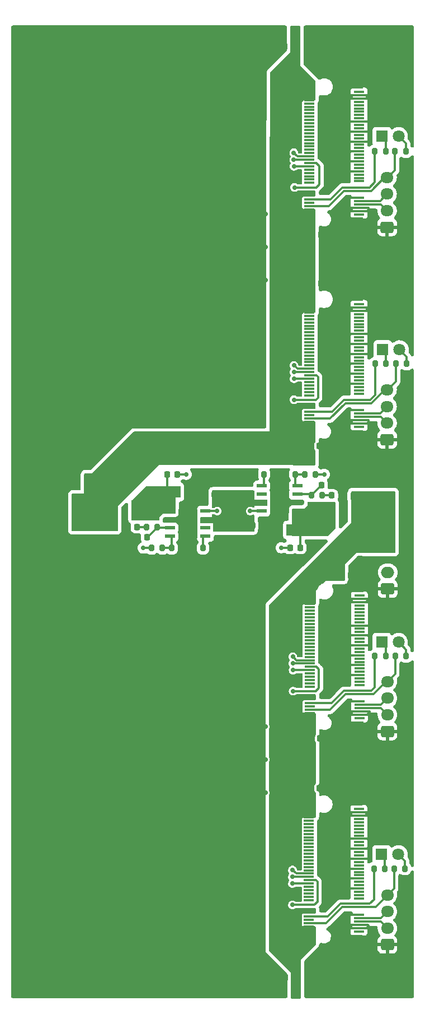
<source format=gbl>
%TF.GenerationSoftware,KiCad,Pcbnew,6.0.11-2627ca5db0~126~ubuntu20.04.1*%
%TF.CreationDate,2023-02-14T13:04:38+06:00*%
%TF.ProjectId,Router_Modems,526f7574-6572-45f4-9d6f-64656d732e6b,rev?*%
%TF.SameCoordinates,PX3975790PY2486960*%
%TF.FileFunction,Copper,L2,Bot*%
%TF.FilePolarity,Positive*%
%FSLAX46Y46*%
G04 Gerber Fmt 4.6, Leading zero omitted, Abs format (unit mm)*
G04 Created by KiCad (PCBNEW 6.0.11-2627ca5db0~126~ubuntu20.04.1) date 2023-02-14 13:04:38*
%MOMM*%
%LPD*%
G01*
G04 APERTURE LIST*
G04 Aperture macros list*
%AMRoundRect*
0 Rectangle with rounded corners*
0 $1 Rounding radius*
0 $2 $3 $4 $5 $6 $7 $8 $9 X,Y pos of 4 corners*
0 Add a 4 corners polygon primitive as box body*
4,1,4,$2,$3,$4,$5,$6,$7,$8,$9,$2,$3,0*
0 Add four circle primitives for the rounded corners*
1,1,$1+$1,$2,$3*
1,1,$1+$1,$4,$5*
1,1,$1+$1,$6,$7*
1,1,$1+$1,$8,$9*
0 Add four rect primitives between the rounded corners*
20,1,$1+$1,$2,$3,$4,$5,0*
20,1,$1+$1,$4,$5,$6,$7,0*
20,1,$1+$1,$6,$7,$8,$9,0*
20,1,$1+$1,$8,$9,$2,$3,0*%
G04 Aperture macros list end*
%TA.AperFunction,ComponentPad*%
%ADD10R,1.800000X1.800000*%
%TD*%
%TA.AperFunction,ComponentPad*%
%ADD11C,1.800000*%
%TD*%
%TA.AperFunction,ComponentPad*%
%ADD12C,7.000000*%
%TD*%
%TA.AperFunction,ComponentPad*%
%ADD13RoundRect,0.250000X0.725000X-0.600000X0.725000X0.600000X-0.725000X0.600000X-0.725000X-0.600000X0*%
%TD*%
%TA.AperFunction,ComponentPad*%
%ADD14O,1.950000X1.700000*%
%TD*%
%TA.AperFunction,ComponentPad*%
%ADD15RoundRect,0.250000X0.750000X-0.600000X0.750000X0.600000X-0.750000X0.600000X-0.750000X-0.600000X0*%
%TD*%
%TA.AperFunction,ComponentPad*%
%ADD16O,2.000000X1.700000*%
%TD*%
%TA.AperFunction,SMDPad,CuDef*%
%ADD17RoundRect,0.225000X0.225000X0.250000X-0.225000X0.250000X-0.225000X-0.250000X0.225000X-0.250000X0*%
%TD*%
%TA.AperFunction,SMDPad,CuDef*%
%ADD18RoundRect,0.250000X0.925000X-0.412500X0.925000X0.412500X-0.925000X0.412500X-0.925000X-0.412500X0*%
%TD*%
%TA.AperFunction,SMDPad,CuDef*%
%ADD19RoundRect,0.200000X0.200000X0.275000X-0.200000X0.275000X-0.200000X-0.275000X0.200000X-0.275000X0*%
%TD*%
%TA.AperFunction,SMDPad,CuDef*%
%ADD20RoundRect,0.250000X-0.325000X-0.650000X0.325000X-0.650000X0.325000X0.650000X-0.325000X0.650000X0*%
%TD*%
%TA.AperFunction,ComponentPad*%
%ADD21C,6.600000*%
%TD*%
%TA.AperFunction,SMDPad,CuDef*%
%ADD22R,1.550000X0.300000*%
%TD*%
%TA.AperFunction,SMDPad,CuDef*%
%ADD23R,2.750000X1.200000*%
%TD*%
%TA.AperFunction,SMDPad,CuDef*%
%ADD24RoundRect,0.200000X-0.200000X-0.275000X0.200000X-0.275000X0.200000X0.275000X-0.200000X0.275000X0*%
%TD*%
%TA.AperFunction,SMDPad,CuDef*%
%ADD25RoundRect,0.225000X-0.225000X-0.250000X0.225000X-0.250000X0.225000X0.250000X-0.225000X0.250000X0*%
%TD*%
%TA.AperFunction,SMDPad,CuDef*%
%ADD26RoundRect,0.250000X0.325000X0.650000X-0.325000X0.650000X-0.325000X-0.650000X0.325000X-0.650000X0*%
%TD*%
%TA.AperFunction,SMDPad,CuDef*%
%ADD27RoundRect,0.250000X-0.650000X0.325000X-0.650000X-0.325000X0.650000X-0.325000X0.650000X0.325000X0*%
%TD*%
%TA.AperFunction,SMDPad,CuDef*%
%ADD28R,2.500000X1.800000*%
%TD*%
%TA.AperFunction,SMDPad,CuDef*%
%ADD29RoundRect,0.250000X0.650000X-0.325000X0.650000X0.325000X-0.650000X0.325000X-0.650000X-0.325000X0*%
%TD*%
%TA.AperFunction,SMDPad,CuDef*%
%ADD30RoundRect,0.250000X0.412500X0.925000X-0.412500X0.925000X-0.412500X-0.925000X0.412500X-0.925000X0*%
%TD*%
%TA.AperFunction,SMDPad,CuDef*%
%ADD31R,1.550000X0.600000*%
%TD*%
%TA.AperFunction,ComponentPad*%
%ADD32C,0.700000*%
%TD*%
%TA.AperFunction,SMDPad,CuDef*%
%ADD33R,2.600000X3.100000*%
%TD*%
%TA.AperFunction,SMDPad,CuDef*%
%ADD34R,2.950000X4.500000*%
%TD*%
%TA.AperFunction,SMDPad,CuDef*%
%ADD35RoundRect,0.250000X-0.925000X0.412500X-0.925000X-0.412500X0.925000X-0.412500X0.925000X0.412500X0*%
%TD*%
%TA.AperFunction,SMDPad,CuDef*%
%ADD36RoundRect,0.250000X-0.412500X-0.925000X0.412500X-0.925000X0.412500X0.925000X-0.412500X0.925000X0*%
%TD*%
%TA.AperFunction,ViaPad*%
%ADD37C,0.700000*%
%TD*%
%TA.AperFunction,Conductor*%
%ADD38C,0.300000*%
%TD*%
%TA.AperFunction,Conductor*%
%ADD39C,0.500000*%
%TD*%
G04 APERTURE END LIST*
D10*
%TO.P,D1,1,K*%
%TO.N,Net-(D1-Pad1)*%
X52620000Y-89700000D03*
D11*
%TO.P,D1,2,A*%
%TO.N,+3V3A*%
X55160000Y-89700000D03*
%TD*%
D12*
%TO.P,H1,1,1*%
%TO.N,GND*%
X0Y0D03*
%TD*%
D10*
%TO.P,D3,1,K*%
%TO.N,Net-(D3-Pad1)*%
X52595000Y-121800000D03*
D11*
%TO.P,D3,2,A*%
%TO.N,+3V3A*%
X55135000Y-121800000D03*
%TD*%
D13*
%TO.P,X12,1,Pin_1*%
%TO.N,GND*%
X53425000Y-59100000D03*
D14*
%TO.P,X12,2,Pin_2*%
%TO.N,/USB3_P*%
X53425000Y-56600000D03*
%TO.P,X12,3,Pin_3*%
%TO.N,/USB3_N*%
X53425000Y-54100000D03*
%TO.P,X12,4,Pin_4*%
%TO.N,/M3_ONOFF*%
X53425000Y-51600000D03*
%TD*%
D13*
%TO.P,X13,1,Pin_1*%
%TO.N,GND*%
X53425000Y-27000000D03*
D14*
%TO.P,X13,2,Pin_2*%
%TO.N,/USB4_P*%
X53425000Y-24500000D03*
%TO.P,X13,3,Pin_3*%
%TO.N,/USB4_N*%
X53425000Y-22000000D03*
%TO.P,X13,4,Pin_4*%
%TO.N,/M4_ONOFF*%
X53425000Y-19500000D03*
%TD*%
D13*
%TO.P,X9,1,Pin_1*%
%TO.N,GND*%
X53475000Y-135450000D03*
D14*
%TO.P,X9,2,Pin_2*%
%TO.N,/USB2_P*%
X53475000Y-132950000D03*
%TO.P,X9,3,Pin_3*%
%TO.N,/USB2_N*%
X53475000Y-130450000D03*
%TO.P,X9,4,Pin_4*%
%TO.N,/M2_ONOFF*%
X53475000Y-127950000D03*
%TD*%
D10*
%TO.P,D5,1,K*%
%TO.N,Net-(D5-Pad1)*%
X52770000Y-45500000D03*
D11*
%TO.P,D5,2,A*%
%TO.N,+3V3B*%
X55310000Y-45500000D03*
%TD*%
D12*
%TO.P,H5,1,1*%
%TO.N,GND*%
X45000000Y-140000000D03*
%TD*%
%TO.P,H4,1,1*%
%TO.N,GND*%
X45000000Y0D03*
%TD*%
%TO.P,H3,1,1*%
%TO.N,GND*%
X0Y-140000000D03*
%TD*%
%TO.P,H2,1,1*%
%TO.N,GND*%
X0Y-70000000D03*
%TD*%
D15*
%TO.P,X2,1,Pin_1*%
%TO.N,GND*%
X53525000Y-81675000D03*
D16*
%TO.P,X2,2,Pin_2*%
%TO.N,VCC*%
X53525000Y-79175000D03*
%TD*%
D10*
%TO.P,D6,1,K*%
%TO.N,Net-(D6-Pad1)*%
X52625000Y-13250000D03*
D11*
%TO.P,D6,2,A*%
%TO.N,+3V3B*%
X55165000Y-13250000D03*
%TD*%
D13*
%TO.P,X8,1,Pin_1*%
%TO.N,GND*%
X53475000Y-103200000D03*
D14*
%TO.P,X8,2,Pin_2*%
%TO.N,/USB1_P*%
X53475000Y-100700000D03*
%TO.P,X8,3,Pin_3*%
%TO.N,/USB1_N*%
X53475000Y-98200000D03*
%TO.P,X8,4,Pin_4*%
%TO.N,/M1_ONOFF*%
X53475000Y-95700000D03*
%TD*%
D17*
%TO.P,C21,1*%
%TO.N,GND*%
X45050000Y-65950000D03*
%TO.P,C21,2*%
%TO.N,Net-(C21-Pad2)*%
X43500000Y-65950000D03*
%TD*%
D18*
%TO.P,C24,1*%
%TO.N,+3V3A*%
X52550000Y-67637500D03*
%TO.P,C24,2*%
%TO.N,GND*%
X52550000Y-64562500D03*
%TD*%
D19*
%TO.P,R2,1*%
%TO.N,Net-(R2-Pad1)*%
X25550000Y-75490000D03*
%TO.P,R2,2*%
%TO.N,GND*%
X23900000Y-75490000D03*
%TD*%
D20*
%TO.P,C34,1*%
%TO.N,+3V3B*%
X41725000Y-30100000D03*
%TO.P,C34,2*%
%TO.N,GND*%
X44675000Y-30100000D03*
%TD*%
D21*
%TO.P,N2,1,1*%
%TO.N,GND*%
X3612500Y-124200000D03*
%TD*%
D22*
%TO.P,X5,1,CONFIG_3*%
%TO.N,unconnected-(X5-Pad1)*%
X49137500Y-133450000D03*
%TO.P,X5,2,3.3V*%
%TO.N,+3V3A*%
X41587500Y-133200000D03*
%TO.P,X5,3,GND*%
%TO.N,GND*%
X49137500Y-132950000D03*
%TO.P,X5,4,3.3V*%
%TO.N,+3V3A*%
X41587500Y-132700000D03*
%TO.P,X5,5,GND*%
%TO.N,GND*%
X49137500Y-132450000D03*
%TO.P,X5,6,~{FULL_CARD_POWER_OFF}*%
%TO.N,/M2_ONOFF*%
X41587500Y-132200000D03*
%TO.P,X5,7,USB_D+*%
%TO.N,/USB2_P*%
X49137500Y-131950000D03*
%TO.P,X5,8,~{W_DISABLE1}*%
%TO.N,unconnected-(X5-Pad8)*%
X41587500Y-131700000D03*
%TO.P,X5,9,USB_D-*%
%TO.N,/USB2_N*%
X49137500Y-131450000D03*
%TO.P,X5,10,GPIO_9/DAS/~{DSS}/~{LED1}*%
%TO.N,Net-(R8-Pad1)*%
X41587500Y-131200000D03*
%TO.P,X5,11,GND*%
%TO.N,GND*%
X49137500Y-130950000D03*
%TO.P,X5,20,GPIO_5*%
%TO.N,unconnected-(X5-Pad20)*%
X41587500Y-128700000D03*
%TO.P,X5,21,CONFIG_0*%
%TO.N,unconnected-(X5-Pad21)*%
X49137500Y-128450000D03*
%TO.P,X5,22,GPIO_6*%
%TO.N,unconnected-(X5-Pad22)*%
X41587500Y-128200000D03*
%TO.P,X5,23,GPIO_11*%
%TO.N,unconnected-(X5-Pad23)*%
X49137500Y-127950000D03*
%TO.P,X5,24,GPIO_7*%
%TO.N,unconnected-(X5-Pad24)*%
X41587500Y-127700000D03*
%TO.P,X5,25,DPR*%
%TO.N,unconnected-(X5-Pad25)*%
X49137500Y-127450000D03*
%TO.P,X5,26,GPIO_10*%
%TO.N,unconnected-(X5-Pad26)*%
X41587500Y-127200000D03*
%TO.P,X5,27,GND*%
%TO.N,GND*%
X49137500Y-126950000D03*
%TO.P,X5,28,GPIO_8*%
%TO.N,unconnected-(X5-Pad28)*%
X41587500Y-126700000D03*
%TO.P,X5,29,PERn1/USB3.0-Rx-/SSIC-RxN*%
%TO.N,unconnected-(X5-Pad29)*%
X49137500Y-126450000D03*
%TO.P,X5,30,UIM-RESET*%
%TO.N,/SIM2_RST*%
X41587500Y-126200000D03*
%TO.P,X5,31,PERp1/USB3.0-Rx+/SSIC-RxP*%
%TO.N,unconnected-(X5-Pad31)*%
X49137500Y-125950000D03*
%TO.P,X5,32,UIM-CLK*%
%TO.N,/SIM2_CLK*%
X41587500Y-125700000D03*
%TO.P,X5,33,GND*%
%TO.N,GND*%
X49137500Y-125450000D03*
%TO.P,X5,34,UIM-DATA*%
%TO.N,/SIM2_DAT*%
X41587500Y-125200000D03*
%TO.P,X5,35,PETn1/USB3.0-Tx-/SSIC-TxN*%
%TO.N,unconnected-(X5-Pad35)*%
X49137500Y-124950000D03*
%TO.P,X5,36,UIM-PWR*%
%TO.N,/SIM2_PWR*%
X41587500Y-124700000D03*
%TO.P,X5,37,PETp1/USB3.0-Tx+/SSIC-TxP*%
%TO.N,unconnected-(X5-Pad37)*%
X49137500Y-124450000D03*
%TO.P,X5,38,DEVSLP*%
%TO.N,unconnected-(X5-Pad38)*%
X41587500Y-124200000D03*
%TO.P,X5,39,GND*%
%TO.N,GND*%
X49137500Y-123950000D03*
%TO.P,X5,40,GPIO_0*%
%TO.N,unconnected-(X5-Pad40)*%
X41587500Y-123700000D03*
%TO.P,X5,41,PERn0/SATA-B+*%
%TO.N,unconnected-(X5-Pad41)*%
X49137500Y-123450000D03*
%TO.P,X5,42,GPIO_1*%
%TO.N,unconnected-(X5-Pad42)*%
X41587500Y-123200000D03*
%TO.P,X5,43,PERp0/SATA-B-*%
%TO.N,unconnected-(X5-Pad43)*%
X49137500Y-122950000D03*
%TO.P,X5,44,GPIO_2*%
%TO.N,unconnected-(X5-Pad44)*%
X41587500Y-122700000D03*
%TO.P,X5,45,GND*%
%TO.N,GND*%
X49137500Y-122450000D03*
%TO.P,X5,46,GPIO_3*%
%TO.N,unconnected-(X5-Pad46)*%
X41587500Y-122200000D03*
%TO.P,X5,47,PETn0/SATA-A-*%
%TO.N,unconnected-(X5-Pad47)*%
X49137500Y-121950000D03*
%TO.P,X5,48,GPIO_4*%
%TO.N,unconnected-(X5-Pad48)*%
X41587500Y-121700000D03*
%TO.P,X5,49,PETp0/SATA-A+*%
%TO.N,unconnected-(X5-Pad49)*%
X49137500Y-121450000D03*
%TO.P,X5,50,~{PERST}*%
%TO.N,unconnected-(X5-Pad50)*%
X41587500Y-121200000D03*
%TO.P,X5,51,GND*%
%TO.N,GND*%
X49137500Y-120950000D03*
%TO.P,X5,52,~{CLKREQ}*%
%TO.N,unconnected-(X5-Pad52)*%
X41587500Y-120700000D03*
%TO.P,X5,53,REFCLKn*%
%TO.N,unconnected-(X5-Pad53)*%
X49137500Y-120450000D03*
%TO.P,X5,54,~{PEWAKE}*%
%TO.N,unconnected-(X5-Pad54)*%
X41587500Y-120200000D03*
%TO.P,X5,55,REFCLKp*%
%TO.N,unconnected-(X5-Pad55)*%
X49137500Y-119950000D03*
%TO.P,X5,56,NC*%
%TO.N,unconnected-(X5-Pad56)*%
X41587500Y-119700000D03*
%TO.P,X5,57,GND*%
%TO.N,GND*%
X49137500Y-119450000D03*
%TO.P,X5,58,NC*%
%TO.N,unconnected-(X5-Pad58)*%
X41587500Y-119200000D03*
%TO.P,X5,59,ANTCTL0*%
%TO.N,unconnected-(X5-Pad59)*%
X49137500Y-118950000D03*
%TO.P,X5,60,COEX3*%
%TO.N,unconnected-(X5-Pad60)*%
X41587500Y-118700000D03*
%TO.P,X5,61,ANTCTL1*%
%TO.N,unconnected-(X5-Pad61)*%
X49137500Y-118450000D03*
%TO.P,X5,62,COEX2*%
%TO.N,unconnected-(X5-Pad62)*%
X41587500Y-118200000D03*
%TO.P,X5,63,ANTCTL2*%
%TO.N,unconnected-(X5-Pad63)*%
X49137500Y-117950000D03*
%TO.P,X5,64,COEX1*%
%TO.N,unconnected-(X5-Pad64)*%
X41587500Y-117700000D03*
%TO.P,X5,65,ANTCTL3*%
%TO.N,unconnected-(X5-Pad65)*%
X49137500Y-117450000D03*
%TO.P,X5,66,SIM_DETECT*%
%TO.N,unconnected-(X5-Pad66)*%
X41587500Y-117200000D03*
%TO.P,X5,67,~{RESET}*%
%TO.N,unconnected-(X5-Pad67)*%
X49137500Y-116950000D03*
%TO.P,X5,68,SUSCLK*%
%TO.N,unconnected-(X5-Pad68)*%
X41587500Y-116700000D03*
%TO.P,X5,69,CONFIG_1*%
%TO.N,unconnected-(X5-Pad69)*%
X49137500Y-116450000D03*
%TO.P,X5,70,3.3V*%
%TO.N,+3V3A*%
X41587500Y-116200000D03*
%TO.P,X5,71,GND*%
%TO.N,GND*%
X49137500Y-115950000D03*
%TO.P,X5,72,3.3V*%
%TO.N,+3V3A*%
X41587500Y-115700000D03*
%TO.P,X5,73,GND*%
%TO.N,GND*%
X49137500Y-115450000D03*
%TO.P,X5,74,3.3V*%
%TO.N,+3V3A*%
X41587500Y-115200000D03*
%TO.P,X5,75,CONFIG_2*%
%TO.N,unconnected-(X5-Pad75)*%
X49137500Y-114950000D03*
D23*
%TO.P,X5,P1,MP*%
%TO.N,GND*%
X48362500Y-134550000D03*
%TO.P,X5,P2,MP*%
X48362500Y-113850000D03*
%TD*%
D24*
%TO.P,R6,1*%
%TO.N,+3V3B*%
X17750000Y-75500000D03*
%TO.P,R6,2*%
%TO.N,Net-(R6-Pad2)*%
X19400000Y-75500000D03*
%TD*%
D25*
%TO.P,C28,1*%
%TO.N,+3V3B*%
X41617858Y-60100000D03*
%TO.P,C28,2*%
%TO.N,GND*%
X43167858Y-60100000D03*
%TD*%
D17*
%TO.P,C10,1*%
%TO.N,Net-(C10-Pad1)*%
X21675000Y-64350000D03*
%TO.P,C10,2*%
%TO.N,Net-(C10-Pad2)*%
X20125000Y-64350000D03*
%TD*%
D26*
%TO.P,C2,1*%
%TO.N,+3V3A*%
X39525000Y-142450000D03*
%TO.P,C2,2*%
%TO.N,GND*%
X36575000Y-142450000D03*
%TD*%
D25*
%TO.P,C16,1*%
%TO.N,+3V3A*%
X41625000Y-111800000D03*
%TO.P,C16,2*%
%TO.N,GND*%
X43175000Y-111800000D03*
%TD*%
D19*
%TO.P,R11,1*%
%TO.N,+3V3B*%
X56400000Y-47650000D03*
%TO.P,R11,2*%
%TO.N,/M3_ONOFF*%
X54750000Y-47650000D03*
%TD*%
D17*
%TO.P,C8,1*%
%TO.N,Net-(C8-Pad1)*%
X15550000Y-72300000D03*
%TO.P,C8,2*%
%TO.N,GND*%
X14000000Y-72300000D03*
%TD*%
D27*
%TO.P,C19,1*%
%TO.N,VCC*%
X32550000Y-72100000D03*
%TO.P,C19,2*%
%TO.N,GND*%
X32550000Y-75050000D03*
%TD*%
D24*
%TO.P,R9,1*%
%TO.N,Net-(R9-Pad1)*%
X34800000Y-64350000D03*
%TO.P,R9,2*%
%TO.N,GND*%
X36450000Y-64350000D03*
%TD*%
%TO.P,R8,1*%
%TO.N,Net-(R8-Pad1)*%
X51425000Y-123950000D03*
%TO.P,R8,2*%
%TO.N,Net-(D3-Pad1)*%
X53075000Y-123950000D03*
%TD*%
D17*
%TO.P,C32,1*%
%TO.N,+3V3B*%
X39500000Y350000D03*
%TO.P,C32,2*%
%TO.N,GND*%
X37950000Y350000D03*
%TD*%
D28*
%TO.P,D2,1,K*%
%TO.N,Net-(C10-Pad2)*%
X20925000Y-67015000D03*
%TO.P,D2,2,A*%
%TO.N,GND*%
X24925000Y-67015000D03*
%TD*%
D29*
%TO.P,C4,1*%
%TO.N,VCC*%
X30175000Y-67400000D03*
%TO.P,C4,2*%
%TO.N,GND*%
X30175000Y-64450000D03*
%TD*%
D25*
%TO.P,C9,1*%
%TO.N,GND*%
X15575000Y-73900000D03*
%TO.P,C9,2*%
%TO.N,Net-(C9-Pad2)*%
X17125000Y-73900000D03*
%TD*%
D19*
%TO.P,R12,1*%
%TO.N,+3V3A*%
X42600000Y-64350000D03*
%TO.P,R12,2*%
%TO.N,Net-(R12-Pad2)*%
X40950000Y-64350000D03*
%TD*%
D20*
%TO.P,C25,1*%
%TO.N,+3V3B*%
X41675000Y-33500000D03*
%TO.P,C25,2*%
%TO.N,GND*%
X44625000Y-33500000D03*
%TD*%
D24*
%TO.P,R16,1*%
%TO.N,Net-(R16-Pad1)*%
X51550000Y-15550000D03*
%TO.P,R16,2*%
%TO.N,Net-(D6-Pad1)*%
X53200000Y-15550000D03*
%TD*%
D25*
%TO.P,C20,1*%
%TO.N,Net-(C20-Pad1)*%
X45050000Y-67550000D03*
%TO.P,C20,2*%
%TO.N,GND*%
X46600000Y-67550000D03*
%TD*%
D21*
%TO.P,N3,1,1*%
%TO.N,GND*%
X3662500Y-47900000D03*
%TD*%
D20*
%TO.P,C17,1*%
%TO.N,+3V3A*%
X41675000Y-109800000D03*
%TO.P,C17,2*%
%TO.N,GND*%
X44625000Y-109800000D03*
%TD*%
D25*
%TO.P,C33,1*%
%TO.N,+3V3B*%
X41900000Y-28100000D03*
%TO.P,C33,2*%
%TO.N,GND*%
X43450000Y-28100000D03*
%TD*%
D18*
%TO.P,C26,1*%
%TO.N,+3V3A*%
X49100000Y-67637500D03*
%TO.P,C26,2*%
%TO.N,GND*%
X49100000Y-64562500D03*
%TD*%
D22*
%TO.P,X7,1,CONFIG_3*%
%TO.N,unconnected-(X7-Pad1)*%
X49187500Y-57150000D03*
%TO.P,X7,2,3.3V*%
%TO.N,+3V3B*%
X41637500Y-56900000D03*
%TO.P,X7,3,GND*%
%TO.N,GND*%
X49187500Y-56650000D03*
%TO.P,X7,4,3.3V*%
%TO.N,+3V3B*%
X41637500Y-56400000D03*
%TO.P,X7,5,GND*%
%TO.N,GND*%
X49187500Y-56150000D03*
%TO.P,X7,6,~{FULL_CARD_POWER_OFF}*%
%TO.N,/M3_ONOFF*%
X41637500Y-55900000D03*
%TO.P,X7,7,USB_D+*%
%TO.N,/USB3_P*%
X49187500Y-55650000D03*
%TO.P,X7,8,~{W_DISABLE1}*%
%TO.N,unconnected-(X7-Pad8)*%
X41637500Y-55400000D03*
%TO.P,X7,9,USB_D-*%
%TO.N,/USB3_N*%
X49187500Y-55150000D03*
%TO.P,X7,10,GPIO_9/DAS/~{DSS}/~{LED1}*%
%TO.N,Net-(R14-Pad1)*%
X41637500Y-54900000D03*
%TO.P,X7,11,GND*%
%TO.N,GND*%
X49187500Y-54650000D03*
%TO.P,X7,20,GPIO_5*%
%TO.N,unconnected-(X7-Pad20)*%
X41637500Y-52400000D03*
%TO.P,X7,21,CONFIG_0*%
%TO.N,unconnected-(X7-Pad21)*%
X49187500Y-52150000D03*
%TO.P,X7,22,GPIO_6*%
%TO.N,unconnected-(X7-Pad22)*%
X41637500Y-51900000D03*
%TO.P,X7,23,GPIO_11*%
%TO.N,unconnected-(X7-Pad23)*%
X49187500Y-51650000D03*
%TO.P,X7,24,GPIO_7*%
%TO.N,unconnected-(X7-Pad24)*%
X41637500Y-51400000D03*
%TO.P,X7,25,DPR*%
%TO.N,unconnected-(X7-Pad25)*%
X49187500Y-51150000D03*
%TO.P,X7,26,GPIO_10*%
%TO.N,unconnected-(X7-Pad26)*%
X41637500Y-50900000D03*
%TO.P,X7,27,GND*%
%TO.N,GND*%
X49187500Y-50650000D03*
%TO.P,X7,28,GPIO_8*%
%TO.N,unconnected-(X7-Pad28)*%
X41637500Y-50400000D03*
%TO.P,X7,29,PERn1/USB3.0-Rx-/SSIC-RxN*%
%TO.N,unconnected-(X7-Pad29)*%
X49187500Y-50150000D03*
%TO.P,X7,30,UIM-RESET*%
%TO.N,/SIM3_RST*%
X41637500Y-49900000D03*
%TO.P,X7,31,PERp1/USB3.0-Rx+/SSIC-RxP*%
%TO.N,unconnected-(X7-Pad31)*%
X49187500Y-49650000D03*
%TO.P,X7,32,UIM-CLK*%
%TO.N,/SIM3_CLK*%
X41637500Y-49400000D03*
%TO.P,X7,33,GND*%
%TO.N,GND*%
X49187500Y-49150000D03*
%TO.P,X7,34,UIM-DATA*%
%TO.N,/SIM3_DAT*%
X41637500Y-48900000D03*
%TO.P,X7,35,PETn1/USB3.0-Tx-/SSIC-TxN*%
%TO.N,unconnected-(X7-Pad35)*%
X49187500Y-48650000D03*
%TO.P,X7,36,UIM-PWR*%
%TO.N,/SIM3_PWR*%
X41637500Y-48400000D03*
%TO.P,X7,37,PETp1/USB3.0-Tx+/SSIC-TxP*%
%TO.N,unconnected-(X7-Pad37)*%
X49187500Y-48150000D03*
%TO.P,X7,38,DEVSLP*%
%TO.N,unconnected-(X7-Pad38)*%
X41637500Y-47900000D03*
%TO.P,X7,39,GND*%
%TO.N,GND*%
X49187500Y-47650000D03*
%TO.P,X7,40,GPIO_0*%
%TO.N,unconnected-(X7-Pad40)*%
X41637500Y-47400000D03*
%TO.P,X7,41,PERn0/SATA-B+*%
%TO.N,unconnected-(X7-Pad41)*%
X49187500Y-47150000D03*
%TO.P,X7,42,GPIO_1*%
%TO.N,unconnected-(X7-Pad42)*%
X41637500Y-46900000D03*
%TO.P,X7,43,PERp0/SATA-B-*%
%TO.N,unconnected-(X7-Pad43)*%
X49187500Y-46650000D03*
%TO.P,X7,44,GPIO_2*%
%TO.N,unconnected-(X7-Pad44)*%
X41637500Y-46400000D03*
%TO.P,X7,45,GND*%
%TO.N,GND*%
X49187500Y-46150000D03*
%TO.P,X7,46,GPIO_3*%
%TO.N,unconnected-(X7-Pad46)*%
X41637500Y-45900000D03*
%TO.P,X7,47,PETn0/SATA-A-*%
%TO.N,unconnected-(X7-Pad47)*%
X49187500Y-45650000D03*
%TO.P,X7,48,GPIO_4*%
%TO.N,unconnected-(X7-Pad48)*%
X41637500Y-45400000D03*
%TO.P,X7,49,PETp0/SATA-A+*%
%TO.N,unconnected-(X7-Pad49)*%
X49187500Y-45150000D03*
%TO.P,X7,50,~{PERST}*%
%TO.N,unconnected-(X7-Pad50)*%
X41637500Y-44900000D03*
%TO.P,X7,51,GND*%
%TO.N,GND*%
X49187500Y-44650000D03*
%TO.P,X7,52,~{CLKREQ}*%
%TO.N,unconnected-(X7-Pad52)*%
X41637500Y-44400000D03*
%TO.P,X7,53,REFCLKn*%
%TO.N,unconnected-(X7-Pad53)*%
X49187500Y-44150000D03*
%TO.P,X7,54,~{PEWAKE}*%
%TO.N,unconnected-(X7-Pad54)*%
X41637500Y-43900000D03*
%TO.P,X7,55,REFCLKp*%
%TO.N,unconnected-(X7-Pad55)*%
X49187500Y-43650000D03*
%TO.P,X7,56,NC*%
%TO.N,unconnected-(X7-Pad56)*%
X41637500Y-43400000D03*
%TO.P,X7,57,GND*%
%TO.N,GND*%
X49187500Y-43150000D03*
%TO.P,X7,58,NC*%
%TO.N,unconnected-(X7-Pad58)*%
X41637500Y-42900000D03*
%TO.P,X7,59,ANTCTL0*%
%TO.N,unconnected-(X7-Pad59)*%
X49187500Y-42650000D03*
%TO.P,X7,60,COEX3*%
%TO.N,unconnected-(X7-Pad60)*%
X41637500Y-42400000D03*
%TO.P,X7,61,ANTCTL1*%
%TO.N,unconnected-(X7-Pad61)*%
X49187500Y-42150000D03*
%TO.P,X7,62,COEX2*%
%TO.N,unconnected-(X7-Pad62)*%
X41637500Y-41900000D03*
%TO.P,X7,63,ANTCTL2*%
%TO.N,unconnected-(X7-Pad63)*%
X49187500Y-41650000D03*
%TO.P,X7,64,COEX1*%
%TO.N,unconnected-(X7-Pad64)*%
X41637500Y-41400000D03*
%TO.P,X7,65,ANTCTL3*%
%TO.N,unconnected-(X7-Pad65)*%
X49187500Y-41150000D03*
%TO.P,X7,66,SIM_DETECT*%
%TO.N,unconnected-(X7-Pad66)*%
X41637500Y-40900000D03*
%TO.P,X7,67,~{RESET}*%
%TO.N,unconnected-(X7-Pad67)*%
X49187500Y-40650000D03*
%TO.P,X7,68,SUSCLK*%
%TO.N,unconnected-(X7-Pad68)*%
X41637500Y-40400000D03*
%TO.P,X7,69,CONFIG_1*%
%TO.N,unconnected-(X7-Pad69)*%
X49187500Y-40150000D03*
%TO.P,X7,70,3.3V*%
%TO.N,+3V3B*%
X41637500Y-39900000D03*
%TO.P,X7,71,GND*%
%TO.N,GND*%
X49187500Y-39650000D03*
%TO.P,X7,72,3.3V*%
%TO.N,+3V3B*%
X41637500Y-39400000D03*
%TO.P,X7,73,GND*%
%TO.N,GND*%
X49187500Y-39150000D03*
%TO.P,X7,74,3.3V*%
%TO.N,+3V3B*%
X41637500Y-38900000D03*
%TO.P,X7,75,CONFIG_2*%
%TO.N,unconnected-(X7-Pad75)*%
X49187500Y-38650000D03*
D23*
%TO.P,X7,P1,MP*%
%TO.N,GND*%
X48412500Y-58250000D03*
%TO.P,X7,P2,MP*%
X48412500Y-37550000D03*
%TD*%
D29*
%TO.P,C6,1*%
%TO.N,VCC*%
X27775000Y-67400000D03*
%TO.P,C6,2*%
%TO.N,GND*%
X27775000Y-64450000D03*
%TD*%
D30*
%TO.P,C35,1*%
%TO.N,+3V3B*%
X8387500Y-65400000D03*
%TO.P,C35,2*%
%TO.N,GND*%
X5312500Y-65400000D03*
%TD*%
D24*
%TO.P,R10,1*%
%TO.N,Net-(C21-Pad2)*%
X41950000Y-67550000D03*
%TO.P,R10,2*%
%TO.N,Net-(C20-Pad1)*%
X43600000Y-67550000D03*
%TD*%
D19*
%TO.P,R15,1*%
%TO.N,+3V3B*%
X56275000Y-15550000D03*
%TO.P,R15,2*%
%TO.N,/M4_ONOFF*%
X54625000Y-15550000D03*
%TD*%
D26*
%TO.P,C31,1*%
%TO.N,+3V3B*%
X39500000Y2375000D03*
%TO.P,C31,2*%
%TO.N,GND*%
X36550000Y2375000D03*
%TD*%
D31*
%TO.P,U4,1,BOOT*%
%TO.N,Net-(C22-Pad1)*%
X34450000Y-69905000D03*
%TO.P,U4,2,VIN*%
%TO.N,VCC*%
X34450000Y-68635000D03*
%TO.P,U4,3,EN*%
%TO.N,unconnected-(U4-Pad3)*%
X34450000Y-67365000D03*
%TO.P,U4,4,RT/CLK*%
%TO.N,Net-(R9-Pad1)*%
X34450000Y-66095000D03*
%TO.P,U4,5,FB*%
%TO.N,Net-(R12-Pad2)*%
X39850000Y-66095000D03*
%TO.P,U4,6,COMP*%
%TO.N,Net-(C21-Pad2)*%
X39850000Y-67365000D03*
%TO.P,U4,7,GND*%
%TO.N,GND*%
X39850000Y-68635000D03*
%TO.P,U4,8,SW*%
%TO.N,Net-(C22-Pad2)*%
X39850000Y-69905000D03*
D32*
%TO.P,U4,9,GNDPAD*%
%TO.N,GND*%
X36550000Y-66200000D03*
X37750000Y-69800000D03*
X36550000Y-68600000D03*
D33*
X37150000Y-68000000D03*
D32*
X36550000Y-67300000D03*
D34*
X37150000Y-68000000D03*
D32*
X37750000Y-66200000D03*
X37750000Y-67300000D03*
X36550000Y-69800000D03*
X37750000Y-68600000D03*
%TD*%
D19*
%TO.P,R13,1*%
%TO.N,Net-(R12-Pad2)*%
X39525000Y-64350000D03*
%TO.P,R13,2*%
%TO.N,GND*%
X37875000Y-64350000D03*
%TD*%
D17*
%TO.P,C3,1*%
%TO.N,+3V3A*%
X39525000Y-140450000D03*
%TO.P,C3,2*%
%TO.N,GND*%
X37975000Y-140450000D03*
%TD*%
D25*
%TO.P,C22,1*%
%TO.N,Net-(C22-Pad1)*%
X38725000Y-75450000D03*
%TO.P,C22,2*%
%TO.N,Net-(C22-Pad2)*%
X40275000Y-75450000D03*
%TD*%
D31*
%TO.P,U2,1,BOOT*%
%TO.N,Net-(C10-Pad1)*%
X25925000Y-69910000D03*
%TO.P,U2,2,VIN*%
%TO.N,VCC*%
X25925000Y-71180000D03*
%TO.P,U2,3,EN*%
%TO.N,unconnected-(U2-Pad3)*%
X25925000Y-72450000D03*
%TO.P,U2,4,RT/CLK*%
%TO.N,Net-(R2-Pad1)*%
X25925000Y-73720000D03*
%TO.P,U2,5,FB*%
%TO.N,Net-(R6-Pad2)*%
X20525000Y-73720000D03*
%TO.P,U2,6,COMP*%
%TO.N,Net-(C9-Pad2)*%
X20525000Y-72450000D03*
%TO.P,U2,7,GND*%
%TO.N,GND*%
X20525000Y-71180000D03*
%TO.P,U2,8,SW*%
%TO.N,Net-(C10-Pad2)*%
X20525000Y-69910000D03*
D33*
%TO.P,U2,9,GNDPAD*%
%TO.N,GND*%
X23225000Y-71815000D03*
D32*
X22625000Y-70015000D03*
X23825000Y-72515000D03*
X22625000Y-71215000D03*
X22625000Y-72515000D03*
D34*
X23225000Y-71815000D03*
D32*
X23825000Y-70015000D03*
X22625000Y-73615000D03*
X23825000Y-71215000D03*
X23825000Y-73615000D03*
%TD*%
D28*
%TO.P,D4,1,K*%
%TO.N,Net-(C22-Pad2)*%
X39450000Y-72775000D03*
%TO.P,D4,2,A*%
%TO.N,GND*%
X35450000Y-72775000D03*
%TD*%
D25*
%TO.P,C5,1*%
%TO.N,+3V3A*%
X46375000Y-79600000D03*
%TO.P,C5,2*%
%TO.N,GND*%
X47925000Y-79600000D03*
%TD*%
D21*
%TO.P,N1,1,1*%
%TO.N,GND*%
X3662500Y-15800000D03*
%TD*%
D20*
%TO.P,C7,1*%
%TO.N,+3V3A*%
X46425000Y-77575000D03*
%TO.P,C7,2*%
%TO.N,GND*%
X49375000Y-77575000D03*
%TD*%
%TO.P,C13,1*%
%TO.N,+3V3A*%
X41725000Y-106300000D03*
%TO.P,C13,2*%
%TO.N,GND*%
X44675000Y-106300000D03*
%TD*%
D22*
%TO.P,X3,1,CONFIG_3*%
%TO.N,unconnected-(X3-Pad1)*%
X49237500Y-101200000D03*
%TO.P,X3,2,3.3V*%
%TO.N,+3V3A*%
X41687500Y-100950000D03*
%TO.P,X3,3,GND*%
%TO.N,GND*%
X49237500Y-100700000D03*
%TO.P,X3,4,3.3V*%
%TO.N,+3V3A*%
X41687500Y-100450000D03*
%TO.P,X3,5,GND*%
%TO.N,GND*%
X49237500Y-100200000D03*
%TO.P,X3,6,~{FULL_CARD_POWER_OFF}*%
%TO.N,/M1_ONOFF*%
X41687500Y-99950000D03*
%TO.P,X3,7,USB_D+*%
%TO.N,/USB1_P*%
X49237500Y-99700000D03*
%TO.P,X3,8,~{W_DISABLE1}*%
%TO.N,unconnected-(X3-Pad8)*%
X41687500Y-99450000D03*
%TO.P,X3,9,USB_D-*%
%TO.N,/USB1_N*%
X49237500Y-99200000D03*
%TO.P,X3,10,GPIO_9/DAS/~{DSS}/~{LED1}*%
%TO.N,Net-(R3-Pad1)*%
X41687500Y-98950000D03*
%TO.P,X3,11,GND*%
%TO.N,GND*%
X49237500Y-98700000D03*
%TO.P,X3,20,GPIO_5*%
%TO.N,unconnected-(X3-Pad20)*%
X41687500Y-96450000D03*
%TO.P,X3,21,CONFIG_0*%
%TO.N,unconnected-(X3-Pad21)*%
X49237500Y-96200000D03*
%TO.P,X3,22,GPIO_6*%
%TO.N,unconnected-(X3-Pad22)*%
X41687500Y-95950000D03*
%TO.P,X3,23,GPIO_11*%
%TO.N,unconnected-(X3-Pad23)*%
X49237500Y-95700000D03*
%TO.P,X3,24,GPIO_7*%
%TO.N,unconnected-(X3-Pad24)*%
X41687500Y-95450000D03*
%TO.P,X3,25,DPR*%
%TO.N,unconnected-(X3-Pad25)*%
X49237500Y-95200000D03*
%TO.P,X3,26,GPIO_10*%
%TO.N,unconnected-(X3-Pad26)*%
X41687500Y-94950000D03*
%TO.P,X3,27,GND*%
%TO.N,GND*%
X49237500Y-94700000D03*
%TO.P,X3,28,GPIO_8*%
%TO.N,unconnected-(X3-Pad28)*%
X41687500Y-94450000D03*
%TO.P,X3,29,PERn1/USB3.0-Rx-/SSIC-RxN*%
%TO.N,unconnected-(X3-Pad29)*%
X49237500Y-94200000D03*
%TO.P,X3,30,UIM-RESET*%
%TO.N,/SIM1_RST*%
X41687500Y-93950000D03*
%TO.P,X3,31,PERp1/USB3.0-Rx+/SSIC-RxP*%
%TO.N,unconnected-(X3-Pad31)*%
X49237500Y-93700000D03*
%TO.P,X3,32,UIM-CLK*%
%TO.N,/SIM1_CLK*%
X41687500Y-93450000D03*
%TO.P,X3,33,GND*%
%TO.N,GND*%
X49237500Y-93200000D03*
%TO.P,X3,34,UIM-DATA*%
%TO.N,/SIM1_DAT*%
X41687500Y-92950000D03*
%TO.P,X3,35,PETn1/USB3.0-Tx-/SSIC-TxN*%
%TO.N,unconnected-(X3-Pad35)*%
X49237500Y-92700000D03*
%TO.P,X3,36,UIM-PWR*%
%TO.N,/SIM1_PWR*%
X41687500Y-92450000D03*
%TO.P,X3,37,PETp1/USB3.0-Tx+/SSIC-TxP*%
%TO.N,unconnected-(X3-Pad37)*%
X49237500Y-92200000D03*
%TO.P,X3,38,DEVSLP*%
%TO.N,unconnected-(X3-Pad38)*%
X41687500Y-91950000D03*
%TO.P,X3,39,GND*%
%TO.N,GND*%
X49237500Y-91700000D03*
%TO.P,X3,40,GPIO_0*%
%TO.N,unconnected-(X3-Pad40)*%
X41687500Y-91450000D03*
%TO.P,X3,41,PERn0/SATA-B+*%
%TO.N,unconnected-(X3-Pad41)*%
X49237500Y-91200000D03*
%TO.P,X3,42,GPIO_1*%
%TO.N,unconnected-(X3-Pad42)*%
X41687500Y-90950000D03*
%TO.P,X3,43,PERp0/SATA-B-*%
%TO.N,unconnected-(X3-Pad43)*%
X49237500Y-90700000D03*
%TO.P,X3,44,GPIO_2*%
%TO.N,unconnected-(X3-Pad44)*%
X41687500Y-90450000D03*
%TO.P,X3,45,GND*%
%TO.N,GND*%
X49237500Y-90200000D03*
%TO.P,X3,46,GPIO_3*%
%TO.N,unconnected-(X3-Pad46)*%
X41687500Y-89950000D03*
%TO.P,X3,47,PETn0/SATA-A-*%
%TO.N,unconnected-(X3-Pad47)*%
X49237500Y-89700000D03*
%TO.P,X3,48,GPIO_4*%
%TO.N,unconnected-(X3-Pad48)*%
X41687500Y-89450000D03*
%TO.P,X3,49,PETp0/SATA-A+*%
%TO.N,unconnected-(X3-Pad49)*%
X49237500Y-89200000D03*
%TO.P,X3,50,~{PERST}*%
%TO.N,unconnected-(X3-Pad50)*%
X41687500Y-88950000D03*
%TO.P,X3,51,GND*%
%TO.N,GND*%
X49237500Y-88700000D03*
%TO.P,X3,52,~{CLKREQ}*%
%TO.N,unconnected-(X3-Pad52)*%
X41687500Y-88450000D03*
%TO.P,X3,53,REFCLKn*%
%TO.N,unconnected-(X3-Pad53)*%
X49237500Y-88200000D03*
%TO.P,X3,54,~{PEWAKE}*%
%TO.N,unconnected-(X3-Pad54)*%
X41687500Y-87950000D03*
%TO.P,X3,55,REFCLKp*%
%TO.N,unconnected-(X3-Pad55)*%
X49237500Y-87700000D03*
%TO.P,X3,56,NC*%
%TO.N,unconnected-(X3-Pad56)*%
X41687500Y-87450000D03*
%TO.P,X3,57,GND*%
%TO.N,GND*%
X49237500Y-87200000D03*
%TO.P,X3,58,NC*%
%TO.N,unconnected-(X3-Pad58)*%
X41687500Y-86950000D03*
%TO.P,X3,59,ANTCTL0*%
%TO.N,unconnected-(X3-Pad59)*%
X49237500Y-86700000D03*
%TO.P,X3,60,COEX3*%
%TO.N,unconnected-(X3-Pad60)*%
X41687500Y-86450000D03*
%TO.P,X3,61,ANTCTL1*%
%TO.N,unconnected-(X3-Pad61)*%
X49237500Y-86200000D03*
%TO.P,X3,62,COEX2*%
%TO.N,unconnected-(X3-Pad62)*%
X41687500Y-85950000D03*
%TO.P,X3,63,ANTCTL2*%
%TO.N,unconnected-(X3-Pad63)*%
X49237500Y-85700000D03*
%TO.P,X3,64,COEX1*%
%TO.N,unconnected-(X3-Pad64)*%
X41687500Y-85450000D03*
%TO.P,X3,65,ANTCTL3*%
%TO.N,unconnected-(X3-Pad65)*%
X49237500Y-85200000D03*
%TO.P,X3,66,SIM_DETECT*%
%TO.N,unconnected-(X3-Pad66)*%
X41687500Y-84950000D03*
%TO.P,X3,67,~{RESET}*%
%TO.N,unconnected-(X3-Pad67)*%
X49237500Y-84700000D03*
%TO.P,X3,68,SUSCLK*%
%TO.N,unconnected-(X3-Pad68)*%
X41687500Y-84450000D03*
%TO.P,X3,69,CONFIG_1*%
%TO.N,unconnected-(X3-Pad69)*%
X49237500Y-84200000D03*
%TO.P,X3,70,3.3V*%
%TO.N,+3V3A*%
X41687500Y-83950000D03*
%TO.P,X3,71,GND*%
%TO.N,GND*%
X49237500Y-83700000D03*
%TO.P,X3,72,3.3V*%
%TO.N,+3V3A*%
X41687500Y-83450000D03*
%TO.P,X3,73,GND*%
%TO.N,GND*%
X49237500Y-83200000D03*
%TO.P,X3,74,3.3V*%
%TO.N,+3V3A*%
X41687500Y-82950000D03*
%TO.P,X3,75,CONFIG_2*%
%TO.N,unconnected-(X3-Pad75)*%
X49237500Y-82700000D03*
D23*
%TO.P,X3,P1,MP*%
%TO.N,GND*%
X48462500Y-102300000D03*
%TO.P,X3,P2,MP*%
X48462500Y-81600000D03*
%TD*%
D19*
%TO.P,R5,1*%
%TO.N,+3V3A*%
X56125000Y-123950000D03*
%TO.P,R5,2*%
%TO.N,/M2_ONOFF*%
X54475000Y-123950000D03*
%TD*%
%TO.P,R4,1*%
%TO.N,Net-(C9-Pad2)*%
X18650000Y-72300000D03*
%TO.P,R4,2*%
%TO.N,Net-(C8-Pad1)*%
X17000000Y-72300000D03*
%TD*%
D24*
%TO.P,R7,1*%
%TO.N,Net-(R6-Pad2)*%
X20825000Y-75490000D03*
%TO.P,R7,2*%
%TO.N,GND*%
X22475000Y-75490000D03*
%TD*%
D21*
%TO.P,N4,1,1*%
%TO.N,GND*%
X3712500Y-91950000D03*
%TD*%
D35*
%TO.P,C12,1*%
%TO.N,+3V3B*%
X8075000Y-72262500D03*
%TO.P,C12,2*%
%TO.N,GND*%
X8075000Y-75337500D03*
%TD*%
D36*
%TO.P,C36,1*%
%TO.N,+3V3A*%
X52862500Y-74050000D03*
%TO.P,C36,2*%
%TO.N,GND*%
X55937500Y-74050000D03*
%TD*%
D24*
%TO.P,R14,1*%
%TO.N,Net-(R14-Pad1)*%
X51625000Y-47650000D03*
%TO.P,R14,2*%
%TO.N,Net-(D5-Pad1)*%
X53275000Y-47650000D03*
%TD*%
D35*
%TO.P,C14,1*%
%TO.N,+3V3B*%
X11500000Y-72262500D03*
%TO.P,C14,2*%
%TO.N,GND*%
X11500000Y-75337500D03*
%TD*%
D19*
%TO.P,R1,1*%
%TO.N,+3V3A*%
X56300000Y-91850000D03*
%TO.P,R1,2*%
%TO.N,/M1_ONOFF*%
X54650000Y-91850000D03*
%TD*%
D25*
%TO.P,C27,1*%
%TO.N,+3V3B*%
X41850000Y-35525000D03*
%TO.P,C27,2*%
%TO.N,GND*%
X43400000Y-35525000D03*
%TD*%
D27*
%TO.P,C18,1*%
%TO.N,VCC*%
X30125000Y-72100000D03*
%TO.P,C18,2*%
%TO.N,GND*%
X30125000Y-75050000D03*
%TD*%
D24*
%TO.P,R3,1*%
%TO.N,Net-(R3-Pad1)*%
X51550000Y-91850000D03*
%TO.P,R3,2*%
%TO.N,Net-(D1-Pad1)*%
X53200000Y-91850000D03*
%TD*%
D20*
%TO.P,C29,1*%
%TO.N,+3V3B*%
X41625000Y-62100000D03*
%TO.P,C29,2*%
%TO.N,GND*%
X44575000Y-62100000D03*
%TD*%
D22*
%TO.P,X11,1,CONFIG_3*%
%TO.N,unconnected-(X11-Pad1)*%
X49187500Y-25050000D03*
%TO.P,X11,2,3.3V*%
%TO.N,+3V3B*%
X41637500Y-24800000D03*
%TO.P,X11,3,GND*%
%TO.N,GND*%
X49187500Y-24550000D03*
%TO.P,X11,4,3.3V*%
%TO.N,+3V3B*%
X41637500Y-24300000D03*
%TO.P,X11,5,GND*%
%TO.N,GND*%
X49187500Y-24050000D03*
%TO.P,X11,6,~{FULL_CARD_POWER_OFF}*%
%TO.N,/M4_ONOFF*%
X41637500Y-23800000D03*
%TO.P,X11,7,USB_D+*%
%TO.N,/USB4_P*%
X49187500Y-23550000D03*
%TO.P,X11,8,~{W_DISABLE1}*%
%TO.N,unconnected-(X11-Pad8)*%
X41637500Y-23300000D03*
%TO.P,X11,9,USB_D-*%
%TO.N,/USB4_N*%
X49187500Y-23050000D03*
%TO.P,X11,10,GPIO_9/DAS/~{DSS}/~{LED1}*%
%TO.N,Net-(R16-Pad1)*%
X41637500Y-22800000D03*
%TO.P,X11,11,GND*%
%TO.N,GND*%
X49187500Y-22550000D03*
%TO.P,X11,20,GPIO_5*%
%TO.N,unconnected-(X11-Pad20)*%
X41637500Y-20300000D03*
%TO.P,X11,21,CONFIG_0*%
%TO.N,unconnected-(X11-Pad21)*%
X49187500Y-20050000D03*
%TO.P,X11,22,GPIO_6*%
%TO.N,unconnected-(X11-Pad22)*%
X41637500Y-19800000D03*
%TO.P,X11,23,GPIO_11*%
%TO.N,unconnected-(X11-Pad23)*%
X49187500Y-19550000D03*
%TO.P,X11,24,GPIO_7*%
%TO.N,unconnected-(X11-Pad24)*%
X41637500Y-19300000D03*
%TO.P,X11,25,DPR*%
%TO.N,unconnected-(X11-Pad25)*%
X49187500Y-19050000D03*
%TO.P,X11,26,GPIO_10*%
%TO.N,unconnected-(X11-Pad26)*%
X41637500Y-18800000D03*
%TO.P,X11,27,GND*%
%TO.N,GND*%
X49187500Y-18550000D03*
%TO.P,X11,28,GPIO_8*%
%TO.N,unconnected-(X11-Pad28)*%
X41637500Y-18300000D03*
%TO.P,X11,29,PERn1/USB3.0-Rx-/SSIC-RxN*%
%TO.N,unconnected-(X11-Pad29)*%
X49187500Y-18050000D03*
%TO.P,X11,30,UIM-RESET*%
%TO.N,/SIM4_RST*%
X41637500Y-17800000D03*
%TO.P,X11,31,PERp1/USB3.0-Rx+/SSIC-RxP*%
%TO.N,unconnected-(X11-Pad31)*%
X49187500Y-17550000D03*
%TO.P,X11,32,UIM-CLK*%
%TO.N,/SIM4_CLK*%
X41637500Y-17300000D03*
%TO.P,X11,33,GND*%
%TO.N,GND*%
X49187500Y-17050000D03*
%TO.P,X11,34,UIM-DATA*%
%TO.N,/SIM4_DAT*%
X41637500Y-16800000D03*
%TO.P,X11,35,PETn1/USB3.0-Tx-/SSIC-TxN*%
%TO.N,unconnected-(X11-Pad35)*%
X49187500Y-16550000D03*
%TO.P,X11,36,UIM-PWR*%
%TO.N,/SIM4_PWR*%
X41637500Y-16300000D03*
%TO.P,X11,37,PETp1/USB3.0-Tx+/SSIC-TxP*%
%TO.N,unconnected-(X11-Pad37)*%
X49187500Y-16050000D03*
%TO.P,X11,38,DEVSLP*%
%TO.N,unconnected-(X11-Pad38)*%
X41637500Y-15800000D03*
%TO.P,X11,39,GND*%
%TO.N,GND*%
X49187500Y-15550000D03*
%TO.P,X11,40,GPIO_0*%
%TO.N,unconnected-(X11-Pad40)*%
X41637500Y-15300000D03*
%TO.P,X11,41,PERn0/SATA-B+*%
%TO.N,unconnected-(X11-Pad41)*%
X49187500Y-15050000D03*
%TO.P,X11,42,GPIO_1*%
%TO.N,unconnected-(X11-Pad42)*%
X41637500Y-14800000D03*
%TO.P,X11,43,PERp0/SATA-B-*%
%TO.N,unconnected-(X11-Pad43)*%
X49187500Y-14550000D03*
%TO.P,X11,44,GPIO_2*%
%TO.N,unconnected-(X11-Pad44)*%
X41637500Y-14300000D03*
%TO.P,X11,45,GND*%
%TO.N,GND*%
X49187500Y-14050000D03*
%TO.P,X11,46,GPIO_3*%
%TO.N,unconnected-(X11-Pad46)*%
X41637500Y-13800000D03*
%TO.P,X11,47,PETn0/SATA-A-*%
%TO.N,unconnected-(X11-Pad47)*%
X49187500Y-13550000D03*
%TO.P,X11,48,GPIO_4*%
%TO.N,unconnected-(X11-Pad48)*%
X41637500Y-13300000D03*
%TO.P,X11,49,PETp0/SATA-A+*%
%TO.N,unconnected-(X11-Pad49)*%
X49187500Y-13050000D03*
%TO.P,X11,50,~{PERST}*%
%TO.N,unconnected-(X11-Pad50)*%
X41637500Y-12800000D03*
%TO.P,X11,51,GND*%
%TO.N,GND*%
X49187500Y-12550000D03*
%TO.P,X11,52,~{CLKREQ}*%
%TO.N,unconnected-(X11-Pad52)*%
X41637500Y-12300000D03*
%TO.P,X11,53,REFCLKn*%
%TO.N,unconnected-(X11-Pad53)*%
X49187500Y-12050000D03*
%TO.P,X11,54,~{PEWAKE}*%
%TO.N,unconnected-(X11-Pad54)*%
X41637500Y-11800000D03*
%TO.P,X11,55,REFCLKp*%
%TO.N,unconnected-(X11-Pad55)*%
X49187500Y-11550000D03*
%TO.P,X11,56,NC*%
%TO.N,unconnected-(X11-Pad56)*%
X41637500Y-11300000D03*
%TO.P,X11,57,GND*%
%TO.N,GND*%
X49187500Y-11050000D03*
%TO.P,X11,58,NC*%
%TO.N,unconnected-(X11-Pad58)*%
X41637500Y-10800000D03*
%TO.P,X11,59,ANTCTL0*%
%TO.N,unconnected-(X11-Pad59)*%
X49187500Y-10550000D03*
%TO.P,X11,60,COEX3*%
%TO.N,unconnected-(X11-Pad60)*%
X41637500Y-10300000D03*
%TO.P,X11,61,ANTCTL1*%
%TO.N,unconnected-(X11-Pad61)*%
X49187500Y-10050000D03*
%TO.P,X11,62,COEX2*%
%TO.N,unconnected-(X11-Pad62)*%
X41637500Y-9800000D03*
%TO.P,X11,63,ANTCTL2*%
%TO.N,unconnected-(X11-Pad63)*%
X49187500Y-9550000D03*
%TO.P,X11,64,COEX1*%
%TO.N,unconnected-(X11-Pad64)*%
X41637500Y-9300000D03*
%TO.P,X11,65,ANTCTL3*%
%TO.N,unconnected-(X11-Pad65)*%
X49187500Y-9050000D03*
%TO.P,X11,66,SIM_DETECT*%
%TO.N,unconnected-(X11-Pad66)*%
X41637500Y-8800000D03*
%TO.P,X11,67,~{RESET}*%
%TO.N,unconnected-(X11-Pad67)*%
X49187500Y-8550000D03*
%TO.P,X11,68,SUSCLK*%
%TO.N,unconnected-(X11-Pad68)*%
X41637500Y-8300000D03*
%TO.P,X11,69,CONFIG_1*%
%TO.N,unconnected-(X11-Pad69)*%
X49187500Y-8050000D03*
%TO.P,X11,70,3.3V*%
%TO.N,+3V3B*%
X41637500Y-7800000D03*
%TO.P,X11,71,GND*%
%TO.N,GND*%
X49187500Y-7550000D03*
%TO.P,X11,72,3.3V*%
%TO.N,+3V3B*%
X41637500Y-7300000D03*
%TO.P,X11,73,GND*%
%TO.N,GND*%
X49187500Y-7050000D03*
%TO.P,X11,74,3.3V*%
%TO.N,+3V3B*%
X41637500Y-6800000D03*
%TO.P,X11,75,CONFIG_2*%
%TO.N,unconnected-(X11-Pad75)*%
X49187500Y-6550000D03*
D23*
%TO.P,X11,P1,MP*%
%TO.N,GND*%
X48412500Y-26150000D03*
%TO.P,X11,P2,MP*%
X48412500Y-5450000D03*
%TD*%
D25*
%TO.P,C15,1*%
%TO.N,+3V3A*%
X41725000Y-104286500D03*
%TO.P,C15,2*%
%TO.N,GND*%
X43275000Y-104286500D03*
%TD*%
D37*
%TO.N,/SIM1_PWR*%
X39150000Y-91925000D03*
%TO.N,GND*%
X49000000Y-36000000D03*
X52000000Y-38000000D03*
X49000000Y-32000000D03*
X30000000Y-25000000D03*
X47000000Y-104000000D03*
X34000000Y-140000000D03*
X10000000Y-30000000D03*
X10000000Y-25000000D03*
X35000000Y3000000D03*
X47000000Y-84000000D03*
X20000000Y-30000000D03*
X49000000Y-108000000D03*
X44000000Y-12000000D03*
X22500000Y0D03*
X15000000Y-35000000D03*
X45000000Y-96000000D03*
X47000000Y-34000000D03*
X47000000Y-61500000D03*
X56500000Y-68500000D03*
X7500000Y0D03*
X45000000Y-128000000D03*
X25000000Y-25000000D03*
X35000000Y-102500000D03*
X55000000Y-115000000D03*
X56500000Y-71500000D03*
X35000000Y-35000000D03*
X49000000Y-112000000D03*
X44000000Y-87000000D03*
X17500000Y0D03*
X9000000Y-78000000D03*
X44000000Y-40000000D03*
X47000000Y-40000000D03*
X55000000Y-35000000D03*
X0Y-27500000D03*
X35000000Y-30000000D03*
X0Y-32500000D03*
X49000000Y-104000000D03*
X7000000Y-80000000D03*
X12500000Y-5000000D03*
X0Y-115000000D03*
X47000000Y-43000000D03*
X7500000Y-5000000D03*
X44000000Y-10000000D03*
X55000000Y-118000000D03*
X49000000Y-28000000D03*
X25000000Y-112500000D03*
X20000000Y-35000000D03*
X34000000Y-142000000D03*
X0Y-100000000D03*
X35000000Y-140000000D03*
X49000000Y-30000000D03*
X20000000Y-25000000D03*
X7000000Y-78000000D03*
X27500000Y-5000000D03*
X47000000Y-12000000D03*
X17000000Y-80000000D03*
X47000000Y-36000000D03*
X47000000Y-15000000D03*
X0Y-7500000D03*
X56000000Y-5000000D03*
X0Y-37500000D03*
X30000000Y-30000000D03*
X13000000Y-78000000D03*
X15000000Y-112500000D03*
X17500000Y-5000000D03*
X35000000Y-107500000D03*
X10000000Y-140000000D03*
X15000000Y-102500000D03*
X56000000Y1000000D03*
X30000000Y-35000000D03*
X20000000Y-135000000D03*
X47000000Y-87000000D03*
X10000000Y-102500000D03*
X55000000Y-32000000D03*
X35000000Y-143000000D03*
X30000000Y-112500000D03*
X47000000Y-60500000D03*
X10000000Y-135000000D03*
X32500000Y0D03*
X53000000Y1000000D03*
X25000000Y-135000000D03*
X34000000Y0D03*
X20000000Y-112500000D03*
X34000000Y1000000D03*
X55000000Y-112000000D03*
X44000000Y-8000000D03*
X49000000Y-34000000D03*
X35000000Y1000000D03*
X47000000Y-49000000D03*
X35000000Y-112500000D03*
X44000000Y-116000000D03*
X56500000Y-65500000D03*
X47000000Y-122000000D03*
X15000000Y-140000000D03*
X47000000Y-62500000D03*
X49000000Y-110000000D03*
X47000000Y-112000000D03*
X47000000Y-108000000D03*
X25000000Y-35000000D03*
X45000000Y-20000000D03*
X47000000Y-110000000D03*
X10000000Y-107500000D03*
X20000000Y-102500000D03*
X35000000Y0D03*
X49000000Y-60500000D03*
X34000000Y-141000000D03*
X48000000Y-62500000D03*
X49000000Y-62500000D03*
X25000000Y-30000000D03*
X49000000Y-106000000D03*
X30000000Y-102500000D03*
X52000000Y-41000000D03*
X35000000Y-141000000D03*
X25000000Y-140000000D03*
X56500000Y-67000000D03*
X47000000Y-32000000D03*
X55000000Y-38000000D03*
X11000000Y-80000000D03*
X44000000Y-43000000D03*
X47000000Y-8000000D03*
X25000000Y-80000000D03*
X13000000Y-80000000D03*
X47000000Y-125000000D03*
X44000000Y-119000000D03*
X15000000Y-107500000D03*
X47000000Y-46000000D03*
X32500000Y-5000000D03*
X56500000Y-70000000D03*
X53000000Y-5000000D03*
X35000000Y-25000000D03*
X47000000Y-119000000D03*
X35000000Y2000000D03*
X47000000Y-18000000D03*
X48000000Y-61500000D03*
X29000000Y-80000000D03*
X44000000Y-84000000D03*
X47000000Y-90000000D03*
X56000000Y-2000000D03*
X52000000Y-115000000D03*
X0Y-105000000D03*
X55000000Y-41000000D03*
X10000000Y-112500000D03*
X47000000Y-93000000D03*
X12500000Y0D03*
X55000000Y-109000000D03*
X27500000Y0D03*
X0Y-22500000D03*
X15000000Y-135000000D03*
X10000000Y-35000000D03*
X15000000Y-30000000D03*
X52000000Y-109000000D03*
X9000000Y-80000000D03*
X47000000Y-116000000D03*
X52000000Y-112000000D03*
X45000000Y-52000000D03*
X34000000Y-143000000D03*
X53000000Y-2000000D03*
X11000000Y-78000000D03*
X49000000Y-61500000D03*
X15000000Y-25000000D03*
X21000000Y-80000000D03*
X25000000Y-107500000D03*
X48000000Y-60500000D03*
X34000000Y2000000D03*
X30000000Y-107500000D03*
X47000000Y-28000000D03*
X30000000Y-135000000D03*
X20000000Y-107500000D03*
X30000000Y-140000000D03*
X52000000Y-35000000D03*
X47000000Y-10000000D03*
X56500000Y-64000000D03*
X52000000Y-118000000D03*
X47000000Y-30000000D03*
X34000000Y3000000D03*
X52000000Y-32000000D03*
X25000000Y-102500000D03*
X22500000Y-5000000D03*
X35000000Y-142000000D03*
X20000000Y-140000000D03*
X0Y-110000000D03*
X47000000Y-106000000D03*
%TO.N,+3V3A*%
X53400000Y-71350000D03*
X54200000Y-69750000D03*
X52600000Y-70550000D03*
X51800000Y-70550000D03*
X52600000Y-71350000D03*
X53400000Y-69750000D03*
X54200000Y-71350000D03*
X51800000Y-69750000D03*
X51800000Y-71350000D03*
X52600000Y-69750000D03*
X54200000Y-70550000D03*
X53400000Y-70550000D03*
X43900000Y-64350000D03*
%TO.N,VCC*%
X31400000Y-69800000D03*
X29800000Y-69000000D03*
X29800000Y-70600000D03*
X29800000Y-69800000D03*
X31400000Y-69000000D03*
X29000000Y-69800000D03*
X29000000Y-70600000D03*
X31400000Y-70600000D03*
X30600000Y-70600000D03*
X30600000Y-69000000D03*
X30600000Y-69800000D03*
X29000000Y-69000000D03*
%TO.N,Net-(C10-Pad1)*%
X23000000Y-64350000D03*
X27700000Y-69900000D03*
%TO.N,Net-(C10-Pad2)*%
X16900000Y-70050000D03*
X17700000Y-68450000D03*
X16900000Y-69250000D03*
X16100000Y-69250000D03*
X16100000Y-68450000D03*
X16100000Y-70050000D03*
X16900000Y-68450000D03*
X17700000Y-69250000D03*
X17700000Y-70050000D03*
%TO.N,/SIM2_PWR*%
X39100000Y-124150000D03*
%TO.N,Net-(C22-Pad1)*%
X37400000Y-75450000D03*
X32700000Y-69900000D03*
%TO.N,Net-(C22-Pad2)*%
X44250000Y-71400000D03*
X44250000Y-69800000D03*
X42650000Y-69800000D03*
X42650000Y-70600000D03*
X43450000Y-71400000D03*
X44250000Y-70600000D03*
X43450000Y-70600000D03*
X43450000Y-69800000D03*
X42650000Y-71400000D03*
%TO.N,/SIM3_PWR*%
X39325000Y-47900000D03*
%TO.N,+3V3B*%
X7800000Y-70050000D03*
X6200000Y-68450000D03*
X7800000Y-69250000D03*
X6200000Y-69250000D03*
X7000000Y-69250000D03*
X7800000Y-68450000D03*
X8600000Y-69250000D03*
X8600000Y-70050000D03*
X6200000Y-70050000D03*
X39400000Y-7300000D03*
X7000000Y-70050000D03*
X8600000Y-68450000D03*
X7000000Y-68450000D03*
X16500000Y-75500000D03*
%TO.N,/SIM4_PWR*%
X39300000Y-15750000D03*
%TO.N,/SIM1_DAT*%
X39150000Y-92950000D03*
%TO.N,/SIM1_CLK*%
X39200000Y-97125000D03*
%TO.N,/SIM1_RST*%
X39200000Y-93950000D03*
%TO.N,/SIM2_DAT*%
X39100000Y-125175000D03*
%TO.N,/SIM2_CLK*%
X39100000Y-129425000D03*
%TO.N,/SIM2_RST*%
X39100000Y-126200000D03*
%TO.N,/SIM3_DAT*%
X39325000Y-48900000D03*
%TO.N,/SIM3_CLK*%
X39325000Y-53075000D03*
%TO.N,/SIM3_RST*%
X39325000Y-49900000D03*
%TO.N,/SIM4_DAT*%
X39300000Y-16800000D03*
%TO.N,/SIM4_CLK*%
X39400000Y-21000000D03*
%TO.N,/SIM4_RST*%
X39350000Y-17800000D03*
%TD*%
D38*
%TO.N,/SIM1_PWR*%
X41687500Y-92450000D02*
X39675000Y-92450000D01*
X39675000Y-92450000D02*
X39150000Y-91925000D01*
%TO.N,GND*%
X49187500Y-11050000D02*
X50550000Y-11050000D01*
X49137500Y-130950000D02*
X47750000Y-130950000D01*
X50400000Y-115450000D02*
X50400000Y-115950000D01*
X50500000Y-39150000D02*
X50500000Y-39650000D01*
X50400000Y-115950000D02*
X49137500Y-115950000D01*
D39*
X39850000Y-68635000D02*
X37785000Y-68635000D01*
D38*
X50550000Y-132450000D02*
X50600000Y-132500000D01*
X49187500Y-24550000D02*
X47850000Y-24550000D01*
X49187500Y-44650000D02*
X50650000Y-44650000D01*
X50500000Y-39650000D02*
X49187500Y-39650000D01*
X49187500Y-7550000D02*
X47500000Y-7550000D01*
X50550000Y-24550000D02*
X49187500Y-24550000D01*
X49237500Y-88700000D02*
X50650000Y-88700000D01*
X49187500Y-56150000D02*
X50650000Y-56150000D01*
X49237500Y-98700000D02*
X47850000Y-98700000D01*
D39*
X20525000Y-71180000D02*
X22590000Y-71180000D01*
D38*
X49237500Y-100200000D02*
X47800000Y-100200000D01*
X49137500Y-122450000D02*
X47800000Y-122450000D01*
X49187500Y-24050000D02*
X50600000Y-24050000D01*
X49187500Y-22550000D02*
X47850000Y-22550000D01*
X49187500Y-46150000D02*
X47650000Y-46150000D01*
X49187500Y-54650000D02*
X47900000Y-54650000D01*
X49187500Y-56650000D02*
X47800000Y-56650000D01*
X49187500Y-39150000D02*
X50500000Y-39150000D01*
X49237500Y-87200000D02*
X50700000Y-87200000D01*
X49187500Y-14050000D02*
X50550000Y-14050000D01*
X47800000Y-39200000D02*
X47850000Y-39150000D01*
X50600000Y-132950000D02*
X49137500Y-132950000D01*
X47850000Y-24550000D02*
X47850000Y-24050000D01*
X50750000Y-100200000D02*
X50750000Y-100700000D01*
X49237500Y-91700000D02*
X47850000Y-91700000D01*
X47850000Y-24050000D02*
X49187500Y-24050000D01*
X47800000Y-115450000D02*
X47750000Y-115500000D01*
X49237500Y-83700000D02*
X47900000Y-83700000D01*
X49187500Y-17050000D02*
X47800000Y-17050000D01*
X49237500Y-90200000D02*
X50650000Y-90200000D01*
X49137500Y-132950000D02*
X47750000Y-132950000D01*
X49187500Y-14050000D02*
X47850000Y-14050000D01*
X47800000Y-39600000D02*
X47800000Y-39200000D01*
X50600000Y-24050000D02*
X50600000Y-24500000D01*
D39*
X37785000Y-68635000D02*
X37750000Y-68600000D01*
D38*
X49187500Y-56650000D02*
X50600000Y-56650000D01*
X49187500Y-39650000D02*
X47850000Y-39650000D01*
X50650000Y-56600000D02*
X50650000Y-56150000D01*
X47600000Y-7050000D02*
X49187500Y-7050000D01*
X47850000Y-39650000D02*
X47800000Y-39600000D01*
X50600000Y-24500000D02*
X50550000Y-24550000D01*
X49137500Y-115950000D02*
X47850000Y-115950000D01*
X49237500Y-88700000D02*
X47800000Y-88700000D01*
X49137500Y-132450000D02*
X47750000Y-132450000D01*
X49187500Y-46150000D02*
X50700000Y-46150000D01*
X50800000Y-7550000D02*
X49187500Y-7550000D01*
X49237500Y-90200000D02*
X47800000Y-90200000D01*
X49237500Y-100200000D02*
X50750000Y-100200000D01*
X50750000Y-7050000D02*
X50850000Y-7150000D01*
X49187500Y-43150000D02*
X47800000Y-43150000D01*
X49187500Y-15550000D02*
X47800000Y-15550000D01*
X47500000Y-7150000D02*
X47600000Y-7050000D01*
X49237500Y-83700000D02*
X50500000Y-83700000D01*
X49187500Y-7050000D02*
X50750000Y-7050000D01*
X49187500Y-56150000D02*
X47800000Y-56150000D01*
X49187500Y-18550000D02*
X47800000Y-18550000D01*
X47750000Y-132950000D02*
X47750000Y-132450000D01*
X49237500Y-83200000D02*
X50500000Y-83200000D01*
X49237500Y-94700000D02*
X47850000Y-94700000D01*
X49137500Y-115450000D02*
X47800000Y-115450000D01*
X49237500Y-83200000D02*
X47900000Y-83200000D01*
X49137500Y-122450000D02*
X50500000Y-122450000D01*
X49187500Y-49150000D02*
X47850000Y-49150000D01*
X49137500Y-126950000D02*
X47700000Y-126950000D01*
X50600000Y-56650000D02*
X50650000Y-56600000D01*
D39*
X22590000Y-71180000D02*
X23225000Y-71815000D01*
D38*
X49187500Y-12550000D02*
X47800000Y-12550000D01*
X47750000Y-115850000D02*
X47750000Y-115500000D01*
X49137500Y-115450000D02*
X50400000Y-115450000D01*
X49237500Y-100700000D02*
X47750000Y-100700000D01*
X49137500Y-123950000D02*
X47700000Y-123950000D01*
X49187500Y-50650000D02*
X47750000Y-50650000D01*
X50850000Y-7150000D02*
X50850000Y-7500000D01*
X50750000Y-100700000D02*
X49237500Y-100700000D01*
X49137500Y-119450000D02*
X47700000Y-119450000D01*
X50600000Y-132500000D02*
X50600000Y-132950000D01*
X49187500Y-11050000D02*
X47800000Y-11050000D01*
X50850000Y-7500000D02*
X50800000Y-7550000D01*
X49137500Y-125450000D02*
X47650000Y-125450000D01*
X49137500Y-132450000D02*
X50550000Y-132450000D01*
X49237500Y-93200000D02*
X47850000Y-93200000D01*
X49237500Y-87200000D02*
X47750000Y-87200000D01*
X47850000Y-115950000D02*
X47750000Y-115850000D01*
X47850000Y-39150000D02*
X49187500Y-39150000D01*
X49137500Y-120950000D02*
X50500000Y-120950000D01*
X47500000Y-7550000D02*
X47500000Y-7150000D01*
X49187500Y-47650000D02*
X47750000Y-47650000D01*
X49187500Y-43150000D02*
X50550000Y-43150000D01*
X49187500Y-44650000D02*
X47700000Y-44650000D01*
X49187500Y-12550000D02*
X50450000Y-12550000D01*
X49137500Y-119450000D02*
X50550000Y-119450000D01*
X49137500Y-120950000D02*
X47750000Y-120950000D01*
%TO.N,+3V3A*%
X56125000Y-123950000D02*
X56125000Y-122790000D01*
X56125000Y-122790000D02*
X55135000Y-121800000D01*
X56300000Y-90840000D02*
X55160000Y-89700000D01*
X56300000Y-91850000D02*
X56300000Y-90840000D01*
X42600000Y-64350000D02*
X43900000Y-64350000D01*
%TO.N,Net-(C8-Pad1)*%
X16950000Y-72300000D02*
X17000000Y-72250000D01*
X15690000Y-72300000D02*
X16950000Y-72300000D01*
%TO.N,Net-(C9-Pad2)*%
X17125000Y-73925000D02*
X18600000Y-72450000D01*
X18600000Y-72450000D02*
X20525000Y-72450000D01*
%TO.N,Net-(C10-Pad1)*%
X25925000Y-69910000D02*
X27690000Y-69910000D01*
X27690000Y-69910000D02*
X27700000Y-69900000D01*
X21675000Y-64350000D02*
X23000000Y-64350000D01*
%TO.N,Net-(C10-Pad2)*%
X20125000Y-64350000D02*
X20125000Y-66215000D01*
X20125000Y-66215000D02*
X20925000Y-67015000D01*
%TO.N,/SIM2_PWR*%
X41587500Y-124700000D02*
X39650000Y-124700000D01*
X39650000Y-124700000D02*
X39100000Y-124150000D01*
%TO.N,Net-(C20-Pad1)*%
X43600000Y-67550000D02*
X45050000Y-67550000D01*
%TO.N,Net-(C21-Pad2)*%
X43500000Y-66000000D02*
X41950000Y-67550000D01*
X43500000Y-65950000D02*
X43500000Y-66000000D01*
X41765000Y-67365000D02*
X41950000Y-67550000D01*
X39850000Y-67365000D02*
X41765000Y-67365000D01*
%TO.N,Net-(C22-Pad1)*%
X32705000Y-69905000D02*
X32700000Y-69900000D01*
X38725000Y-75450000D02*
X37400000Y-75450000D01*
X34450000Y-69905000D02*
X32705000Y-69905000D01*
%TO.N,Net-(C22-Pad2)*%
X40275000Y-75450000D02*
X40275000Y-73600000D01*
X40275000Y-73600000D02*
X39450000Y-72775000D01*
%TO.N,/SIM3_PWR*%
X41637500Y-48400000D02*
X39825000Y-48400000D01*
X39825000Y-48400000D02*
X39325000Y-47900000D01*
%TO.N,+3V3B*%
X56275000Y-15550000D02*
X56275000Y-14360000D01*
X17750000Y-75500000D02*
X16500000Y-75500000D01*
X56400000Y-47650000D02*
X56400000Y-46590000D01*
X56400000Y-46590000D02*
X55310000Y-45500000D01*
X56275000Y-14360000D02*
X55165000Y-13250000D01*
%TO.N,/SIM4_PWR*%
X41637500Y-16300000D02*
X39850000Y-16300000D01*
X39850000Y-16300000D02*
X39300000Y-15750000D01*
%TO.N,Net-(D1-Pad1)*%
X53200000Y-91850000D02*
X53200000Y-90280000D01*
X53200000Y-90280000D02*
X52620000Y-89700000D01*
%TO.N,Net-(D3-Pad1)*%
X53075000Y-122280000D02*
X52595000Y-121800000D01*
X53075000Y-123950000D02*
X53075000Y-122280000D01*
%TO.N,Net-(D5-Pad1)*%
X53275000Y-47650000D02*
X53275000Y-46005000D01*
X53275000Y-46005000D02*
X52770000Y-45500000D01*
%TO.N,Net-(D6-Pad1)*%
X53200000Y-13825000D02*
X52625000Y-13250000D01*
X53200000Y-15550000D02*
X53200000Y-13825000D01*
%TO.N,/M1_ONOFF*%
X44750000Y-99950000D02*
X47100000Y-97600000D01*
X53250000Y-95700000D02*
X53475000Y-95700000D01*
X54650000Y-91850000D02*
X54650000Y-94525000D01*
X54650000Y-94525000D02*
X53475000Y-95700000D01*
X41687500Y-99950000D02*
X44750000Y-99950000D01*
X47100000Y-97600000D02*
X51350000Y-97600000D01*
X51350000Y-97600000D02*
X53250000Y-95700000D01*
%TO.N,Net-(R2-Pad1)*%
X25550000Y-73800000D02*
X25550000Y-75490000D01*
X25630000Y-73720000D02*
X25550000Y-73800000D01*
X25925000Y-73720000D02*
X25630000Y-73720000D01*
%TO.N,Net-(R3-Pad1)*%
X51550000Y-91850000D02*
X51550000Y-96550000D01*
X46892893Y-97100000D02*
X45042894Y-98950000D01*
X51000000Y-97100000D02*
X46892893Y-97100000D01*
X45042894Y-98950000D02*
X41687500Y-98950000D01*
X51550000Y-96550000D02*
X51000000Y-97100000D01*
%TO.N,/M2_ONOFF*%
X54475000Y-126950000D02*
X53475000Y-127950000D01*
X44157106Y-132200000D02*
X46607106Y-129750000D01*
X54475000Y-123950000D02*
X54475000Y-126950000D01*
X51675000Y-129750000D02*
X53475000Y-127950000D01*
X41587500Y-132200000D02*
X44157106Y-132200000D01*
X46607106Y-129750000D02*
X51675000Y-129750000D01*
%TO.N,Net-(R6-Pad2)*%
X20825000Y-73725000D02*
X20825000Y-75490000D01*
X20820000Y-73720000D02*
X20825000Y-73725000D01*
X19410000Y-75490000D02*
X19400000Y-75500000D01*
X20525000Y-73720000D02*
X20820000Y-73720000D01*
X20825000Y-75490000D02*
X19410000Y-75490000D01*
%TO.N,Net-(R8-Pad1)*%
X51425000Y-128625000D02*
X51425000Y-123950000D01*
X41587500Y-131200000D02*
X44450000Y-131200000D01*
X44450000Y-131200000D02*
X46400000Y-129250000D01*
X46400000Y-129250000D02*
X50800000Y-129250000D01*
X50800000Y-129250000D02*
X51425000Y-128625000D01*
%TO.N,Net-(R9-Pad1)*%
X34450000Y-66095000D02*
X34755000Y-66095000D01*
X34755000Y-66095000D02*
X34800000Y-66050000D01*
X34800000Y-66050000D02*
X34800000Y-64350000D01*
%TO.N,/M3_ONOFF*%
X52125000Y-52532106D02*
X52125000Y-52525000D01*
X41637500Y-55900000D02*
X44807107Y-55900000D01*
X53500000Y-51600000D02*
X54750000Y-50350000D01*
X47107107Y-53600000D02*
X51057106Y-53600000D01*
X53050000Y-51600000D02*
X53425000Y-51600000D01*
X52125000Y-52525000D02*
X53050000Y-51600000D01*
X51057106Y-53600000D02*
X52125000Y-52532106D01*
X54750000Y-50350000D02*
X54750000Y-47650000D01*
X53425000Y-51600000D02*
X53500000Y-51600000D01*
X44807107Y-55900000D02*
X47107107Y-53600000D01*
%TO.N,Net-(R12-Pad2)*%
X39850000Y-66095000D02*
X39605000Y-66095000D01*
X39605000Y-66095000D02*
X39525000Y-66015000D01*
X39525000Y-66015000D02*
X39525000Y-64350000D01*
X39525000Y-64350000D02*
X40950000Y-64350000D01*
%TO.N,Net-(R14-Pad1)*%
X46900000Y-53100000D02*
X45100000Y-54900000D01*
X51625000Y-52325000D02*
X50850000Y-53100000D01*
X45100000Y-54900000D02*
X41637500Y-54900000D01*
X50850000Y-53100000D02*
X46900000Y-53100000D01*
X51625000Y-47650000D02*
X51625000Y-52325000D01*
%TO.N,/M4_ONOFF*%
X54625000Y-18375000D02*
X54625000Y-15550000D01*
X53000000Y-19500000D02*
X53425000Y-19500000D01*
X51000000Y-21500000D02*
X53000000Y-19500000D01*
X53425000Y-19500000D02*
X53500000Y-19500000D01*
X41637500Y-23800000D02*
X44600000Y-23800000D01*
X53500000Y-19500000D02*
X54625000Y-18375000D01*
X46900000Y-21500000D02*
X51000000Y-21500000D01*
X44600000Y-23800000D02*
X46900000Y-21500000D01*
%TO.N,Net-(R16-Pad1)*%
X50750000Y-21000000D02*
X46650000Y-21000000D01*
X44850000Y-22800000D02*
X41637500Y-22800000D01*
X51550000Y-15550000D02*
X51550000Y-20200000D01*
X51550000Y-20200000D02*
X50750000Y-21000000D01*
X46650000Y-21000000D02*
X44850000Y-22800000D01*
%TO.N,/SIM1_DAT*%
X41687500Y-92950000D02*
X39150000Y-92950000D01*
%TO.N,/SIM1_CLK*%
X43100000Y-96650000D02*
X42625000Y-97125000D01*
X41687500Y-93450000D02*
X42700000Y-93450000D01*
X42700000Y-93450000D02*
X43100000Y-93850000D01*
X42625000Y-97125000D02*
X39200000Y-97125000D01*
X43100000Y-93850000D02*
X43100000Y-96650000D01*
%TO.N,/SIM1_RST*%
X41687500Y-93950000D02*
X39200000Y-93950000D01*
%TO.N,/SIM2_DAT*%
X39125000Y-125200000D02*
X39100000Y-125175000D01*
X41587500Y-125200000D02*
X39125000Y-125200000D01*
%TO.N,/SIM2_CLK*%
X42425000Y-129425000D02*
X39100000Y-129425000D01*
X42875000Y-128975000D02*
X42425000Y-129425000D01*
X42875000Y-125950000D02*
X42875000Y-128975000D01*
X42625000Y-125700000D02*
X42875000Y-125950000D01*
X41587500Y-125700000D02*
X42625000Y-125700000D01*
%TO.N,/SIM2_RST*%
X41587500Y-126200000D02*
X39100000Y-126200000D01*
%TO.N,/SIM3_DAT*%
X41637500Y-48900000D02*
X39325000Y-48900000D01*
%TO.N,/SIM3_CLK*%
X41637500Y-49400000D02*
X42700000Y-49400000D01*
X42975000Y-49675000D02*
X42975000Y-52750000D01*
X42700000Y-49400000D02*
X42975000Y-49675000D01*
X42975000Y-52750000D02*
X42650000Y-53075000D01*
X42650000Y-53075000D02*
X39325000Y-53075000D01*
%TO.N,/SIM3_RST*%
X41637500Y-49900000D02*
X39325000Y-49900000D01*
%TO.N,/SIM4_DAT*%
X41637500Y-16800000D02*
X39300000Y-16800000D01*
%TO.N,/SIM4_CLK*%
X42700000Y-17300000D02*
X43200000Y-17800000D01*
X42750000Y-21000000D02*
X39400000Y-21000000D01*
X43200000Y-17800000D02*
X43200000Y-20550000D01*
X43200000Y-20550000D02*
X42750000Y-21000000D01*
X41637500Y-17300000D02*
X42700000Y-17300000D01*
%TO.N,/SIM4_RST*%
X41637500Y-17800000D02*
X39350000Y-17800000D01*
%TO.N,/USB1_P*%
X52475000Y-99700000D02*
X53475000Y-100700000D01*
X49237500Y-99700000D02*
X52475000Y-99700000D01*
%TO.N,/USB1_N*%
X52475000Y-99200000D02*
X53475000Y-98200000D01*
X49237500Y-99200000D02*
X52475000Y-99200000D01*
%TO.N,/USB2_P*%
X49137500Y-131950000D02*
X52475000Y-131950000D01*
X52475000Y-131950000D02*
X53475000Y-132950000D01*
%TO.N,/USB2_N*%
X52475000Y-131450000D02*
X53475000Y-130450000D01*
X49137500Y-131450000D02*
X52475000Y-131450000D01*
%TO.N,/USB3_P*%
X49187500Y-55650000D02*
X52475000Y-55650000D01*
X52475000Y-55650000D02*
X53425000Y-56600000D01*
%TO.N,/USB3_N*%
X49187500Y-55150000D02*
X52375000Y-55150000D01*
X52375000Y-55150000D02*
X53425000Y-54100000D01*
%TO.N,/USB4_P*%
X52475000Y-23550000D02*
X53425000Y-24500000D01*
X49187500Y-23550000D02*
X52475000Y-23550000D01*
%TO.N,/USB4_N*%
X49187500Y-23050000D02*
X52375000Y-23050000D01*
X52375000Y-23050000D02*
X53425000Y-22000000D01*
%TD*%
%TA.AperFunction,Conductor*%
%TO.N,GND*%
G36*
X38115788Y3480546D02*
G01*
X38196570Y3426570D01*
X38250546Y3345788D01*
X38269500Y3250500D01*
X38269500Y-210685D01*
X38250546Y-305973D01*
X38195855Y-387466D01*
X35362991Y-3197485D01*
X35360265Y-3200572D01*
X35360253Y-3200585D01*
X35321499Y-3244476D01*
X35318772Y-3247565D01*
X35294768Y-3278674D01*
X35263695Y-3323806D01*
X35258850Y-3335078D01*
X35258848Y-3335082D01*
X35210393Y-3447817D01*
X35210391Y-3447824D01*
X35206879Y-3455994D01*
X35186817Y-3530467D01*
X35169417Y-3661278D01*
X35169406Y-3669430D01*
X35169406Y-3669431D01*
X35149900Y-18254078D01*
X35146229Y-20998471D01*
X35140987Y-24917497D01*
X35141043Y-24919408D01*
X35141043Y-24919433D01*
X35141152Y-24923157D01*
X35141883Y-24948261D01*
X35142962Y-24966357D01*
X35144112Y-24979100D01*
X35143732Y-25025232D01*
X35143958Y-25025252D01*
X35143762Y-25027451D01*
X35143534Y-25029589D01*
X35142048Y-25050384D01*
X35140762Y-25085739D01*
X35140759Y-25087886D01*
X35140759Y-25087893D01*
X35140016Y-25643526D01*
X35134373Y-29862838D01*
X35135269Y-29893597D01*
X35136348Y-29911696D01*
X35139113Y-29942340D01*
X35142338Y-29968987D01*
X35141658Y-30033972D01*
X35140540Y-30041830D01*
X35136783Y-30077024D01*
X35135297Y-30097819D01*
X35134011Y-30133174D01*
X35127747Y-34816626D01*
X35131368Y-34877695D01*
X35131817Y-34881425D01*
X35134502Y-34903741D01*
X35134531Y-34904085D01*
X35134524Y-34904423D01*
X35134644Y-34905414D01*
X35134644Y-34905415D01*
X35142337Y-34968992D01*
X35141656Y-35033986D01*
X35134100Y-35087078D01*
X35134095Y-35087115D01*
X35133789Y-35089268D01*
X35130032Y-35124458D01*
X35128546Y-35145251D01*
X35127260Y-35180609D01*
X35127257Y-35182756D01*
X35127257Y-35182763D01*
X35106166Y-50952623D01*
X35103329Y-53073471D01*
X35097979Y-57073520D01*
X35097882Y-57145833D01*
X35078800Y-57241096D01*
X35024716Y-57321805D01*
X34943862Y-57375673D01*
X34848882Y-57394500D01*
X15111718Y-57394500D01*
X15045738Y-57398825D01*
X15041709Y-57399355D01*
X15041703Y-57399356D01*
X15026997Y-57401292D01*
X15007174Y-57403902D01*
X15003908Y-57404511D01*
X15003891Y-57404514D01*
X14966010Y-57411581D01*
X14966006Y-57411582D01*
X14953978Y-57413826D01*
X14942619Y-57418374D01*
X14942614Y-57418375D01*
X14864826Y-57449517D01*
X14820405Y-57467301D01*
X14753610Y-57505865D01*
X14648917Y-57586199D01*
X8613546Y-63621570D01*
X8532764Y-63675546D01*
X8437476Y-63694500D01*
X7699000Y-63694500D01*
X7568168Y-63711724D01*
X7493668Y-63731686D01*
X7382240Y-63776295D01*
X7267058Y-63862520D01*
X7212520Y-63917058D01*
X7207940Y-63922882D01*
X7207939Y-63922883D01*
X7185139Y-63951876D01*
X7138324Y-64011405D01*
X7081686Y-64143668D01*
X7061724Y-64218168D01*
X7044500Y-64349000D01*
X7044500Y-66495500D01*
X7025546Y-66590788D01*
X6971570Y-66671570D01*
X6890788Y-66725546D01*
X6795500Y-66744500D01*
X5799000Y-66744500D01*
X5668168Y-66761724D01*
X5593668Y-66781686D01*
X5482240Y-66826295D01*
X5367058Y-66912520D01*
X5312520Y-66967058D01*
X5307940Y-66972882D01*
X5307939Y-66972883D01*
X5278025Y-67010922D01*
X5238324Y-67061405D01*
X5181686Y-67193668D01*
X5161724Y-67268168D01*
X5144500Y-67399000D01*
X5144500Y-72801000D01*
X5161724Y-72931832D01*
X5181686Y-73006332D01*
X5226295Y-73117760D01*
X5236072Y-73130821D01*
X5236073Y-73130822D01*
X5251494Y-73151422D01*
X5312520Y-73232942D01*
X5367058Y-73287480D01*
X5372882Y-73292060D01*
X5372883Y-73292061D01*
X5437409Y-73342805D01*
X5461405Y-73361676D01*
X5593668Y-73418314D01*
X5668168Y-73438276D01*
X5799000Y-73455500D01*
X12551000Y-73455500D01*
X12681832Y-73438276D01*
X12756332Y-73418314D01*
X12867760Y-73373705D01*
X12982942Y-73287480D01*
X13037480Y-73232942D01*
X13053947Y-73212003D01*
X13101589Y-73151422D01*
X13101590Y-73151420D01*
X13111676Y-73138595D01*
X13168314Y-73006332D01*
X13188276Y-72931832D01*
X13205500Y-72801000D01*
X13205500Y-69414300D01*
X13224454Y-69319012D01*
X13279139Y-69237525D01*
X13344450Y-69172737D01*
X13795139Y-68725653D01*
X13876136Y-68672001D01*
X13971500Y-68653430D01*
X14066711Y-68672767D01*
X14147275Y-68727067D01*
X14200927Y-68808064D01*
X14219500Y-68902428D01*
X14219500Y-71151000D01*
X14236724Y-71281832D01*
X14256686Y-71356332D01*
X14301295Y-71467760D01*
X14387520Y-71582942D01*
X14442058Y-71637480D01*
X14447880Y-71642058D01*
X14447885Y-71642063D01*
X14514551Y-71694490D01*
X14577735Y-71768292D01*
X14607867Y-71860656D01*
X14608331Y-71915593D01*
X14601954Y-71977841D01*
X14599500Y-72001793D01*
X14599501Y-72598206D01*
X14609997Y-72699372D01*
X14663537Y-72859852D01*
X14671149Y-72872152D01*
X14671149Y-72872153D01*
X14743893Y-72989705D01*
X14752560Y-73003711D01*
X14872289Y-73123231D01*
X15016303Y-73212003D01*
X15030033Y-73216557D01*
X15030035Y-73216558D01*
X15163971Y-73260983D01*
X15163975Y-73260984D01*
X15176876Y-73265263D01*
X15276793Y-73275500D01*
X15548035Y-73275500D01*
X15823206Y-73275499D01*
X15829605Y-73274835D01*
X15829626Y-73274834D01*
X15907451Y-73266759D01*
X16004186Y-73275777D01*
X16090107Y-73321129D01*
X16152132Y-73395908D01*
X16180818Y-73488732D01*
X16180851Y-73539808D01*
X16176894Y-73578431D01*
X16174500Y-73601793D01*
X16174501Y-74198206D01*
X16175165Y-74204603D01*
X16175165Y-74204609D01*
X16177224Y-74224454D01*
X16184997Y-74299372D01*
X16189308Y-74312294D01*
X16189309Y-74312298D01*
X16232543Y-74441888D01*
X16244720Y-74538277D01*
X16219084Y-74631989D01*
X16159537Y-74708756D01*
X16097616Y-74748165D01*
X16072408Y-74759388D01*
X16061851Y-74767058D01*
X16061846Y-74767061D01*
X16007147Y-74806803D01*
X15927770Y-74864474D01*
X15919038Y-74874172D01*
X15816875Y-74987634D01*
X15816871Y-74987639D01*
X15808141Y-74997335D01*
X15718750Y-75152165D01*
X15663503Y-75322197D01*
X15644815Y-75500000D01*
X15663503Y-75677803D01*
X15718750Y-75847835D01*
X15808141Y-76002665D01*
X15816871Y-76012361D01*
X15816875Y-76012366D01*
X15896268Y-76100540D01*
X15927770Y-76135526D01*
X15938316Y-76143188D01*
X15938318Y-76143190D01*
X16061850Y-76232942D01*
X16072407Y-76240612D01*
X16084330Y-76245920D01*
X16084331Y-76245921D01*
X16160991Y-76280052D01*
X16235733Y-76313329D01*
X16410609Y-76350500D01*
X16589391Y-76350500D01*
X16764267Y-76313329D01*
X16838829Y-76280132D01*
X16933584Y-76258691D01*
X17029336Y-76275144D01*
X17093744Y-76311658D01*
X17103974Y-76319679D01*
X17114592Y-76330297D01*
X17259617Y-76418127D01*
X17421406Y-76468829D01*
X17434561Y-76470038D01*
X17434562Y-76470038D01*
X17450963Y-76471545D01*
X17494007Y-76475500D01*
X17499725Y-76475500D01*
X17750291Y-76475499D01*
X18005992Y-76475499D01*
X18031921Y-76473117D01*
X18065439Y-76470038D01*
X18065443Y-76470037D01*
X18078594Y-76468829D01*
X18091197Y-76464879D01*
X18091199Y-76464879D01*
X18155462Y-76444740D01*
X18240383Y-76418127D01*
X18385408Y-76330297D01*
X18398930Y-76316775D01*
X18404351Y-76313153D01*
X18407839Y-76310418D01*
X18408047Y-76310683D01*
X18479712Y-76262799D01*
X18575000Y-76243845D01*
X18670288Y-76262799D01*
X18741953Y-76310683D01*
X18742161Y-76310418D01*
X18745649Y-76313153D01*
X18751070Y-76316775D01*
X18764592Y-76330297D01*
X18909617Y-76418127D01*
X19071406Y-76468829D01*
X19084561Y-76470038D01*
X19084562Y-76470038D01*
X19100963Y-76471545D01*
X19144007Y-76475500D01*
X19149725Y-76475500D01*
X19400291Y-76475499D01*
X19655992Y-76475499D01*
X19681921Y-76473117D01*
X19715439Y-76470038D01*
X19715443Y-76470037D01*
X19728594Y-76468829D01*
X19741197Y-76464879D01*
X19741199Y-76464879D01*
X19805462Y-76444740D01*
X19890383Y-76418127D01*
X19991771Y-76356725D01*
X20083092Y-76323577D01*
X20180151Y-76327900D01*
X20249741Y-76356724D01*
X20334617Y-76408127D01*
X20496406Y-76458829D01*
X20509561Y-76460038D01*
X20509562Y-76460038D01*
X20525963Y-76461545D01*
X20569007Y-76465500D01*
X20574725Y-76465500D01*
X20825291Y-76465499D01*
X21080992Y-76465499D01*
X21106921Y-76463117D01*
X21140439Y-76460038D01*
X21140443Y-76460037D01*
X21153594Y-76458829D01*
X21166197Y-76454879D01*
X21166199Y-76454879D01*
X21262068Y-76424835D01*
X21315383Y-76408127D01*
X21460408Y-76320297D01*
X21580297Y-76200408D01*
X21668127Y-76055383D01*
X21718829Y-75893594D01*
X21725500Y-75820993D01*
X21725499Y-75159008D01*
X21718829Y-75086406D01*
X21703569Y-75037710D01*
X21672616Y-74938942D01*
X21668127Y-74924617D01*
X21580297Y-74779592D01*
X21569685Y-74768980D01*
X21565916Y-74764173D01*
X21522036Y-74677492D01*
X21514668Y-74580616D01*
X21544933Y-74488296D01*
X21612531Y-74411283D01*
X21657546Y-74377546D01*
X21743526Y-74262824D01*
X21765015Y-74205500D01*
X21788372Y-74143196D01*
X21788372Y-74143195D01*
X21793851Y-74128580D01*
X21800500Y-74067377D01*
X21800499Y-73372624D01*
X21793851Y-73311420D01*
X21743526Y-73177176D01*
X21746676Y-73175995D01*
X21726525Y-73111890D01*
X21735078Y-73015112D01*
X21744205Y-72993078D01*
X21743526Y-72992824D01*
X21788372Y-72873196D01*
X21788372Y-72873195D01*
X21793851Y-72858580D01*
X21800500Y-72797377D01*
X21800499Y-72102624D01*
X21793851Y-72041420D01*
X21743526Y-71907176D01*
X21657546Y-71792454D01*
X21542824Y-71706474D01*
X21496288Y-71689029D01*
X21423196Y-71661628D01*
X21423195Y-71661628D01*
X21408580Y-71656149D01*
X21347377Y-71649500D01*
X20525245Y-71649500D01*
X19702624Y-71649501D01*
X19701100Y-71649667D01*
X19606353Y-71636096D01*
X19522772Y-71586565D01*
X19464508Y-71508820D01*
X19440430Y-71414696D01*
X19448551Y-71336789D01*
X19461164Y-71289715D01*
X19461166Y-71289705D01*
X19463276Y-71281832D01*
X19480500Y-71151000D01*
X19480500Y-71112524D01*
X19499454Y-71017236D01*
X19553430Y-70936454D01*
X19611454Y-70878430D01*
X19692236Y-70824454D01*
X19787524Y-70805500D01*
X21251000Y-70805500D01*
X21381832Y-70788276D01*
X21456332Y-70768314D01*
X21567760Y-70723705D01*
X21682942Y-70637480D01*
X21737480Y-70582942D01*
X21742061Y-70577117D01*
X21801589Y-70501422D01*
X21801590Y-70501420D01*
X21811676Y-70488595D01*
X21868314Y-70356332D01*
X21888276Y-70281832D01*
X21905500Y-70151000D01*
X21905500Y-68664499D01*
X21924454Y-68569211D01*
X21978430Y-68488429D01*
X22059212Y-68434453D01*
X22154500Y-68415499D01*
X22222376Y-68415499D01*
X22283580Y-68408851D01*
X22417824Y-68358526D01*
X22532546Y-68272546D01*
X22618526Y-68157824D01*
X22642577Y-68093668D01*
X22663372Y-68038196D01*
X22663372Y-68038195D01*
X22668851Y-68023580D01*
X22675500Y-67962377D01*
X22675499Y-66067624D01*
X22668851Y-66006420D01*
X22618526Y-65872176D01*
X22532546Y-65757454D01*
X22417824Y-65671474D01*
X22350578Y-65646265D01*
X22268007Y-65595068D01*
X22211313Y-65516170D01*
X22189128Y-65421582D01*
X22204829Y-65325704D01*
X22256026Y-65243133D01*
X22306956Y-65201373D01*
X22341411Y-65180052D01*
X22341414Y-65180050D01*
X22353711Y-65172440D01*
X22363929Y-65162204D01*
X22375269Y-65153216D01*
X22377262Y-65155731D01*
X22437310Y-65115546D01*
X22532585Y-65096525D01*
X22634037Y-65118052D01*
X22723807Y-65158020D01*
X22723813Y-65158022D01*
X22735733Y-65163329D01*
X22910609Y-65200500D01*
X23089391Y-65200500D01*
X23264267Y-65163329D01*
X23344880Y-65127438D01*
X23415669Y-65095921D01*
X23415670Y-65095920D01*
X23427593Y-65090612D01*
X23450331Y-65074092D01*
X23561682Y-64993190D01*
X23561684Y-64993188D01*
X23572230Y-64985526D01*
X23580956Y-64975835D01*
X23683125Y-64862366D01*
X23683129Y-64862361D01*
X23691859Y-64852665D01*
X23781250Y-64697835D01*
X23836497Y-64527803D01*
X23855185Y-64350000D01*
X23836497Y-64172197D01*
X23781250Y-64002165D01*
X23691859Y-63847335D01*
X23683127Y-63837637D01*
X23683121Y-63837629D01*
X23668251Y-63821115D01*
X23618575Y-63737620D01*
X23604633Y-63641471D01*
X23628547Y-63547305D01*
X23686677Y-63469459D01*
X23770172Y-63419783D01*
X23853292Y-63405500D01*
X33744571Y-63405500D01*
X33839859Y-63424454D01*
X33920641Y-63478430D01*
X33974617Y-63559212D01*
X33993571Y-63654500D01*
X33974617Y-63749788D01*
X33970487Y-63757945D01*
X33970826Y-63758098D01*
X33964651Y-63771774D01*
X33956873Y-63784617D01*
X33906171Y-63946406D01*
X33899500Y-64019007D01*
X33899500Y-64024725D01*
X33899501Y-64350376D01*
X33899501Y-64680992D01*
X33900023Y-64686671D01*
X33904539Y-64735826D01*
X33906171Y-64753594D01*
X33956873Y-64915383D01*
X33964651Y-64928226D01*
X33970826Y-64941902D01*
X33967348Y-64943473D01*
X33990715Y-65007893D01*
X33986370Y-65104951D01*
X33945214Y-65192958D01*
X33873511Y-65258516D01*
X33782179Y-65291645D01*
X33744571Y-65294501D01*
X33627624Y-65294501D01*
X33566420Y-65301149D01*
X33432176Y-65351474D01*
X33317454Y-65437454D01*
X33231474Y-65552176D01*
X33225247Y-65568787D01*
X33191715Y-65658236D01*
X33181149Y-65686420D01*
X33174500Y-65747623D01*
X33174501Y-66006420D01*
X33174501Y-66020499D01*
X33155547Y-66115787D01*
X33101571Y-66196569D01*
X33020790Y-66250546D01*
X32925501Y-66269500D01*
X27024000Y-66269500D01*
X26893168Y-66286724D01*
X26818668Y-66306686D01*
X26707240Y-66351295D01*
X26592058Y-66437520D01*
X26537520Y-66492058D01*
X26532940Y-66497882D01*
X26532939Y-66497883D01*
X26478944Y-66566543D01*
X26463324Y-66586405D01*
X26406686Y-66718668D01*
X26386724Y-66793168D01*
X26369500Y-66924000D01*
X26369500Y-68860500D01*
X26350546Y-68955788D01*
X26296570Y-69036570D01*
X26215788Y-69090546D01*
X26120500Y-69109500D01*
X25136022Y-69109501D01*
X25102624Y-69109501D01*
X25041420Y-69116149D01*
X24907176Y-69166474D01*
X24876441Y-69189509D01*
X24812374Y-69237525D01*
X24792454Y-69252454D01*
X24706474Y-69367176D01*
X24700247Y-69383787D01*
X24665955Y-69475263D01*
X24656149Y-69501420D01*
X24649500Y-69562623D01*
X24649501Y-70257376D01*
X24656149Y-70318580D01*
X24673369Y-70364514D01*
X24700673Y-70437349D01*
X24716373Y-70533227D01*
X24694187Y-70627815D01*
X24692425Y-70631190D01*
X24688324Y-70636405D01*
X24631686Y-70768668D01*
X24611724Y-70843168D01*
X24594500Y-70974000D01*
X24594500Y-71576000D01*
X24611724Y-71706832D01*
X24631686Y-71781332D01*
X24634438Y-71788207D01*
X24634439Y-71788209D01*
X24658805Y-71849073D01*
X24676624Y-71944580D01*
X24664110Y-72011347D01*
X24665240Y-72011616D01*
X24661630Y-72026798D01*
X24656149Y-72041420D01*
X24649500Y-72102623D01*
X24649501Y-72797376D01*
X24656149Y-72858580D01*
X24686561Y-72939705D01*
X24706474Y-72992824D01*
X24703324Y-72994005D01*
X24723475Y-73058110D01*
X24714922Y-73154888D01*
X24705795Y-73176922D01*
X24706474Y-73177176D01*
X24662510Y-73294453D01*
X24656149Y-73311420D01*
X24649500Y-73372623D01*
X24649501Y-74067376D01*
X24656149Y-74128580D01*
X24706474Y-74262824D01*
X24792454Y-74377546D01*
X24806650Y-74388185D01*
X24819191Y-74400726D01*
X24816278Y-74403639D01*
X24858564Y-74450729D01*
X24890872Y-74542355D01*
X24885657Y-74639370D01*
X24843713Y-74727004D01*
X24820471Y-74753824D01*
X24794703Y-74779592D01*
X24706873Y-74924617D01*
X24656171Y-75086406D01*
X24649500Y-75159007D01*
X24649501Y-75820992D01*
X24656171Y-75893594D01*
X24706873Y-76055383D01*
X24794703Y-76200408D01*
X24914592Y-76320297D01*
X25059617Y-76408127D01*
X25221406Y-76458829D01*
X25234561Y-76460038D01*
X25234562Y-76460038D01*
X25250963Y-76461545D01*
X25294007Y-76465500D01*
X25299725Y-76465500D01*
X25550291Y-76465499D01*
X25805992Y-76465499D01*
X25831921Y-76463117D01*
X25865439Y-76460038D01*
X25865443Y-76460037D01*
X25878594Y-76458829D01*
X25891197Y-76454879D01*
X25891199Y-76454879D01*
X25987068Y-76424835D01*
X26040383Y-76408127D01*
X26185408Y-76320297D01*
X26305297Y-76200408D01*
X26393127Y-76055383D01*
X26443829Y-75893594D01*
X26450500Y-75820993D01*
X26450499Y-75159008D01*
X26443829Y-75086406D01*
X26428569Y-75037710D01*
X26397616Y-74938942D01*
X26393127Y-74924617D01*
X26385348Y-74911772D01*
X26377303Y-74898488D01*
X26344153Y-74807164D01*
X26348475Y-74710105D01*
X26389611Y-74622088D01*
X26461299Y-74556514D01*
X26552623Y-74523364D01*
X26590288Y-74520499D01*
X26747376Y-74520499D01*
X26808580Y-74513851D01*
X26942824Y-74463526D01*
X27057546Y-74377546D01*
X27143526Y-74262824D01*
X27165015Y-74205500D01*
X27188372Y-74143196D01*
X27188372Y-74143195D01*
X27193851Y-74128580D01*
X27200500Y-74067377D01*
X27200499Y-73754499D01*
X27219453Y-73659213D01*
X27273429Y-73578431D01*
X27354210Y-73524454D01*
X27449499Y-73505500D01*
X33176000Y-73505500D01*
X33306832Y-73488276D01*
X33381332Y-73468314D01*
X33492760Y-73423705D01*
X33607942Y-73337480D01*
X33662480Y-73282942D01*
X33696862Y-73239222D01*
X33726589Y-73201422D01*
X33726590Y-73201420D01*
X33736676Y-73188595D01*
X33793314Y-73056332D01*
X33813276Y-72981832D01*
X33826653Y-72880221D01*
X33861557Y-72782064D01*
X33877220Y-72756653D01*
X33884814Y-72744334D01*
X33931160Y-72604609D01*
X33935629Y-72591136D01*
X33935630Y-72591132D01*
X33939910Y-72578228D01*
X33945603Y-72522662D01*
X33949853Y-72481185D01*
X33949853Y-72481177D01*
X33950500Y-72474866D01*
X33950500Y-71725134D01*
X33947763Y-71698749D01*
X33941047Y-71634029D01*
X33941047Y-71634027D01*
X33939641Y-71620481D01*
X33929213Y-71589222D01*
X33888833Y-71468190D01*
X33884256Y-71454471D01*
X33867762Y-71427817D01*
X33833738Y-71336815D01*
X33830500Y-71296790D01*
X33830500Y-70954500D01*
X33849454Y-70859212D01*
X33903430Y-70778430D01*
X33984212Y-70724454D01*
X34079500Y-70705500D01*
X35234365Y-70705499D01*
X35272376Y-70705499D01*
X35333580Y-70698851D01*
X35467824Y-70648526D01*
X35582546Y-70562546D01*
X35668526Y-70447824D01*
X35718851Y-70313580D01*
X35725500Y-70252377D01*
X35725499Y-69557624D01*
X35718851Y-69496420D01*
X35702364Y-69452440D01*
X35686662Y-69356563D01*
X35706621Y-69267018D01*
X35743314Y-69181332D01*
X35763276Y-69106832D01*
X35780500Y-68976000D01*
X35780500Y-68299000D01*
X35763276Y-68168168D01*
X35743314Y-68093668D01*
X35736721Y-68077199D01*
X35704579Y-67996911D01*
X35686761Y-67901404D01*
X35702587Y-67816965D01*
X35704732Y-67811244D01*
X35718851Y-67773580D01*
X35725500Y-67712377D01*
X35725499Y-67017624D01*
X35718851Y-66956420D01*
X35668526Y-66822176D01*
X35671676Y-66820995D01*
X35651525Y-66756890D01*
X35660078Y-66660112D01*
X35669205Y-66638078D01*
X35668526Y-66637824D01*
X35713372Y-66518196D01*
X35713372Y-66518195D01*
X35718851Y-66503580D01*
X35725500Y-66442377D01*
X35725499Y-65747624D01*
X35718851Y-65686420D01*
X35668526Y-65552176D01*
X35582546Y-65437454D01*
X35568348Y-65426813D01*
X35555808Y-65414273D01*
X35558717Y-65411364D01*
X35516374Y-65364163D01*
X35484111Y-65272521D01*
X35489375Y-65175508D01*
X35531363Y-65087895D01*
X35535614Y-65082992D01*
X35535418Y-65082839D01*
X35544685Y-65071020D01*
X35555297Y-65060408D01*
X35643127Y-64915383D01*
X35693829Y-64753594D01*
X35700500Y-64680993D01*
X35700500Y-64350000D01*
X35700499Y-64024713D01*
X35700499Y-64019008D01*
X35693829Y-63946406D01*
X35643127Y-63784617D01*
X35635349Y-63771774D01*
X35629174Y-63758098D01*
X35632659Y-63756525D01*
X35609300Y-63692204D01*
X35613607Y-63595145D01*
X35654729Y-63507122D01*
X35726405Y-63441535D01*
X35817725Y-63408371D01*
X35855429Y-63405500D01*
X38469571Y-63405500D01*
X38564859Y-63424454D01*
X38645641Y-63478430D01*
X38699617Y-63559212D01*
X38718571Y-63654500D01*
X38699617Y-63749788D01*
X38695487Y-63757945D01*
X38695826Y-63758098D01*
X38689651Y-63771774D01*
X38681873Y-63784617D01*
X38631171Y-63946406D01*
X38624500Y-64019007D01*
X38624500Y-64024725D01*
X38624501Y-64350376D01*
X38624501Y-64680992D01*
X38625023Y-64686671D01*
X38629539Y-64735826D01*
X38631171Y-64753594D01*
X38681873Y-64915383D01*
X38769703Y-65060408D01*
X38780314Y-65071019D01*
X38780993Y-65071885D01*
X38824871Y-65158567D01*
X38832238Y-65255442D01*
X38801971Y-65347762D01*
X38743872Y-65413953D01*
X38744192Y-65414273D01*
X38739271Y-65419194D01*
X38734374Y-65424773D01*
X38717454Y-65437454D01*
X38631474Y-65552176D01*
X38625247Y-65568787D01*
X38591715Y-65658236D01*
X38581149Y-65686420D01*
X38574500Y-65747623D01*
X38574501Y-66442376D01*
X38581149Y-66503580D01*
X38613841Y-66590788D01*
X38631474Y-66637824D01*
X38628324Y-66639005D01*
X38648475Y-66703110D01*
X38639922Y-66799888D01*
X38630795Y-66821922D01*
X38631474Y-66822176D01*
X38593303Y-66924000D01*
X38581149Y-66956420D01*
X38574500Y-67017623D01*
X38574501Y-67712376D01*
X38581149Y-67773580D01*
X38631474Y-67907824D01*
X38717454Y-68022546D01*
X38731652Y-68033187D01*
X38752047Y-68048472D01*
X38832176Y-68108526D01*
X38863194Y-68120154D01*
X38951804Y-68153372D01*
X38951805Y-68153372D01*
X38966420Y-68158851D01*
X39027623Y-68165500D01*
X39299768Y-68165500D01*
X40638417Y-68165499D01*
X40733705Y-68184453D01*
X40814486Y-68238429D01*
X40868463Y-68319211D01*
X40887417Y-68414499D01*
X40878932Y-68478946D01*
X40861724Y-68543168D01*
X40844500Y-68674000D01*
X40844500Y-68712476D01*
X40825546Y-68807764D01*
X40771570Y-68888546D01*
X40734335Y-68925781D01*
X40653553Y-68979757D01*
X40561630Y-68998688D01*
X40112033Y-69004764D01*
X39165156Y-69017560D01*
X39113717Y-69024863D01*
X39045720Y-69034516D01*
X39045714Y-69034517D01*
X39037862Y-69035632D01*
X38965375Y-69055580D01*
X38958707Y-69058276D01*
X38958700Y-69058278D01*
X38872177Y-69093256D01*
X38872174Y-69093258D01*
X38857240Y-69099295D01*
X38844342Y-69108950D01*
X38844341Y-69108951D01*
X38842634Y-69110229D01*
X38742058Y-69185520D01*
X38687520Y-69240058D01*
X38682940Y-69245882D01*
X38682939Y-69245883D01*
X38666321Y-69267015D01*
X38613324Y-69334405D01*
X38556686Y-69466668D01*
X38536724Y-69541168D01*
X38519500Y-69672000D01*
X38519500Y-71125501D01*
X38500546Y-71220789D01*
X38446570Y-71301571D01*
X38365788Y-71355547D01*
X38270500Y-71374501D01*
X38152624Y-71374501D01*
X38091420Y-71381149D01*
X37957176Y-71431474D01*
X37842454Y-71517454D01*
X37756474Y-71632176D01*
X37750247Y-71648787D01*
X37724027Y-71718731D01*
X37706149Y-71766420D01*
X37699500Y-71827623D01*
X37699501Y-73722376D01*
X37706149Y-73783580D01*
X37756474Y-73917824D01*
X37842454Y-74032546D01*
X37957176Y-74118526D01*
X38022984Y-74143196D01*
X38050054Y-74153344D01*
X38132625Y-74204541D01*
X38189319Y-74283439D01*
X38211504Y-74378027D01*
X38195803Y-74473905D01*
X38144606Y-74556476D01*
X38093677Y-74598235D01*
X38046289Y-74627560D01*
X38036070Y-74637797D01*
X38024731Y-74646784D01*
X38022738Y-74644269D01*
X37962690Y-74684454D01*
X37867415Y-74703475D01*
X37765963Y-74681948D01*
X37676193Y-74641980D01*
X37676187Y-74641978D01*
X37664267Y-74636671D01*
X37489391Y-74599500D01*
X37310609Y-74599500D01*
X37135733Y-74636671D01*
X36972408Y-74709388D01*
X36961851Y-74717058D01*
X36961846Y-74717061D01*
X36908039Y-74756155D01*
X36827770Y-74814474D01*
X36819038Y-74824172D01*
X36716875Y-74937634D01*
X36716871Y-74937639D01*
X36708141Y-74947335D01*
X36618750Y-75102165D01*
X36563503Y-75272197D01*
X36544815Y-75450000D01*
X36563503Y-75627803D01*
X36618750Y-75797835D01*
X36708141Y-75952665D01*
X36716871Y-75962361D01*
X36716875Y-75962366D01*
X36800629Y-76055383D01*
X36827770Y-76085526D01*
X36838316Y-76093188D01*
X36838318Y-76093190D01*
X36934335Y-76162951D01*
X36972407Y-76190612D01*
X36984330Y-76195920D01*
X36984331Y-76195921D01*
X37045785Y-76223282D01*
X37135733Y-76263329D01*
X37310609Y-76300500D01*
X37489391Y-76300500D01*
X37664267Y-76263329D01*
X37676187Y-76258022D01*
X37676193Y-76258020D01*
X37766100Y-76217991D01*
X37860859Y-76196549D01*
X37956611Y-76213003D01*
X38023724Y-76256545D01*
X38025699Y-76254045D01*
X38037048Y-76263008D01*
X38047289Y-76273231D01*
X38191303Y-76362003D01*
X38205033Y-76366557D01*
X38205035Y-76366558D01*
X38338971Y-76410983D01*
X38338975Y-76410984D01*
X38351876Y-76415263D01*
X38451793Y-76425500D01*
X38723035Y-76425500D01*
X38998206Y-76425499D01*
X39004603Y-76424835D01*
X39004609Y-76424835D01*
X39040203Y-76421142D01*
X39099372Y-76415003D01*
X39259852Y-76361463D01*
X39297647Y-76338075D01*
X39368898Y-76293983D01*
X39459901Y-76259958D01*
X39556996Y-76263348D01*
X39630585Y-76293755D01*
X39741303Y-76362003D01*
X39755033Y-76366557D01*
X39755035Y-76366558D01*
X39888971Y-76410983D01*
X39888975Y-76410984D01*
X39901876Y-76415263D01*
X40001793Y-76425500D01*
X40273035Y-76425500D01*
X40548206Y-76425499D01*
X40554603Y-76424835D01*
X40554609Y-76424835D01*
X40590203Y-76421142D01*
X40649372Y-76415003D01*
X40809852Y-76361463D01*
X40831952Y-76347787D01*
X40941411Y-76280052D01*
X40941414Y-76280050D01*
X40953711Y-76272440D01*
X41073231Y-76152711D01*
X41162003Y-76008697D01*
X41167754Y-75991358D01*
X41210983Y-75861029D01*
X41210984Y-75861025D01*
X41215263Y-75848124D01*
X41225500Y-75748207D01*
X41225499Y-75151794D01*
X41215003Y-75050628D01*
X41161463Y-74890148D01*
X41151577Y-74874172D01*
X41080052Y-74758589D01*
X41080050Y-74758586D01*
X41072440Y-74746289D01*
X40998584Y-74672562D01*
X40944537Y-74591828D01*
X40925500Y-74496339D01*
X40925500Y-74454500D01*
X40944454Y-74359212D01*
X40998430Y-74278430D01*
X41079212Y-74224454D01*
X41174500Y-74205500D01*
X44163971Y-74205500D01*
X44259259Y-74224454D01*
X44340041Y-74278430D01*
X44394017Y-74359212D01*
X44412971Y-74454500D01*
X44394017Y-74549788D01*
X44339650Y-74630960D01*
X41968394Y-76991724D01*
X41968250Y-76991867D01*
X40718063Y-78237524D01*
X35215279Y-83720368D01*
X35215271Y-83720376D01*
X35212374Y-83723263D01*
X35209659Y-83726350D01*
X35171179Y-83770098D01*
X35171171Y-83770108D01*
X35168467Y-83773182D01*
X35144630Y-83804176D01*
X35113809Y-83849061D01*
X35057112Y-83981300D01*
X35037117Y-84055791D01*
X35019835Y-84186619D01*
X35019831Y-84194762D01*
X35019831Y-84194769D01*
X35014570Y-96295787D01*
X35014210Y-97123471D01*
X35012064Y-102057983D01*
X35012449Y-102077925D01*
X35012908Y-102089681D01*
X35041520Y-102238705D01*
X35067267Y-102311409D01*
X35070963Y-102318663D01*
X35070964Y-102318665D01*
X35104718Y-102384910D01*
X35131090Y-102478418D01*
X35119671Y-102574899D01*
X35110434Y-102598998D01*
X35048956Y-102737447D01*
X35028961Y-102811938D01*
X35011679Y-102942766D01*
X35011675Y-102950909D01*
X35011675Y-102950916D01*
X35010843Y-104866202D01*
X35009891Y-107054823D01*
X35010276Y-107074765D01*
X35010735Y-107086521D01*
X35039347Y-107235545D01*
X35065094Y-107308249D01*
X35102629Y-107381914D01*
X35104011Y-107384626D01*
X35130383Y-107478133D01*
X35118964Y-107574615D01*
X35109724Y-107598723D01*
X35050714Y-107731616D01*
X35046779Y-107740478D01*
X35026785Y-107814967D01*
X35009504Y-107945792D01*
X35007718Y-112051660D01*
X35007741Y-112052848D01*
X35007878Y-112059927D01*
X35008103Y-112071600D01*
X35008562Y-112083357D01*
X35010330Y-112092565D01*
X35010330Y-112092566D01*
X35019519Y-112140423D01*
X35037175Y-112232385D01*
X35062922Y-112305088D01*
X35103392Y-112384515D01*
X35129763Y-112478017D01*
X35118345Y-112574499D01*
X35107443Y-112599930D01*
X35108206Y-112600269D01*
X35044605Y-112743503D01*
X35024610Y-112817994D01*
X35007328Y-112948822D01*
X35007324Y-112956965D01*
X35007324Y-112956972D01*
X35001308Y-126791873D01*
X35000164Y-129423471D01*
X34997201Y-136238059D01*
X35001499Y-136304054D01*
X35006561Y-136342626D01*
X35016464Y-136395830D01*
X35069886Y-136529425D01*
X35108423Y-136596235D01*
X35188715Y-136700961D01*
X35194475Y-136706726D01*
X35194478Y-136706729D01*
X38271640Y-139786349D01*
X38325584Y-139867152D01*
X38344500Y-139962348D01*
X38344500Y-143250500D01*
X38325546Y-143345788D01*
X38271570Y-143426570D01*
X38190788Y-143480546D01*
X38095500Y-143499500D01*
X-3250500Y-143499500D01*
X-3345788Y-143480546D01*
X-3426570Y-143426570D01*
X-3480546Y-143345788D01*
X-3499500Y-143250500D01*
X-3499500Y3250500D01*
X-3480546Y3345788D01*
X-3426570Y3426570D01*
X-3345788Y3480546D01*
X-3250500Y3499500D01*
X38020500Y3499500D01*
X38115788Y3480546D01*
G37*
%TD.AperFunction*%
%TA.AperFunction,Conductor*%
G36*
X57324961Y-124209388D02*
G01*
X57410221Y-124255970D01*
X57471165Y-124331634D01*
X57498514Y-124424860D01*
X57499500Y-124446994D01*
X57499500Y-143250500D01*
X57480546Y-143345788D01*
X57426570Y-143426570D01*
X57345788Y-143480546D01*
X57250500Y-143499500D01*
X41154500Y-143499500D01*
X41059212Y-143480546D01*
X40978430Y-143426570D01*
X40924454Y-143345788D01*
X40905500Y-143250500D01*
X40905500Y-137987524D01*
X40924454Y-137892236D01*
X40978430Y-137811454D01*
X42695958Y-136093926D01*
X51992001Y-136093926D01*
X51992666Y-136106768D01*
X52001561Y-136192506D01*
X52007280Y-136218989D01*
X52054327Y-136360007D01*
X52066521Y-136386038D01*
X52144305Y-136511735D01*
X52162153Y-136534254D01*
X52266770Y-136638689D01*
X52289325Y-136656502D01*
X52415161Y-136734068D01*
X52441201Y-136746211D01*
X52582338Y-136793024D01*
X52608768Y-136798690D01*
X52693318Y-136807353D01*
X52705987Y-136808000D01*
X53196473Y-136808000D01*
X53216931Y-136803931D01*
X53221000Y-136783473D01*
X53221000Y-136783472D01*
X53729000Y-136783472D01*
X53733069Y-136803930D01*
X53753527Y-136807999D01*
X54243926Y-136807999D01*
X54256768Y-136807334D01*
X54342506Y-136798439D01*
X54368989Y-136792720D01*
X54510007Y-136745673D01*
X54536038Y-136733479D01*
X54661735Y-136655695D01*
X54684254Y-136637847D01*
X54788689Y-136533230D01*
X54806502Y-136510675D01*
X54884068Y-136384839D01*
X54896211Y-136358799D01*
X54943024Y-136217662D01*
X54948690Y-136191232D01*
X54957353Y-136106682D01*
X54958000Y-136094013D01*
X54958000Y-135728527D01*
X54953931Y-135708069D01*
X54933473Y-135704000D01*
X53753527Y-135704000D01*
X53733069Y-135708069D01*
X53729000Y-135728527D01*
X53729000Y-136783472D01*
X53221000Y-136783472D01*
X53221000Y-135728527D01*
X53216931Y-135708069D01*
X53196473Y-135704000D01*
X52016528Y-135704000D01*
X51996070Y-135708069D01*
X51992001Y-135728527D01*
X51992001Y-136093926D01*
X42695958Y-136093926D01*
X42938801Y-135851083D01*
X42982399Y-135801370D01*
X42990960Y-135790214D01*
X43004052Y-135773152D01*
X43004061Y-135773140D01*
X43006078Y-135770511D01*
X43036676Y-135725877D01*
X43093314Y-135593614D01*
X43113276Y-135519114D01*
X43130500Y-135388282D01*
X43130989Y-135388346D01*
X43154772Y-135299577D01*
X43213915Y-135222497D01*
X43298053Y-135173918D01*
X43394376Y-135161235D01*
X43453386Y-135172357D01*
X43527919Y-135196000D01*
X43643032Y-135232516D01*
X43655130Y-135233873D01*
X43796444Y-135249724D01*
X43796448Y-135249724D01*
X43803364Y-135250500D01*
X43914341Y-135250500D01*
X43920384Y-135249907D01*
X43920394Y-135249907D01*
X44009333Y-135241186D01*
X44067530Y-135235480D01*
X44264751Y-135175935D01*
X44446651Y-135079218D01*
X44606300Y-134949011D01*
X44737618Y-134790275D01*
X44781689Y-134708768D01*
X44829813Y-134619764D01*
X44829814Y-134619761D01*
X44835603Y-134609055D01*
X44896523Y-134412254D01*
X44918057Y-134207369D01*
X44899386Y-134002203D01*
X44841220Y-133804572D01*
X44745774Y-133622002D01*
X44616685Y-133461447D01*
X44592753Y-133441365D01*
X44547224Y-133403162D01*
X44458870Y-133329024D01*
X44448203Y-133323160D01*
X44448199Y-133323157D01*
X44343845Y-133265788D01*
X44269475Y-133203273D01*
X44224689Y-133117057D01*
X44216306Y-133020264D01*
X44245602Y-132927631D01*
X44308117Y-132853261D01*
X44394338Y-132808474D01*
X44417504Y-132801744D01*
X44430991Y-132793768D01*
X44437540Y-132790934D01*
X44452166Y-132783769D01*
X44458415Y-132780334D01*
X44472977Y-132774568D01*
X44485647Y-132765363D01*
X44485650Y-132765361D01*
X44505143Y-132751198D01*
X44524744Y-132738323D01*
X44558971Y-132718081D01*
X44570049Y-132707003D01*
X44575675Y-132702639D01*
X44588054Y-132692067D01*
X44593263Y-132687175D01*
X44605943Y-132677963D01*
X44615930Y-132665891D01*
X44615933Y-132665888D01*
X44631279Y-132647337D01*
X44647067Y-132629985D01*
X46803622Y-130473430D01*
X46884404Y-130419454D01*
X46979692Y-130400500D01*
X47984450Y-130400500D01*
X48079738Y-130419454D01*
X48160520Y-130473430D01*
X48214496Y-130554212D01*
X48233450Y-130649500D01*
X48214496Y-130744788D01*
X48160520Y-130825570D01*
X48119535Y-130856286D01*
X48119676Y-130856474D01*
X48004954Y-130942454D01*
X47918974Y-131057176D01*
X47868649Y-131191420D01*
X47862000Y-131252623D01*
X47862001Y-131647376D01*
X47862728Y-131654071D01*
X47862729Y-131654085D01*
X47864796Y-131673113D01*
X47864796Y-131726886D01*
X47862000Y-131752623D01*
X47862001Y-132147376D01*
X47868649Y-132208580D01*
X47918974Y-132342824D01*
X48004954Y-132457546D01*
X48019152Y-132468187D01*
X48062599Y-132500749D01*
X48127482Y-132573063D01*
X48159752Y-132664702D01*
X48154498Y-132761715D01*
X48112518Y-132849332D01*
X48062599Y-132899251D01*
X48004954Y-132942454D01*
X47918974Y-133057176D01*
X47868649Y-133191420D01*
X47862000Y-133252623D01*
X47862001Y-133647376D01*
X47868649Y-133708580D01*
X47918974Y-133842824D01*
X48004954Y-133957546D01*
X48119676Y-134043526D01*
X48136287Y-134049753D01*
X48239304Y-134088372D01*
X48239305Y-134088372D01*
X48253920Y-134093851D01*
X48315123Y-134100500D01*
X49136950Y-134100500D01*
X49959876Y-134100499D01*
X50021080Y-134093851D01*
X50155324Y-134043526D01*
X50270046Y-133957546D01*
X50356026Y-133842824D01*
X50406351Y-133708580D01*
X50413000Y-133647377D01*
X50412999Y-133252624D01*
X50406351Y-133191420D01*
X50356026Y-133057176D01*
X50345390Y-133042984D01*
X50345388Y-133042981D01*
X50312299Y-132998832D01*
X50270319Y-132911215D01*
X50265065Y-132814202D01*
X50297335Y-132722563D01*
X50362218Y-132650249D01*
X50449835Y-132608269D01*
X50511550Y-132600500D01*
X51753183Y-132600500D01*
X51848471Y-132619454D01*
X51929253Y-132673430D01*
X51983229Y-132754212D01*
X52002183Y-132849500D01*
X52001235Y-132871202D01*
X51994341Y-132950000D01*
X52014937Y-133185408D01*
X52076097Y-133413663D01*
X52080691Y-133423514D01*
X52080693Y-133423520D01*
X52094728Y-133453617D01*
X52175965Y-133627829D01*
X52311505Y-133821401D01*
X52341520Y-133851416D01*
X52395496Y-133932198D01*
X52414450Y-134027486D01*
X52395496Y-134122774D01*
X52341520Y-134203556D01*
X52296479Y-134239223D01*
X52288262Y-134244308D01*
X52265746Y-134262153D01*
X52161311Y-134366770D01*
X52143498Y-134389325D01*
X52065932Y-134515161D01*
X52053789Y-134541201D01*
X52006976Y-134682338D01*
X52001310Y-134708768D01*
X51992647Y-134793318D01*
X51992000Y-134805987D01*
X51992000Y-135171473D01*
X51996069Y-135191931D01*
X52016527Y-135196000D01*
X54933472Y-135196000D01*
X54953930Y-135191931D01*
X54957999Y-135171473D01*
X54957999Y-134806074D01*
X54957334Y-134793232D01*
X54948439Y-134707494D01*
X54942720Y-134681011D01*
X54895673Y-134539993D01*
X54883479Y-134513962D01*
X54805695Y-134388265D01*
X54787847Y-134365746D01*
X54683230Y-134261311D01*
X54660678Y-134243501D01*
X54653975Y-134239369D01*
X54582805Y-134173234D01*
X54542362Y-134084897D01*
X54538801Y-133987807D01*
X54572667Y-133896745D01*
X54608563Y-133851333D01*
X54638495Y-133821401D01*
X54644733Y-133812493D01*
X54767804Y-133636729D01*
X54767805Y-133636728D01*
X54774035Y-133627830D01*
X54778632Y-133617973D01*
X54860985Y-133441365D01*
X54873903Y-133413663D01*
X54876718Y-133403160D01*
X54904483Y-133299536D01*
X54935063Y-133185408D01*
X54955659Y-132950000D01*
X54946866Y-132849500D01*
X54936011Y-132725426D01*
X54936011Y-132725425D01*
X54935063Y-132714592D01*
X54873903Y-132486337D01*
X54865440Y-132468187D01*
X54778631Y-132282027D01*
X54774035Y-132272171D01*
X54638495Y-132078599D01*
X54471401Y-131911505D01*
X54460641Y-131903970D01*
X54459389Y-131902663D01*
X54454170Y-131898284D01*
X54454650Y-131897712D01*
X54393456Y-131833792D01*
X54358242Y-131743243D01*
X54360359Y-131646112D01*
X54399486Y-131557184D01*
X54454528Y-131502142D01*
X54454170Y-131501716D01*
X54459042Y-131497628D01*
X54460640Y-131496030D01*
X54471401Y-131488495D01*
X54638495Y-131321401D01*
X54681940Y-131259356D01*
X54767804Y-131136729D01*
X54767805Y-131136728D01*
X54774035Y-131127830D01*
X54873903Y-130913663D01*
X54935063Y-130685408D01*
X54955659Y-130450000D01*
X54949978Y-130385071D01*
X54936011Y-130225426D01*
X54936011Y-130225425D01*
X54935063Y-130214592D01*
X54873903Y-129986337D01*
X54859195Y-129954794D01*
X54778631Y-129782027D01*
X54774035Y-129772171D01*
X54638495Y-129578599D01*
X54471401Y-129411505D01*
X54460641Y-129403970D01*
X54459389Y-129402663D01*
X54454170Y-129398284D01*
X54454650Y-129397712D01*
X54393456Y-129333792D01*
X54358242Y-129243243D01*
X54360359Y-129146112D01*
X54399486Y-129057184D01*
X54454528Y-129002142D01*
X54454170Y-129001716D01*
X54459042Y-128997628D01*
X54460640Y-128996030D01*
X54471401Y-128988495D01*
X54638495Y-128821401D01*
X54690349Y-128747347D01*
X54767804Y-128636729D01*
X54767805Y-128636728D01*
X54774035Y-128627830D01*
X54781794Y-128611192D01*
X54869309Y-128423514D01*
X54873903Y-128413663D01*
X54935063Y-128185408D01*
X54937804Y-128154085D01*
X54954711Y-127960835D01*
X54955659Y-127950000D01*
X54950319Y-127888960D01*
X54936011Y-127725426D01*
X54936011Y-127725425D01*
X54935063Y-127714592D01*
X54907646Y-127612269D01*
X54901292Y-127515324D01*
X54932522Y-127423325D01*
X54960349Y-127384597D01*
X54963912Y-127381034D01*
X54968708Y-127374850D01*
X54970906Y-127372357D01*
X54976180Y-127366560D01*
X54994726Y-127346811D01*
X54994727Y-127346809D01*
X55005448Y-127335393D01*
X55012995Y-127321666D01*
X55017178Y-127315908D01*
X55026133Y-127302276D01*
X55029759Y-127296145D01*
X55039363Y-127283763D01*
X55052838Y-127252624D01*
X55055154Y-127247273D01*
X55065475Y-127226204D01*
X55084627Y-127191368D01*
X55088523Y-127176194D01*
X55091145Y-127169572D01*
X55096425Y-127154150D01*
X55098414Y-127147305D01*
X55104636Y-127132926D01*
X55107087Y-127117453D01*
X55107088Y-127117449D01*
X55110855Y-127093663D01*
X55115612Y-127070691D01*
X55121604Y-127047353D01*
X55121604Y-127047350D01*
X55125500Y-127032177D01*
X55125500Y-127016510D01*
X55126393Y-127009440D01*
X55127672Y-126993185D01*
X55127896Y-126986071D01*
X55130347Y-126970595D01*
X55128824Y-126954476D01*
X55126605Y-126931009D01*
X55125500Y-126907576D01*
X55125500Y-125001699D01*
X55144454Y-124906411D01*
X55198430Y-124825629D01*
X55279212Y-124771653D01*
X55374500Y-124752699D01*
X55469788Y-124771653D01*
X55503488Y-124788713D01*
X55564444Y-124825629D01*
X55634617Y-124868127D01*
X55796406Y-124918829D01*
X55809561Y-124920038D01*
X55809562Y-124920038D01*
X55825963Y-124921545D01*
X55869007Y-124925500D01*
X55874725Y-124925500D01*
X56125291Y-124925499D01*
X56380992Y-124925499D01*
X56406921Y-124923117D01*
X56440439Y-124920038D01*
X56440443Y-124920037D01*
X56453594Y-124918829D01*
X56466197Y-124914879D01*
X56466199Y-124914879D01*
X56551037Y-124888292D01*
X56615383Y-124868127D01*
X56760408Y-124780297D01*
X56880297Y-124660408D01*
X56968127Y-124515383D01*
X56989559Y-124446994D01*
X57012894Y-124372533D01*
X57059476Y-124287273D01*
X57135140Y-124226329D01*
X57228366Y-124198980D01*
X57324961Y-124209388D01*
G37*
%TD.AperFunction*%
%TA.AperFunction,Conductor*%
G36*
X57317457Y-92472247D02*
G01*
X57404139Y-92516127D01*
X57467430Y-92589838D01*
X57497696Y-92682158D01*
X57499500Y-92712076D01*
X57499500Y-123453006D01*
X57480546Y-123548294D01*
X57426570Y-123629076D01*
X57345788Y-123683052D01*
X57250500Y-123702006D01*
X57155212Y-123683052D01*
X57074430Y-123629076D01*
X57020454Y-123548294D01*
X57012894Y-123527467D01*
X56972617Y-123398944D01*
X56972616Y-123398943D01*
X56968127Y-123384617D01*
X56880297Y-123239592D01*
X56848430Y-123207725D01*
X56794454Y-123126943D01*
X56775500Y-123031655D01*
X56775500Y-122866491D01*
X56775780Y-122860563D01*
X56777760Y-122851703D01*
X56775623Y-122783709D01*
X56775500Y-122775888D01*
X56775500Y-122749075D01*
X56774519Y-122741310D01*
X56774308Y-122737951D01*
X56773940Y-122730144D01*
X56773089Y-122703085D01*
X56772597Y-122687430D01*
X56768227Y-122672389D01*
X56767111Y-122665342D01*
X56763808Y-122649393D01*
X56762034Y-122642485D01*
X56760071Y-122626942D01*
X56745436Y-122589977D01*
X56737842Y-122567797D01*
X56731115Y-122544644D01*
X56731114Y-122544641D01*
X56726744Y-122529601D01*
X56718771Y-122516119D01*
X56715941Y-122509580D01*
X56708775Y-122494951D01*
X56705334Y-122488691D01*
X56699568Y-122474129D01*
X56690361Y-122461457D01*
X56690358Y-122461451D01*
X56676197Y-122441960D01*
X56663319Y-122422356D01*
X56651051Y-122401612D01*
X56643081Y-122388135D01*
X56632007Y-122377061D01*
X56627653Y-122371448D01*
X56617067Y-122359052D01*
X56612176Y-122353843D01*
X56602963Y-122341163D01*
X56590888Y-122331173D01*
X56580167Y-122319757D01*
X56581556Y-122318452D01*
X56532689Y-122258431D01*
X56504850Y-122165350D01*
X56508909Y-122097021D01*
X56508563Y-122096975D01*
X56509198Y-122092150D01*
X56534840Y-121897377D01*
X56537758Y-121875214D01*
X56537758Y-121875209D01*
X56538622Y-121868649D01*
X56540300Y-121800000D01*
X56536959Y-121759356D01*
X56522267Y-121580659D01*
X56521430Y-121570478D01*
X56506080Y-121509365D01*
X56467817Y-121357036D01*
X56467816Y-121357033D01*
X56465326Y-121347120D01*
X56424238Y-121252623D01*
X56377571Y-121145295D01*
X56377569Y-121145291D01*
X56373496Y-121135924D01*
X56248405Y-120942563D01*
X56166566Y-120852624D01*
X56100284Y-120779781D01*
X56100283Y-120779780D01*
X56093412Y-120772229D01*
X55943807Y-120654078D01*
X55920699Y-120635828D01*
X55920697Y-120635827D01*
X55912681Y-120629496D01*
X55711065Y-120518198D01*
X55701439Y-120514789D01*
X55701434Y-120514787D01*
X55503608Y-120444733D01*
X55503606Y-120444732D01*
X55493978Y-120441323D01*
X55267250Y-120400937D01*
X55257028Y-120400812D01*
X55257027Y-120400812D01*
X55118389Y-120399118D01*
X55036971Y-120398123D01*
X55026870Y-120399669D01*
X55026865Y-120399669D01*
X54873681Y-120423110D01*
X54809325Y-120432958D01*
X54799611Y-120436133D01*
X54799607Y-120436134D01*
X54674930Y-120476885D01*
X54590424Y-120504506D01*
X54386149Y-120610845D01*
X54324442Y-120657176D01*
X54276783Y-120692959D01*
X54189202Y-120735014D01*
X54092194Y-120740353D01*
X54000527Y-120708162D01*
X53928029Y-120643169D01*
X53852546Y-120542454D01*
X53737824Y-120456474D01*
X53648824Y-120423110D01*
X53618196Y-120411628D01*
X53618195Y-120411628D01*
X53603580Y-120406149D01*
X53542377Y-120399500D01*
X52595633Y-120399500D01*
X51647624Y-120399501D01*
X51586420Y-120406149D01*
X51452176Y-120456474D01*
X51337454Y-120542454D01*
X51251474Y-120657176D01*
X51245247Y-120673787D01*
X51210717Y-120765898D01*
X51201149Y-120791420D01*
X51194500Y-120852623D01*
X51194501Y-122747376D01*
X51195198Y-122753797D01*
X51181437Y-122849891D01*
X51131909Y-122933474D01*
X51054165Y-122991740D01*
X51021035Y-123004791D01*
X51006440Y-123009365D01*
X50934617Y-123031873D01*
X50921774Y-123039651D01*
X50790987Y-123118858D01*
X50699662Y-123152007D01*
X50602604Y-123147684D01*
X50514587Y-123106548D01*
X50449013Y-123034860D01*
X50415864Y-122943535D01*
X50412999Y-122905872D01*
X50412999Y-122752624D01*
X50406351Y-122691420D01*
X50356026Y-122557176D01*
X50356047Y-122557168D01*
X50330813Y-122476889D01*
X50339366Y-122380111D01*
X50353310Y-122346448D01*
X50356026Y-122342824D01*
X50406351Y-122208580D01*
X50413000Y-122147377D01*
X50412999Y-121752624D01*
X50412270Y-121745910D01*
X50410204Y-121726883D01*
X50410204Y-121673113D01*
X50413000Y-121647377D01*
X50412999Y-121252624D01*
X50406351Y-121191420D01*
X50356026Y-121057176D01*
X50356047Y-121057168D01*
X50330813Y-120976889D01*
X50339366Y-120880111D01*
X50353310Y-120846448D01*
X50356026Y-120842824D01*
X50380775Y-120776804D01*
X50400872Y-120723196D01*
X50400872Y-120723195D01*
X50406351Y-120708580D01*
X50413000Y-120647377D01*
X50412999Y-120252624D01*
X50412270Y-120245910D01*
X50410204Y-120226883D01*
X50410204Y-120173113D01*
X50413000Y-120147377D01*
X50412999Y-119752624D01*
X50406351Y-119691420D01*
X50356026Y-119557176D01*
X50356047Y-119557168D01*
X50330813Y-119476889D01*
X50339366Y-119380111D01*
X50353310Y-119346448D01*
X50356026Y-119342824D01*
X50406351Y-119208580D01*
X50413000Y-119147377D01*
X50412999Y-118752624D01*
X50412270Y-118745910D01*
X50410204Y-118726883D01*
X50410204Y-118673113D01*
X50413000Y-118647377D01*
X50412999Y-118252624D01*
X50412270Y-118245910D01*
X50410204Y-118226883D01*
X50410204Y-118173113D01*
X50413000Y-118147377D01*
X50412999Y-117752624D01*
X50412270Y-117745910D01*
X50410204Y-117726883D01*
X50410204Y-117673113D01*
X50413000Y-117647377D01*
X50412999Y-117252624D01*
X50412270Y-117245910D01*
X50410204Y-117226883D01*
X50410204Y-117173113D01*
X50413000Y-117147377D01*
X50412999Y-116752624D01*
X50412270Y-116745910D01*
X50410204Y-116726883D01*
X50410204Y-116673113D01*
X50413000Y-116647377D01*
X50412999Y-116252624D01*
X50406351Y-116191420D01*
X50356026Y-116057176D01*
X50270046Y-115942454D01*
X50212401Y-115899251D01*
X50147518Y-115826937D01*
X50115248Y-115735298D01*
X50120502Y-115638285D01*
X50162482Y-115550668D01*
X50212401Y-115500749D01*
X50255848Y-115468187D01*
X50270046Y-115457546D01*
X50287524Y-115434226D01*
X50345387Y-115357019D01*
X50356026Y-115342824D01*
X50406351Y-115208580D01*
X50413000Y-115147377D01*
X50412999Y-114752624D01*
X50406351Y-114691420D01*
X50356026Y-114557176D01*
X50270046Y-114442454D01*
X50155324Y-114356474D01*
X50108788Y-114339029D01*
X50035696Y-114311628D01*
X50035695Y-114311628D01*
X50021080Y-114306149D01*
X49959877Y-114299500D01*
X49138050Y-114299500D01*
X48315124Y-114299501D01*
X48253920Y-114306149D01*
X48119676Y-114356474D01*
X48004954Y-114442454D01*
X47918974Y-114557176D01*
X47868649Y-114691420D01*
X47862000Y-114752623D01*
X47862001Y-115147376D01*
X47868649Y-115208580D01*
X47918974Y-115342824D01*
X47929613Y-115357019D01*
X47987477Y-115434226D01*
X48004954Y-115457546D01*
X48019152Y-115468187D01*
X48062599Y-115500749D01*
X48127482Y-115573063D01*
X48159752Y-115664702D01*
X48154498Y-115761715D01*
X48112518Y-115849332D01*
X48062599Y-115899251D01*
X48004954Y-115942454D01*
X47918974Y-116057176D01*
X47868649Y-116191420D01*
X47862000Y-116252623D01*
X47862001Y-116647376D01*
X47862728Y-116654071D01*
X47862729Y-116654085D01*
X47864796Y-116673113D01*
X47864796Y-116726883D01*
X47862000Y-116752623D01*
X47862001Y-117147376D01*
X47862728Y-117154071D01*
X47862729Y-117154085D01*
X47864796Y-117173113D01*
X47864796Y-117226883D01*
X47862000Y-117252623D01*
X47862001Y-117647376D01*
X47862728Y-117654071D01*
X47862729Y-117654085D01*
X47864796Y-117673113D01*
X47864796Y-117726883D01*
X47862000Y-117752623D01*
X47862001Y-118147376D01*
X47862728Y-118154071D01*
X47862729Y-118154085D01*
X47864796Y-118173113D01*
X47864796Y-118226883D01*
X47862000Y-118252623D01*
X47862001Y-118647376D01*
X47862728Y-118654071D01*
X47862729Y-118654085D01*
X47864796Y-118673113D01*
X47864796Y-118726883D01*
X47862000Y-118752623D01*
X47862001Y-119147376D01*
X47868649Y-119208580D01*
X47918830Y-119342439D01*
X47918974Y-119342824D01*
X47918953Y-119342832D01*
X47944187Y-119423111D01*
X47935634Y-119519889D01*
X47921690Y-119553552D01*
X47918974Y-119557176D01*
X47868649Y-119691420D01*
X47862000Y-119752623D01*
X47862001Y-120147376D01*
X47862728Y-120154071D01*
X47862729Y-120154085D01*
X47864796Y-120173113D01*
X47864796Y-120226883D01*
X47862000Y-120252623D01*
X47862001Y-120647376D01*
X47868649Y-120708580D01*
X47918830Y-120842439D01*
X47918974Y-120842824D01*
X47918953Y-120842832D01*
X47944187Y-120923111D01*
X47935634Y-121019889D01*
X47921690Y-121053552D01*
X47918974Y-121057176D01*
X47868649Y-121191420D01*
X47862000Y-121252623D01*
X47862001Y-121647376D01*
X47862728Y-121654071D01*
X47862729Y-121654085D01*
X47864796Y-121673113D01*
X47864796Y-121726883D01*
X47862000Y-121752623D01*
X47862001Y-122147376D01*
X47868649Y-122208580D01*
X47918830Y-122342439D01*
X47918974Y-122342824D01*
X47918953Y-122342832D01*
X47944187Y-122423111D01*
X47935634Y-122519889D01*
X47921690Y-122553552D01*
X47918974Y-122557176D01*
X47868649Y-122691420D01*
X47862000Y-122752623D01*
X47862001Y-123147376D01*
X47862728Y-123154071D01*
X47862729Y-123154085D01*
X47864796Y-123173113D01*
X47864796Y-123226886D01*
X47862000Y-123252623D01*
X47862001Y-123647376D01*
X47868649Y-123708580D01*
X47918830Y-123842439D01*
X47918974Y-123842824D01*
X47918953Y-123842832D01*
X47944187Y-123923111D01*
X47935634Y-124019889D01*
X47921690Y-124053552D01*
X47918974Y-124057176D01*
X47868649Y-124191420D01*
X47862000Y-124252623D01*
X47862001Y-124647376D01*
X47862728Y-124654071D01*
X47862729Y-124654085D01*
X47864796Y-124673113D01*
X47864796Y-124726886D01*
X47862000Y-124752623D01*
X47862001Y-125147376D01*
X47868649Y-125208580D01*
X47918830Y-125342439D01*
X47918974Y-125342824D01*
X47918953Y-125342832D01*
X47944187Y-125423111D01*
X47935634Y-125519889D01*
X47921690Y-125553552D01*
X47918974Y-125557176D01*
X47868649Y-125691420D01*
X47862000Y-125752623D01*
X47862001Y-126147376D01*
X47862728Y-126154071D01*
X47862729Y-126154085D01*
X47864796Y-126173113D01*
X47864796Y-126226886D01*
X47862000Y-126252623D01*
X47862001Y-126647376D01*
X47868649Y-126708580D01*
X47918830Y-126842439D01*
X47918974Y-126842824D01*
X47918953Y-126842832D01*
X47944187Y-126923111D01*
X47935634Y-127019889D01*
X47921690Y-127053552D01*
X47918974Y-127057176D01*
X47868649Y-127191420D01*
X47862000Y-127252623D01*
X47862001Y-127647376D01*
X47862728Y-127654071D01*
X47862729Y-127654085D01*
X47864796Y-127673113D01*
X47864796Y-127726886D01*
X47862000Y-127752623D01*
X47862001Y-128147376D01*
X47862728Y-128154071D01*
X47862729Y-128154085D01*
X47864796Y-128173113D01*
X47864796Y-128226886D01*
X47862000Y-128252623D01*
X47862000Y-128350500D01*
X47843046Y-128445788D01*
X47789070Y-128526570D01*
X47708288Y-128580546D01*
X47613000Y-128599500D01*
X46476491Y-128599500D01*
X46470563Y-128599220D01*
X46461703Y-128597240D01*
X46446047Y-128597732D01*
X46393710Y-128599377D01*
X46385888Y-128599500D01*
X46359075Y-128599500D01*
X46351310Y-128600481D01*
X46347951Y-128600692D01*
X46340144Y-128601060D01*
X46321137Y-128601658D01*
X46297430Y-128602403D01*
X46282389Y-128606773D01*
X46275342Y-128607889D01*
X46259393Y-128611192D01*
X46252485Y-128612966D01*
X46236942Y-128614929D01*
X46204357Y-128627830D01*
X46199980Y-128629563D01*
X46177797Y-128637158D01*
X46154644Y-128643885D01*
X46154641Y-128643886D01*
X46139601Y-128648256D01*
X46126119Y-128656229D01*
X46119580Y-128659059D01*
X46104951Y-128666225D01*
X46098691Y-128669666D01*
X46084129Y-128675432D01*
X46071457Y-128684639D01*
X46071451Y-128684642D01*
X46051960Y-128698803D01*
X46032361Y-128711678D01*
X45998135Y-128731919D01*
X45987061Y-128742993D01*
X45981448Y-128747347D01*
X45969052Y-128757933D01*
X45963843Y-128762825D01*
X45951163Y-128772037D01*
X45941176Y-128784109D01*
X45941173Y-128784112D01*
X45925827Y-128802663D01*
X45910039Y-128820015D01*
X44253484Y-130476570D01*
X44172702Y-130530546D01*
X44077414Y-130549500D01*
X43379500Y-130549500D01*
X43284212Y-130530546D01*
X43203430Y-130476570D01*
X43149454Y-130395788D01*
X43130500Y-130300500D01*
X43130500Y-130025128D01*
X43128439Y-129979530D01*
X43126014Y-129952756D01*
X43121868Y-129919380D01*
X43102144Y-129855542D01*
X43092125Y-129758905D01*
X43119850Y-129665790D01*
X43163978Y-129605968D01*
X43280891Y-129489055D01*
X43285274Y-129485067D01*
X43292940Y-129480202D01*
X43339494Y-129430627D01*
X43344936Y-129425010D01*
X43363911Y-129406035D01*
X43368709Y-129399850D01*
X43370933Y-129397327D01*
X43376201Y-129391538D01*
X43394724Y-129371813D01*
X43405448Y-129360393D01*
X43412994Y-129346666D01*
X43417180Y-129340905D01*
X43426132Y-129327277D01*
X43429759Y-129321143D01*
X43439362Y-129308764D01*
X43455149Y-129272281D01*
X43465468Y-129251219D01*
X43477080Y-129230096D01*
X43477080Y-129230095D01*
X43484627Y-129216368D01*
X43488521Y-129201200D01*
X43491146Y-129194571D01*
X43496421Y-129179163D01*
X43498415Y-129172300D01*
X43504635Y-129157926D01*
X43510853Y-129118666D01*
X43515610Y-129095695D01*
X43521605Y-129072347D01*
X43525500Y-129057177D01*
X43525500Y-129041515D01*
X43526392Y-129034454D01*
X43527671Y-129018206D01*
X43527895Y-129011067D01*
X43530346Y-128995595D01*
X43526605Y-128956019D01*
X43525500Y-128932587D01*
X43525500Y-126026491D01*
X43525780Y-126020563D01*
X43527760Y-126011703D01*
X43525623Y-125943709D01*
X43525500Y-125935888D01*
X43525500Y-125909075D01*
X43524519Y-125901310D01*
X43524308Y-125897951D01*
X43523940Y-125890144D01*
X43523089Y-125863085D01*
X43522597Y-125847430D01*
X43518227Y-125832389D01*
X43517111Y-125825342D01*
X43513808Y-125809393D01*
X43512034Y-125802485D01*
X43510071Y-125786942D01*
X43495436Y-125749977D01*
X43487842Y-125727797D01*
X43481115Y-125704644D01*
X43481114Y-125704641D01*
X43476744Y-125689601D01*
X43468771Y-125676119D01*
X43465941Y-125669580D01*
X43458775Y-125654951D01*
X43455334Y-125648691D01*
X43449568Y-125634129D01*
X43440361Y-125621457D01*
X43440358Y-125621451D01*
X43426197Y-125601960D01*
X43413319Y-125582356D01*
X43408252Y-125573787D01*
X43393081Y-125548135D01*
X43382007Y-125537061D01*
X43377653Y-125531448D01*
X43367067Y-125519052D01*
X43362175Y-125513843D01*
X43352963Y-125501163D01*
X43340891Y-125491176D01*
X43340888Y-125491173D01*
X43322337Y-125475827D01*
X43304985Y-125460039D01*
X43139055Y-125294109D01*
X43135067Y-125289726D01*
X43130202Y-125282060D01*
X43080627Y-125235506D01*
X43075010Y-125230064D01*
X43056035Y-125211089D01*
X43049850Y-125206291D01*
X43047327Y-125204067D01*
X43041538Y-125198799D01*
X43021813Y-125180276D01*
X43010393Y-125169552D01*
X42996666Y-125162006D01*
X42990905Y-125157820D01*
X42967764Y-125142619D01*
X42958769Y-125135642D01*
X42961009Y-125132754D01*
X42909970Y-125087034D01*
X42867920Y-124999451D01*
X42861558Y-124910649D01*
X42863000Y-124897377D01*
X42862999Y-124502624D01*
X42862272Y-124495931D01*
X42862271Y-124495913D01*
X42860204Y-124476885D01*
X42860204Y-124423110D01*
X42863000Y-124397377D01*
X42862999Y-124002624D01*
X42862272Y-123995931D01*
X42862271Y-123995913D01*
X42860204Y-123976885D01*
X42860204Y-123923110D01*
X42863000Y-123897377D01*
X42862999Y-123502624D01*
X42862272Y-123495931D01*
X42862271Y-123495913D01*
X42860204Y-123476885D01*
X42860204Y-123423110D01*
X42863000Y-123397377D01*
X42862999Y-123002624D01*
X42862272Y-122995931D01*
X42862271Y-122995913D01*
X42860204Y-122976885D01*
X42860204Y-122923110D01*
X42862077Y-122905872D01*
X42863000Y-122897377D01*
X42862999Y-122502624D01*
X42862272Y-122495931D01*
X42862271Y-122495913D01*
X42860204Y-122476885D01*
X42860204Y-122423110D01*
X42860286Y-122422356D01*
X42863000Y-122397377D01*
X42862999Y-122002624D01*
X42862272Y-121995931D01*
X42862271Y-121995913D01*
X42860204Y-121976885D01*
X42860204Y-121923110D01*
X42863000Y-121897377D01*
X42862999Y-121502624D01*
X42862272Y-121495931D01*
X42862271Y-121495913D01*
X42860204Y-121476885D01*
X42860204Y-121423110D01*
X42863000Y-121397377D01*
X42862999Y-121002624D01*
X42862272Y-120995931D01*
X42862271Y-120995913D01*
X42860204Y-120976885D01*
X42860204Y-120923110D01*
X42863000Y-120897377D01*
X42862999Y-120502624D01*
X42862272Y-120495931D01*
X42862271Y-120495913D01*
X42860204Y-120476885D01*
X42860204Y-120423110D01*
X42861451Y-120411631D01*
X42863000Y-120397377D01*
X42862999Y-120002624D01*
X42862272Y-119995931D01*
X42862271Y-119995913D01*
X42860204Y-119976885D01*
X42860204Y-119923110D01*
X42863000Y-119897377D01*
X42862999Y-119502624D01*
X42862272Y-119495931D01*
X42862271Y-119495913D01*
X42860204Y-119476885D01*
X42860204Y-119423110D01*
X42863000Y-119397377D01*
X42862999Y-119002624D01*
X42862272Y-118995931D01*
X42862271Y-118995913D01*
X42860204Y-118976885D01*
X42860204Y-118923110D01*
X42863000Y-118897377D01*
X42862999Y-118502624D01*
X42862272Y-118495931D01*
X42862271Y-118495913D01*
X42860204Y-118476885D01*
X42860204Y-118423110D01*
X42863000Y-118397377D01*
X42862999Y-118002624D01*
X42862272Y-117995931D01*
X42862271Y-117995913D01*
X42860204Y-117976885D01*
X42860204Y-117923110D01*
X42863000Y-117897377D01*
X42862999Y-117502624D01*
X42862272Y-117495931D01*
X42862271Y-117495913D01*
X42860204Y-117476885D01*
X42860204Y-117423110D01*
X42863000Y-117397377D01*
X42862999Y-117002624D01*
X42862272Y-116995931D01*
X42862271Y-116995913D01*
X42860204Y-116976885D01*
X42860204Y-116923110D01*
X42863000Y-116897377D01*
X42862999Y-116746126D01*
X42881952Y-116650839D01*
X42935929Y-116570056D01*
X42962480Y-116543505D01*
X43036676Y-116449158D01*
X43093314Y-116316895D01*
X43113276Y-116242395D01*
X43130500Y-116111563D01*
X43130500Y-115674742D01*
X43149454Y-115579454D01*
X43203430Y-115498672D01*
X43284212Y-115444696D01*
X43379500Y-115425742D01*
X43443946Y-115434226D01*
X43635808Y-115485635D01*
X43646636Y-115486582D01*
X43646640Y-115486583D01*
X43728118Y-115493711D01*
X43805716Y-115500500D01*
X43919284Y-115500500D01*
X43996882Y-115493711D01*
X44078360Y-115486583D01*
X44078364Y-115486582D01*
X44089192Y-115485635D01*
X44308996Y-115426739D01*
X44515234Y-115330568D01*
X44701639Y-115200047D01*
X44862547Y-115039139D01*
X44993068Y-114852734D01*
X45089239Y-114646496D01*
X45148135Y-114426692D01*
X45153348Y-114367113D01*
X45167020Y-114210836D01*
X45167968Y-114200000D01*
X45148135Y-113973308D01*
X45089239Y-113753504D01*
X44993068Y-113547266D01*
X44862547Y-113360861D01*
X44701639Y-113199953D01*
X44515234Y-113069432D01*
X44308996Y-112973261D01*
X44089192Y-112914365D01*
X44078364Y-112913418D01*
X44078360Y-112913417D01*
X43996882Y-112906289D01*
X43919284Y-112899500D01*
X43805716Y-112899500D01*
X43728118Y-112906289D01*
X43646640Y-112913417D01*
X43646636Y-112913418D01*
X43635808Y-112914365D01*
X43625309Y-112917178D01*
X43625310Y-112917178D01*
X43443946Y-112965774D01*
X43346999Y-112972128D01*
X43255000Y-112940898D01*
X43181955Y-112876839D01*
X43138984Y-112789704D01*
X43130500Y-112725258D01*
X43130500Y-112534924D01*
X43126175Y-112468938D01*
X43121097Y-112430370D01*
X43111169Y-112377166D01*
X43057691Y-112243593D01*
X43019536Y-112177511D01*
X43017634Y-112174607D01*
X43017622Y-112174587D01*
X42995249Y-112140423D01*
X42995248Y-112140422D01*
X42988460Y-112130056D01*
X42983878Y-112125411D01*
X42940152Y-112042010D01*
X42930001Y-111971638D01*
X42930000Y-111630700D01*
X42948954Y-111535412D01*
X42984530Y-111478284D01*
X42983131Y-111477211D01*
X43004056Y-111449941D01*
X43006078Y-111447306D01*
X43036676Y-111402671D01*
X43093314Y-111270408D01*
X43113276Y-111195908D01*
X43130500Y-111065076D01*
X43130500Y-104895954D01*
X43129503Y-104864213D01*
X43128328Y-104845537D01*
X43126704Y-104825867D01*
X43091850Y-104686272D01*
X43066159Y-104623321D01*
X43066206Y-104623302D01*
X43062789Y-104616276D01*
X43063212Y-104616103D01*
X43062761Y-104614997D01*
X43058718Y-104607907D01*
X43055153Y-104600576D01*
X43057513Y-104599428D01*
X43031934Y-104522510D01*
X43030001Y-104491543D01*
X43030000Y-104081302D01*
X43050105Y-103983281D01*
X43089815Y-103890551D01*
X43089819Y-103890540D01*
X43093314Y-103882378D01*
X43103617Y-103843926D01*
X51992001Y-103843926D01*
X51992666Y-103856768D01*
X52001561Y-103942506D01*
X52007280Y-103968989D01*
X52054327Y-104110007D01*
X52066521Y-104136038D01*
X52144305Y-104261735D01*
X52162153Y-104284254D01*
X52266770Y-104388689D01*
X52289325Y-104406502D01*
X52415161Y-104484068D01*
X52441201Y-104496211D01*
X52582338Y-104543024D01*
X52608768Y-104548690D01*
X52693318Y-104557353D01*
X52705987Y-104558000D01*
X53196473Y-104558000D01*
X53216931Y-104553931D01*
X53221000Y-104533473D01*
X53221000Y-104533472D01*
X53729000Y-104533472D01*
X53733069Y-104553930D01*
X53753527Y-104557999D01*
X54243926Y-104557999D01*
X54256768Y-104557334D01*
X54342506Y-104548439D01*
X54368989Y-104542720D01*
X54510007Y-104495673D01*
X54536038Y-104483479D01*
X54661735Y-104405695D01*
X54684254Y-104387847D01*
X54788689Y-104283230D01*
X54806502Y-104260675D01*
X54884068Y-104134839D01*
X54896211Y-104108799D01*
X54943024Y-103967662D01*
X54948690Y-103941232D01*
X54957353Y-103856682D01*
X54958000Y-103844013D01*
X54958000Y-103478527D01*
X54953931Y-103458069D01*
X54933473Y-103454000D01*
X53753527Y-103454000D01*
X53733069Y-103458069D01*
X53729000Y-103478527D01*
X53729000Y-104533472D01*
X53221000Y-104533472D01*
X53221000Y-103478527D01*
X53216931Y-103458069D01*
X53196473Y-103454000D01*
X52016528Y-103454000D01*
X51996070Y-103458069D01*
X51992001Y-103478527D01*
X51992001Y-103843926D01*
X43103617Y-103843926D01*
X43113276Y-103807878D01*
X43130500Y-103677046D01*
X43130500Y-103112473D01*
X43149454Y-103017185D01*
X43203430Y-102936403D01*
X43284212Y-102882427D01*
X43379500Y-102863473D01*
X43474788Y-102882427D01*
X43499451Y-102894270D01*
X43546662Y-102920224D01*
X43558256Y-102923902D01*
X43558261Y-102923904D01*
X43731431Y-102978836D01*
X43743032Y-102982516D01*
X43755130Y-102983873D01*
X43896444Y-102999724D01*
X43896448Y-102999724D01*
X43903364Y-103000500D01*
X44014341Y-103000500D01*
X44020384Y-102999907D01*
X44020394Y-102999907D01*
X44109333Y-102991186D01*
X44167530Y-102985480D01*
X44364751Y-102925935D01*
X44546651Y-102829218D01*
X44706300Y-102699011D01*
X44837618Y-102540275D01*
X44881689Y-102458768D01*
X44929813Y-102369764D01*
X44929814Y-102369761D01*
X44935603Y-102359055D01*
X44970121Y-102247546D01*
X44992921Y-102173891D01*
X44992921Y-102173889D01*
X44996523Y-102162254D01*
X45018057Y-101957369D01*
X44999386Y-101752203D01*
X44941220Y-101554572D01*
X44845774Y-101372002D01*
X44716685Y-101211447D01*
X44671479Y-101173514D01*
X44647224Y-101153162D01*
X44558870Y-101079024D01*
X44538274Y-101067702D01*
X44463904Y-101005188D01*
X44419117Y-100918971D01*
X44410732Y-100822179D01*
X44440027Y-100729546D01*
X44502541Y-100655175D01*
X44588758Y-100610388D01*
X44658229Y-100600500D01*
X44673508Y-100600500D01*
X44679436Y-100600780D01*
X44688296Y-100602760D01*
X44703952Y-100602268D01*
X44756289Y-100600623D01*
X44764111Y-100600500D01*
X44790925Y-100600500D01*
X44798685Y-100599520D01*
X44802072Y-100599307D01*
X44809875Y-100598939D01*
X44852569Y-100597597D01*
X44867614Y-100593226D01*
X44874672Y-100592108D01*
X44890611Y-100588807D01*
X44897515Y-100587034D01*
X44913058Y-100585071D01*
X44950025Y-100570434D01*
X44972218Y-100562836D01*
X44995350Y-100556116D01*
X44995353Y-100556115D01*
X45010398Y-100551744D01*
X45023885Y-100543768D01*
X45030434Y-100540934D01*
X45045060Y-100533769D01*
X45051309Y-100530334D01*
X45065871Y-100524568D01*
X45078541Y-100515363D01*
X45078544Y-100515361D01*
X45098037Y-100501198D01*
X45117638Y-100488323D01*
X45151865Y-100468081D01*
X45162943Y-100457003D01*
X45168569Y-100452639D01*
X45180948Y-100442067D01*
X45186157Y-100437175D01*
X45198837Y-100427963D01*
X45208824Y-100415891D01*
X45208827Y-100415888D01*
X45224173Y-100397337D01*
X45239961Y-100379985D01*
X47296516Y-98323430D01*
X47377298Y-98269454D01*
X47472586Y-98250500D01*
X47949325Y-98250500D01*
X48044613Y-98269454D01*
X48125395Y-98323430D01*
X48179371Y-98404212D01*
X48198325Y-98499500D01*
X48179371Y-98594788D01*
X48125395Y-98675570D01*
X48119152Y-98681813D01*
X48104954Y-98692454D01*
X48018974Y-98807176D01*
X47968649Y-98941420D01*
X47962000Y-99002623D01*
X47962001Y-99397376D01*
X47962728Y-99404071D01*
X47962729Y-99404085D01*
X47964796Y-99423113D01*
X47964796Y-99476886D01*
X47962000Y-99502623D01*
X47962001Y-99897376D01*
X47968649Y-99958580D01*
X48018974Y-100092824D01*
X48104954Y-100207546D01*
X48119152Y-100218187D01*
X48162599Y-100250749D01*
X48227482Y-100323063D01*
X48259752Y-100414702D01*
X48254498Y-100511715D01*
X48212518Y-100599332D01*
X48162599Y-100649251D01*
X48104954Y-100692454D01*
X48018974Y-100807176D01*
X48012747Y-100823787D01*
X47977065Y-100918971D01*
X47968649Y-100941420D01*
X47962000Y-101002623D01*
X47962001Y-101397376D01*
X47968649Y-101458580D01*
X48018974Y-101592824D01*
X48104954Y-101707546D01*
X48219676Y-101793526D01*
X48236287Y-101799753D01*
X48339304Y-101838372D01*
X48339305Y-101838372D01*
X48353920Y-101843851D01*
X48415123Y-101850500D01*
X49236950Y-101850500D01*
X50059876Y-101850499D01*
X50121080Y-101843851D01*
X50255324Y-101793526D01*
X50370046Y-101707546D01*
X50456026Y-101592824D01*
X50506351Y-101458580D01*
X50513000Y-101397377D01*
X50512999Y-101002624D01*
X50506351Y-100941420D01*
X50456026Y-100807176D01*
X50445390Y-100792984D01*
X50445388Y-100792981D01*
X50412299Y-100748832D01*
X50370319Y-100661215D01*
X50365065Y-100564202D01*
X50397335Y-100472563D01*
X50462218Y-100400249D01*
X50549835Y-100358269D01*
X50611550Y-100350500D01*
X51753183Y-100350500D01*
X51848471Y-100369454D01*
X51929253Y-100423430D01*
X51983229Y-100504212D01*
X52002183Y-100599500D01*
X52001235Y-100621202D01*
X51994341Y-100700000D01*
X51995289Y-100710835D01*
X52005031Y-100822179D01*
X52014937Y-100935408D01*
X52076097Y-101163663D01*
X52080691Y-101173514D01*
X52080693Y-101173520D01*
X52094728Y-101203617D01*
X52175965Y-101377829D01*
X52311505Y-101571401D01*
X52341520Y-101601416D01*
X52395496Y-101682198D01*
X52414450Y-101777486D01*
X52395496Y-101872774D01*
X52341520Y-101953556D01*
X52296479Y-101989223D01*
X52288262Y-101994308D01*
X52265746Y-102012153D01*
X52161311Y-102116770D01*
X52143498Y-102139325D01*
X52065932Y-102265161D01*
X52053789Y-102291201D01*
X52006976Y-102432338D01*
X52001310Y-102458768D01*
X51992647Y-102543318D01*
X51992000Y-102555987D01*
X51992000Y-102921473D01*
X51996069Y-102941931D01*
X52016527Y-102946000D01*
X54933472Y-102946000D01*
X54953930Y-102941931D01*
X54957999Y-102921473D01*
X54957999Y-102556074D01*
X54957334Y-102543232D01*
X54948439Y-102457494D01*
X54942720Y-102431011D01*
X54895673Y-102289993D01*
X54883479Y-102263962D01*
X54805695Y-102138265D01*
X54787847Y-102115746D01*
X54683230Y-102011311D01*
X54660678Y-101993501D01*
X54653975Y-101989369D01*
X54582805Y-101923234D01*
X54542362Y-101834897D01*
X54538801Y-101737807D01*
X54572667Y-101646745D01*
X54608563Y-101601333D01*
X54638495Y-101571401D01*
X54644733Y-101562493D01*
X54767804Y-101386729D01*
X54767805Y-101386728D01*
X54774035Y-101377830D01*
X54778632Y-101367973D01*
X54855272Y-101203617D01*
X54873903Y-101163663D01*
X54876718Y-101153160D01*
X54918848Y-100995925D01*
X54935063Y-100935408D01*
X54944970Y-100822179D01*
X54954711Y-100710835D01*
X54955659Y-100700000D01*
X54946866Y-100599500D01*
X54936011Y-100475426D01*
X54936011Y-100475425D01*
X54935063Y-100464592D01*
X54873903Y-100236337D01*
X54865440Y-100218187D01*
X54778631Y-100032027D01*
X54774035Y-100022171D01*
X54638495Y-99828599D01*
X54471401Y-99661505D01*
X54460641Y-99653970D01*
X54459389Y-99652663D01*
X54454170Y-99648284D01*
X54454650Y-99647712D01*
X54393456Y-99583792D01*
X54358242Y-99493243D01*
X54360359Y-99396112D01*
X54399486Y-99307184D01*
X54454528Y-99252142D01*
X54454170Y-99251716D01*
X54459042Y-99247628D01*
X54460640Y-99246030D01*
X54471401Y-99238495D01*
X54638495Y-99071401D01*
X54681940Y-99009356D01*
X54767804Y-98886729D01*
X54767805Y-98886728D01*
X54774035Y-98877830D01*
X54873903Y-98663663D01*
X54935063Y-98435408D01*
X54955659Y-98200000D01*
X54935063Y-97964592D01*
X54873903Y-97736337D01*
X54868384Y-97724500D01*
X54778631Y-97532027D01*
X54774035Y-97522171D01*
X54638495Y-97328599D01*
X54471401Y-97161505D01*
X54460641Y-97153970D01*
X54459389Y-97152663D01*
X54454170Y-97148284D01*
X54454650Y-97147712D01*
X54393456Y-97083792D01*
X54358242Y-96993243D01*
X54360359Y-96896112D01*
X54399486Y-96807184D01*
X54454528Y-96752142D01*
X54454170Y-96751716D01*
X54459042Y-96747628D01*
X54460640Y-96746030D01*
X54471401Y-96738495D01*
X54638495Y-96571401D01*
X54649486Y-96555705D01*
X54767804Y-96386729D01*
X54767805Y-96386728D01*
X54774035Y-96377830D01*
X54873903Y-96163663D01*
X54935063Y-95935408D01*
X54937804Y-95904085D01*
X54954711Y-95710835D01*
X54955659Y-95700000D01*
X54950319Y-95638960D01*
X54936011Y-95475426D01*
X54936011Y-95475425D01*
X54935063Y-95464592D01*
X54932250Y-95454092D01*
X54932248Y-95454083D01*
X54907879Y-95363138D01*
X54901524Y-95266191D01*
X54932753Y-95174192D01*
X54972324Y-95122622D01*
X55055891Y-95039055D01*
X55060274Y-95035067D01*
X55067940Y-95030202D01*
X55114494Y-94980627D01*
X55119936Y-94975010D01*
X55138911Y-94956035D01*
X55143709Y-94949850D01*
X55145933Y-94947327D01*
X55151201Y-94941538D01*
X55169724Y-94921813D01*
X55180448Y-94910393D01*
X55187994Y-94896666D01*
X55192180Y-94890905D01*
X55201131Y-94877278D01*
X55204758Y-94871145D01*
X55214362Y-94858764D01*
X55230153Y-94822273D01*
X55240471Y-94801212D01*
X55252081Y-94780094D01*
X55259627Y-94766368D01*
X55263522Y-94751196D01*
X55266145Y-94744572D01*
X55271423Y-94729156D01*
X55273414Y-94722305D01*
X55279636Y-94707926D01*
X55282087Y-94692453D01*
X55282088Y-94692449D01*
X55285855Y-94668663D01*
X55290612Y-94645691D01*
X55296604Y-94622353D01*
X55296604Y-94622350D01*
X55300500Y-94607177D01*
X55300500Y-94591510D01*
X55301393Y-94584440D01*
X55302672Y-94568185D01*
X55302896Y-94561071D01*
X55305347Y-94545595D01*
X55303492Y-94525965D01*
X55301605Y-94506011D01*
X55300500Y-94482577D01*
X55300500Y-92901699D01*
X55319454Y-92806411D01*
X55373430Y-92725629D01*
X55454212Y-92671653D01*
X55549500Y-92652699D01*
X55644788Y-92671653D01*
X55678488Y-92688713D01*
X55784018Y-92752624D01*
X55809617Y-92768127D01*
X55971406Y-92818829D01*
X55984561Y-92820038D01*
X55984562Y-92820038D01*
X56000963Y-92821545D01*
X56044007Y-92825500D01*
X56049725Y-92825500D01*
X56300291Y-92825499D01*
X56555992Y-92825499D01*
X56581921Y-92823117D01*
X56615439Y-92820038D01*
X56615443Y-92820037D01*
X56628594Y-92818829D01*
X56641197Y-92814879D01*
X56641199Y-92814879D01*
X56776036Y-92772623D01*
X56790383Y-92768127D01*
X56935408Y-92680297D01*
X57055297Y-92560408D01*
X57058592Y-92554967D01*
X57128262Y-92495146D01*
X57220582Y-92464880D01*
X57317457Y-92472247D01*
G37*
%TD.AperFunction*%
%TA.AperFunction,Conductor*%
G36*
X57345788Y-48387299D02*
G01*
X57426570Y-48441275D01*
X57480546Y-48522057D01*
X57499500Y-48617345D01*
X57499500Y-90987924D01*
X57480546Y-91083212D01*
X57426570Y-91163994D01*
X57345788Y-91217970D01*
X57250500Y-91236924D01*
X57155212Y-91217970D01*
X57074430Y-91163994D01*
X57060677Y-91148475D01*
X57055297Y-91139592D01*
X57023430Y-91107725D01*
X56969454Y-91026943D01*
X56950500Y-90931655D01*
X56950500Y-90916491D01*
X56950780Y-90910563D01*
X56952760Y-90901703D01*
X56950623Y-90833709D01*
X56950500Y-90825888D01*
X56950500Y-90799075D01*
X56949519Y-90791310D01*
X56949308Y-90787951D01*
X56948940Y-90780144D01*
X56948089Y-90753085D01*
X56947597Y-90737430D01*
X56943227Y-90722389D01*
X56942111Y-90715342D01*
X56938808Y-90699393D01*
X56937034Y-90692485D01*
X56935071Y-90676942D01*
X56920436Y-90639977D01*
X56912842Y-90617797D01*
X56906115Y-90594644D01*
X56906114Y-90594641D01*
X56901744Y-90579601D01*
X56893771Y-90566119D01*
X56890941Y-90559580D01*
X56883775Y-90544951D01*
X56880334Y-90538691D01*
X56874568Y-90524129D01*
X56865361Y-90511457D01*
X56865358Y-90511451D01*
X56851197Y-90491960D01*
X56838319Y-90472356D01*
X56829205Y-90456944D01*
X56818081Y-90438135D01*
X56807007Y-90427061D01*
X56802653Y-90421448D01*
X56792067Y-90409052D01*
X56787175Y-90403843D01*
X56777963Y-90391163D01*
X56765891Y-90381176D01*
X56765888Y-90381173D01*
X56747337Y-90365827D01*
X56729985Y-90350039D01*
X56601008Y-90221062D01*
X56547032Y-90140280D01*
X56528078Y-90044992D01*
X56533018Y-89998768D01*
X56533563Y-89996975D01*
X56563622Y-89768649D01*
X56565300Y-89700000D01*
X56546430Y-89470478D01*
X56534532Y-89423108D01*
X56492817Y-89257036D01*
X56492816Y-89257033D01*
X56490326Y-89247120D01*
X56398496Y-89035924D01*
X56273405Y-88842563D01*
X56248885Y-88815616D01*
X56125284Y-88679781D01*
X56125283Y-88679780D01*
X56118412Y-88672229D01*
X55937681Y-88529496D01*
X55736065Y-88418198D01*
X55726439Y-88414789D01*
X55726434Y-88414787D01*
X55528608Y-88344733D01*
X55528606Y-88344732D01*
X55518978Y-88341323D01*
X55292250Y-88300937D01*
X55282028Y-88300812D01*
X55282027Y-88300812D01*
X55143389Y-88299118D01*
X55061971Y-88298123D01*
X55051870Y-88299669D01*
X55051865Y-88299669D01*
X54894188Y-88323798D01*
X54834325Y-88332958D01*
X54824611Y-88336133D01*
X54824607Y-88336134D01*
X54657865Y-88390634D01*
X54615424Y-88404506D01*
X54411149Y-88510845D01*
X54301963Y-88592824D01*
X54301783Y-88592959D01*
X54214202Y-88635014D01*
X54117194Y-88640353D01*
X54025527Y-88608162D01*
X53953029Y-88543169D01*
X53877546Y-88442454D01*
X53762824Y-88356474D01*
X53695970Y-88331412D01*
X53643196Y-88311628D01*
X53643195Y-88311628D01*
X53628580Y-88306149D01*
X53567377Y-88299500D01*
X52620633Y-88299500D01*
X51672624Y-88299501D01*
X51611420Y-88306149D01*
X51477176Y-88356474D01*
X51362454Y-88442454D01*
X51276474Y-88557176D01*
X51267758Y-88580427D01*
X51233013Y-88673111D01*
X51226149Y-88691420D01*
X51219500Y-88752623D01*
X51219501Y-90647376D01*
X51220229Y-90654076D01*
X51220229Y-90654081D01*
X51222189Y-90672125D01*
X51213635Y-90768903D01*
X51168697Y-90855040D01*
X51094216Y-90917424D01*
X51077116Y-90925949D01*
X51073931Y-90927387D01*
X51059617Y-90931873D01*
X50914592Y-91019703D01*
X50910542Y-91023753D01*
X50828962Y-91065052D01*
X50732087Y-91072422D01*
X50639766Y-91042158D01*
X50566054Y-90978867D01*
X50522173Y-90892187D01*
X50513000Y-90825226D01*
X50512999Y-90509366D01*
X50512999Y-90502624D01*
X50506351Y-90441420D01*
X50456026Y-90307176D01*
X50456047Y-90307168D01*
X50430813Y-90226889D01*
X50439366Y-90130111D01*
X50453310Y-90096448D01*
X50456026Y-90092824D01*
X50493684Y-89992371D01*
X50500872Y-89973196D01*
X50500872Y-89973195D01*
X50506351Y-89958580D01*
X50513000Y-89897377D01*
X50512999Y-89502624D01*
X50512270Y-89495910D01*
X50510204Y-89476883D01*
X50510204Y-89423113D01*
X50513000Y-89397377D01*
X50512999Y-89002624D01*
X50506351Y-88941420D01*
X50456026Y-88807176D01*
X50456047Y-88807168D01*
X50430813Y-88726889D01*
X50439366Y-88630111D01*
X50453310Y-88596448D01*
X50456026Y-88592824D01*
X50474711Y-88542981D01*
X50500872Y-88473196D01*
X50500872Y-88473195D01*
X50506351Y-88458580D01*
X50513000Y-88397377D01*
X50512999Y-88002624D01*
X50512270Y-87995910D01*
X50510204Y-87976883D01*
X50510204Y-87923113D01*
X50513000Y-87897377D01*
X50512999Y-87502624D01*
X50506351Y-87441420D01*
X50456026Y-87307176D01*
X50456047Y-87307168D01*
X50430813Y-87226889D01*
X50439366Y-87130111D01*
X50453310Y-87096448D01*
X50456026Y-87092824D01*
X50506351Y-86958580D01*
X50513000Y-86897377D01*
X50512999Y-86502624D01*
X50512270Y-86495910D01*
X50510204Y-86476883D01*
X50510204Y-86423113D01*
X50513000Y-86397377D01*
X50512999Y-86002624D01*
X50512270Y-85995910D01*
X50510204Y-85976883D01*
X50510204Y-85923113D01*
X50513000Y-85897377D01*
X50512999Y-85502624D01*
X50512270Y-85495910D01*
X50510204Y-85476883D01*
X50510204Y-85423113D01*
X50513000Y-85397377D01*
X50512999Y-85002624D01*
X50512270Y-84995910D01*
X50510204Y-84976883D01*
X50510204Y-84923113D01*
X50513000Y-84897377D01*
X50512999Y-84502624D01*
X50512270Y-84495910D01*
X50510204Y-84476883D01*
X50510204Y-84423113D01*
X50513000Y-84397377D01*
X50512999Y-84002624D01*
X50506351Y-83941420D01*
X50456026Y-83807176D01*
X50370046Y-83692454D01*
X50312401Y-83649251D01*
X50247518Y-83576937D01*
X50215248Y-83485298D01*
X50220502Y-83388285D01*
X50262482Y-83300668D01*
X50312401Y-83250749D01*
X50355848Y-83218187D01*
X50370046Y-83207546D01*
X50391027Y-83179552D01*
X50445387Y-83107019D01*
X50456026Y-83092824D01*
X50506351Y-82958580D01*
X50513000Y-82897377D01*
X50512999Y-82502624D01*
X50506351Y-82441420D01*
X50460431Y-82318926D01*
X52017001Y-82318926D01*
X52017666Y-82331768D01*
X52026561Y-82417506D01*
X52032280Y-82443989D01*
X52079327Y-82585007D01*
X52091521Y-82611038D01*
X52169305Y-82736735D01*
X52187153Y-82759254D01*
X52291770Y-82863689D01*
X52314325Y-82881502D01*
X52440161Y-82959068D01*
X52466201Y-82971211D01*
X52607338Y-83018024D01*
X52633768Y-83023690D01*
X52718318Y-83032353D01*
X52730987Y-83033000D01*
X53246473Y-83033000D01*
X53266931Y-83028931D01*
X53271000Y-83008473D01*
X53271000Y-83008472D01*
X53779000Y-83008472D01*
X53783069Y-83028930D01*
X53803527Y-83032999D01*
X54318926Y-83032999D01*
X54331768Y-83032334D01*
X54417506Y-83023439D01*
X54443989Y-83017720D01*
X54585007Y-82970673D01*
X54611038Y-82958479D01*
X54736735Y-82880695D01*
X54759254Y-82862847D01*
X54863689Y-82758230D01*
X54881502Y-82735675D01*
X54959068Y-82609839D01*
X54971211Y-82583799D01*
X55018024Y-82442662D01*
X55023690Y-82416232D01*
X55032353Y-82331682D01*
X55033000Y-82319013D01*
X55033000Y-81953527D01*
X55028931Y-81933069D01*
X55008473Y-81929000D01*
X53803527Y-81929000D01*
X53783069Y-81933069D01*
X53779000Y-81953527D01*
X53779000Y-83008472D01*
X53271000Y-83008472D01*
X53271000Y-81953527D01*
X53266931Y-81933069D01*
X53246473Y-81929000D01*
X52041528Y-81929000D01*
X52021070Y-81933069D01*
X52017001Y-81953527D01*
X52017001Y-82318926D01*
X50460431Y-82318926D01*
X50456026Y-82307176D01*
X50370046Y-82192454D01*
X50255324Y-82106474D01*
X50208788Y-82089029D01*
X50135696Y-82061628D01*
X50135695Y-82061628D01*
X50121080Y-82056149D01*
X50059877Y-82049500D01*
X49238050Y-82049500D01*
X48415124Y-82049501D01*
X48353920Y-82056149D01*
X48219676Y-82106474D01*
X48104954Y-82192454D01*
X48018974Y-82307176D01*
X47968649Y-82441420D01*
X47962000Y-82502623D01*
X47962001Y-82897376D01*
X47968649Y-82958580D01*
X48018974Y-83092824D01*
X48029613Y-83107019D01*
X48083974Y-83179552D01*
X48104954Y-83207546D01*
X48119152Y-83218187D01*
X48162599Y-83250749D01*
X48227482Y-83323063D01*
X48259752Y-83414702D01*
X48254498Y-83511715D01*
X48212518Y-83599332D01*
X48162599Y-83649251D01*
X48104954Y-83692454D01*
X48018974Y-83807176D01*
X47968649Y-83941420D01*
X47962000Y-84002623D01*
X47962001Y-84397376D01*
X47962728Y-84404071D01*
X47962729Y-84404085D01*
X47964796Y-84423113D01*
X47964796Y-84476883D01*
X47962000Y-84502623D01*
X47962001Y-84897376D01*
X47962728Y-84904071D01*
X47962729Y-84904085D01*
X47964796Y-84923113D01*
X47964796Y-84976883D01*
X47962000Y-85002623D01*
X47962001Y-85397376D01*
X47962728Y-85404071D01*
X47962729Y-85404085D01*
X47964796Y-85423113D01*
X47964796Y-85476883D01*
X47962000Y-85502623D01*
X47962001Y-85897376D01*
X47962728Y-85904071D01*
X47962729Y-85904085D01*
X47964796Y-85923113D01*
X47964796Y-85976883D01*
X47962000Y-86002623D01*
X47962001Y-86397376D01*
X47962728Y-86404071D01*
X47962729Y-86404085D01*
X47964796Y-86423113D01*
X47964796Y-86476883D01*
X47962000Y-86502623D01*
X47962001Y-86897376D01*
X47968649Y-86958580D01*
X48018830Y-87092439D01*
X48018974Y-87092824D01*
X48018953Y-87092832D01*
X48044187Y-87173111D01*
X48035634Y-87269889D01*
X48021690Y-87303552D01*
X48018974Y-87307176D01*
X47968649Y-87441420D01*
X47962000Y-87502623D01*
X47962001Y-87897376D01*
X47962728Y-87904071D01*
X47962729Y-87904085D01*
X47964796Y-87923113D01*
X47964796Y-87976883D01*
X47962000Y-88002623D01*
X47962001Y-88397376D01*
X47968649Y-88458580D01*
X48018830Y-88592439D01*
X48018974Y-88592824D01*
X48018953Y-88592832D01*
X48044187Y-88673111D01*
X48035634Y-88769889D01*
X48021690Y-88803552D01*
X48018974Y-88807176D01*
X47968649Y-88941420D01*
X47962000Y-89002623D01*
X47962001Y-89397376D01*
X47962728Y-89404071D01*
X47962729Y-89404085D01*
X47964796Y-89423113D01*
X47964796Y-89476883D01*
X47962000Y-89502623D01*
X47962001Y-89897376D01*
X47968649Y-89958580D01*
X48018830Y-90092439D01*
X48018974Y-90092824D01*
X48018953Y-90092832D01*
X48044187Y-90173111D01*
X48035634Y-90269889D01*
X48021690Y-90303552D01*
X48018974Y-90307176D01*
X47968649Y-90441420D01*
X47962000Y-90502623D01*
X47962001Y-90897376D01*
X47962728Y-90904071D01*
X47962729Y-90904085D01*
X47964796Y-90923113D01*
X47964796Y-90976886D01*
X47962000Y-91002623D01*
X47962001Y-91397376D01*
X47968649Y-91458580D01*
X48018830Y-91592439D01*
X48018974Y-91592824D01*
X48018953Y-91592832D01*
X48044187Y-91673111D01*
X48035634Y-91769889D01*
X48021690Y-91803552D01*
X48018974Y-91807176D01*
X47968649Y-91941420D01*
X47962000Y-92002623D01*
X47962001Y-92397376D01*
X47962728Y-92404071D01*
X47962729Y-92404085D01*
X47964796Y-92423113D01*
X47964796Y-92476886D01*
X47962000Y-92502623D01*
X47962001Y-92897376D01*
X47968649Y-92958580D01*
X48018830Y-93092439D01*
X48018974Y-93092824D01*
X48018953Y-93092832D01*
X48044187Y-93173111D01*
X48035634Y-93269889D01*
X48021690Y-93303552D01*
X48018974Y-93307176D01*
X48012747Y-93323787D01*
X47974345Y-93426227D01*
X47968649Y-93441420D01*
X47962000Y-93502623D01*
X47962001Y-93897376D01*
X47962728Y-93904071D01*
X47962729Y-93904085D01*
X47964796Y-93923113D01*
X47964796Y-93976886D01*
X47962000Y-94002623D01*
X47962001Y-94397376D01*
X47968649Y-94458580D01*
X48018830Y-94592439D01*
X48018974Y-94592824D01*
X48018953Y-94592832D01*
X48044187Y-94673111D01*
X48035634Y-94769889D01*
X48021690Y-94803552D01*
X48018974Y-94807176D01*
X47968649Y-94941420D01*
X47962000Y-95002623D01*
X47962001Y-95397376D01*
X47962728Y-95404071D01*
X47962729Y-95404085D01*
X47964796Y-95423113D01*
X47964796Y-95476886D01*
X47962000Y-95502623D01*
X47962001Y-95897376D01*
X47962728Y-95904071D01*
X47962729Y-95904085D01*
X47964796Y-95923113D01*
X47964796Y-95976886D01*
X47962000Y-96002623D01*
X47962001Y-96173514D01*
X47962001Y-96200499D01*
X47943047Y-96295787D01*
X47889071Y-96376569D01*
X47808290Y-96430546D01*
X47713001Y-96449500D01*
X46969384Y-96449500D01*
X46963456Y-96449220D01*
X46954596Y-96447240D01*
X46938940Y-96447732D01*
X46886603Y-96449377D01*
X46878781Y-96449500D01*
X46851968Y-96449500D01*
X46844203Y-96450481D01*
X46840844Y-96450692D01*
X46833037Y-96451060D01*
X46814030Y-96451658D01*
X46790323Y-96452403D01*
X46775282Y-96456773D01*
X46768235Y-96457889D01*
X46752286Y-96461192D01*
X46745378Y-96462966D01*
X46729835Y-96464929D01*
X46692873Y-96479563D01*
X46670690Y-96487158D01*
X46647533Y-96493886D01*
X46647528Y-96493888D01*
X46632494Y-96498256D01*
X46619015Y-96506228D01*
X46612473Y-96509059D01*
X46597848Y-96516224D01*
X46591590Y-96519664D01*
X46577022Y-96525432D01*
X46564350Y-96534639D01*
X46544859Y-96548800D01*
X46525251Y-96561680D01*
X46504514Y-96573944D01*
X46504512Y-96573946D01*
X46491028Y-96581920D01*
X46479953Y-96592995D01*
X46474314Y-96597369D01*
X46461919Y-96607956D01*
X46456729Y-96612829D01*
X46444056Y-96622037D01*
X46434074Y-96634103D01*
X46434071Y-96634106D01*
X46418716Y-96652668D01*
X46402928Y-96670020D01*
X45598802Y-97474147D01*
X44846379Y-98226570D01*
X44765597Y-98280546D01*
X44670309Y-98299500D01*
X43379500Y-98299500D01*
X43284212Y-98280546D01*
X43203430Y-98226570D01*
X43149454Y-98145788D01*
X43130500Y-98050500D01*
X43130500Y-97724500D01*
X43124999Y-97682716D01*
X43131353Y-97585772D01*
X43174323Y-97498636D01*
X43195799Y-97474147D01*
X43505891Y-97164055D01*
X43510274Y-97160067D01*
X43517940Y-97155202D01*
X43564494Y-97105627D01*
X43569936Y-97100010D01*
X43588911Y-97081035D01*
X43593709Y-97074850D01*
X43595933Y-97072327D01*
X43601201Y-97066538D01*
X43619724Y-97046813D01*
X43630448Y-97035393D01*
X43637994Y-97021666D01*
X43642180Y-97015905D01*
X43651126Y-97002286D01*
X43654757Y-96996147D01*
X43664362Y-96983764D01*
X43680153Y-96947274D01*
X43690468Y-96926220D01*
X43702079Y-96905100D01*
X43702082Y-96905092D01*
X43709627Y-96891368D01*
X43713522Y-96876200D01*
X43716145Y-96869574D01*
X43721427Y-96854144D01*
X43723416Y-96847300D01*
X43729635Y-96832927D01*
X43732085Y-96817462D01*
X43732086Y-96817457D01*
X43735854Y-96793665D01*
X43740611Y-96770693D01*
X43746604Y-96747351D01*
X43750500Y-96732177D01*
X43750500Y-96716511D01*
X43751393Y-96709442D01*
X43752671Y-96693207D01*
X43752895Y-96686068D01*
X43755346Y-96670596D01*
X43753652Y-96652668D01*
X43751605Y-96631020D01*
X43750500Y-96607587D01*
X43750500Y-93926491D01*
X43750780Y-93920563D01*
X43752760Y-93911703D01*
X43750623Y-93843709D01*
X43750500Y-93835888D01*
X43750500Y-93809075D01*
X43749519Y-93801310D01*
X43749308Y-93797951D01*
X43748940Y-93790144D01*
X43748089Y-93763085D01*
X43747597Y-93747430D01*
X43743227Y-93732389D01*
X43742111Y-93725342D01*
X43738808Y-93709393D01*
X43737034Y-93702485D01*
X43735071Y-93686942D01*
X43720436Y-93649977D01*
X43712842Y-93627797D01*
X43706115Y-93604644D01*
X43706114Y-93604641D01*
X43701744Y-93589601D01*
X43693771Y-93576119D01*
X43690941Y-93569580D01*
X43683775Y-93554951D01*
X43680334Y-93548691D01*
X43674568Y-93534129D01*
X43665361Y-93521457D01*
X43665358Y-93521451D01*
X43651197Y-93501960D01*
X43638319Y-93482356D01*
X43626051Y-93461612D01*
X43618081Y-93448135D01*
X43607007Y-93437061D01*
X43602653Y-93431448D01*
X43592067Y-93419052D01*
X43587175Y-93413843D01*
X43577963Y-93401163D01*
X43565891Y-93391176D01*
X43565888Y-93391173D01*
X43547337Y-93375827D01*
X43529985Y-93360039D01*
X43214055Y-93044109D01*
X43210067Y-93039726D01*
X43205202Y-93032060D01*
X43155627Y-92985506D01*
X43150010Y-92980064D01*
X43131035Y-92961089D01*
X43124850Y-92956291D01*
X43122327Y-92954067D01*
X43116538Y-92948799D01*
X43096813Y-92930276D01*
X43085393Y-92919552D01*
X43071665Y-92912005D01*
X43061756Y-92904806D01*
X42995807Y-92833464D01*
X42962179Y-92742314D01*
X42960569Y-92730251D01*
X42960204Y-92726891D01*
X42960204Y-92673110D01*
X42963000Y-92647377D01*
X42962999Y-92252624D01*
X42962272Y-92245931D01*
X42962271Y-92245913D01*
X42960204Y-92226885D01*
X42960204Y-92173110D01*
X42963000Y-92147377D01*
X42962999Y-91752624D01*
X42962272Y-91745931D01*
X42962271Y-91745913D01*
X42960204Y-91726885D01*
X42960204Y-91673110D01*
X42963000Y-91647377D01*
X42962999Y-91252624D01*
X42962272Y-91245931D01*
X42962271Y-91245913D01*
X42960204Y-91226885D01*
X42960204Y-91173110D01*
X42963000Y-91147377D01*
X42962999Y-90752624D01*
X42962272Y-90745931D01*
X42962271Y-90745913D01*
X42960204Y-90726885D01*
X42960204Y-90673110D01*
X42961370Y-90662379D01*
X42963000Y-90647377D01*
X42962999Y-90252624D01*
X42962272Y-90245931D01*
X42962271Y-90245913D01*
X42960204Y-90226885D01*
X42960204Y-90173110D01*
X42963000Y-90147377D01*
X42962999Y-89752624D01*
X42962270Y-89745912D01*
X42960204Y-89726884D01*
X42960204Y-89673110D01*
X42963000Y-89647377D01*
X42962999Y-89252624D01*
X42962272Y-89245931D01*
X42962271Y-89245913D01*
X42960204Y-89226885D01*
X42960204Y-89173110D01*
X42963000Y-89147377D01*
X42962999Y-88752624D01*
X42962272Y-88745931D01*
X42962271Y-88745913D01*
X42960204Y-88726885D01*
X42960204Y-88673110D01*
X42960300Y-88672229D01*
X42963000Y-88647377D01*
X42962999Y-88252624D01*
X42962272Y-88245931D01*
X42962271Y-88245913D01*
X42960204Y-88226885D01*
X42960204Y-88173110D01*
X42963000Y-88147377D01*
X42962999Y-87752624D01*
X42962272Y-87745931D01*
X42962271Y-87745913D01*
X42960204Y-87726885D01*
X42960204Y-87673110D01*
X42963000Y-87647377D01*
X42962999Y-87252624D01*
X42962272Y-87245931D01*
X42962271Y-87245913D01*
X42960204Y-87226885D01*
X42960204Y-87173110D01*
X42963000Y-87147377D01*
X42962999Y-86752624D01*
X42962272Y-86745931D01*
X42962271Y-86745913D01*
X42960204Y-86726885D01*
X42960204Y-86673110D01*
X42963000Y-86647377D01*
X42962999Y-86252624D01*
X42962272Y-86245931D01*
X42962271Y-86245913D01*
X42960204Y-86226885D01*
X42960204Y-86173110D01*
X42963000Y-86147377D01*
X42962999Y-85752624D01*
X42962272Y-85745931D01*
X42962271Y-85745913D01*
X42960204Y-85726885D01*
X42960204Y-85673110D01*
X42963000Y-85647377D01*
X42962999Y-85252624D01*
X42962272Y-85245931D01*
X42962271Y-85245913D01*
X42960204Y-85226885D01*
X42960204Y-85173110D01*
X42963000Y-85147377D01*
X42962999Y-84752624D01*
X42962272Y-84745931D01*
X42962271Y-84745913D01*
X42960204Y-84726885D01*
X42960204Y-84673110D01*
X42963000Y-84647377D01*
X42962999Y-84367962D01*
X42981953Y-84272675D01*
X43016270Y-84214043D01*
X43036676Y-84188095D01*
X43043098Y-84173099D01*
X43043100Y-84173095D01*
X43089810Y-84064014D01*
X43093314Y-84055832D01*
X43113276Y-83981332D01*
X43130500Y-83850500D01*
X43130500Y-83387827D01*
X43149454Y-83292539D01*
X43203430Y-83211757D01*
X43284212Y-83157781D01*
X43379500Y-83138827D01*
X43474788Y-83157781D01*
X43484732Y-83162157D01*
X43506146Y-83172143D01*
X43506155Y-83172146D01*
X43516004Y-83176739D01*
X43735808Y-83235635D01*
X43746636Y-83236582D01*
X43746640Y-83236583D01*
X43828118Y-83243711D01*
X43905716Y-83250500D01*
X44019284Y-83250500D01*
X44096882Y-83243711D01*
X44178360Y-83236583D01*
X44178364Y-83236582D01*
X44189192Y-83235635D01*
X44408996Y-83176739D01*
X44615234Y-83080568D01*
X44801639Y-82950047D01*
X44962547Y-82789139D01*
X45093068Y-82602734D01*
X45189239Y-82396496D01*
X45248135Y-82176692D01*
X45253348Y-82117113D01*
X45267020Y-81960836D01*
X45267968Y-81950000D01*
X45248135Y-81723308D01*
X45189239Y-81503504D01*
X45139329Y-81396473D01*
X52017000Y-81396473D01*
X52021069Y-81416931D01*
X52041527Y-81421000D01*
X55008472Y-81421000D01*
X55028930Y-81416931D01*
X55032999Y-81396473D01*
X55032999Y-81031074D01*
X55032334Y-81018232D01*
X55023439Y-80932494D01*
X55017720Y-80906011D01*
X54970673Y-80764993D01*
X54958479Y-80738962D01*
X54880695Y-80613265D01*
X54862847Y-80590746D01*
X54758230Y-80486311D01*
X54735678Y-80468501D01*
X54728975Y-80464369D01*
X54657805Y-80398234D01*
X54617362Y-80309897D01*
X54613801Y-80212807D01*
X54647667Y-80121745D01*
X54683563Y-80076333D01*
X54713495Y-80046401D01*
X54719733Y-80037493D01*
X54842804Y-79861729D01*
X54842805Y-79861728D01*
X54849035Y-79852830D01*
X54853632Y-79842973D01*
X54889499Y-79766055D01*
X54948903Y-79638663D01*
X54951718Y-79628160D01*
X55007249Y-79420909D01*
X55010063Y-79410408D01*
X55030659Y-79175000D01*
X55010063Y-78939592D01*
X54948903Y-78711337D01*
X54849035Y-78497171D01*
X54713495Y-78303599D01*
X54546401Y-78136505D01*
X54352829Y-78000965D01*
X54342973Y-77996369D01*
X54148520Y-77905693D01*
X54148516Y-77905691D01*
X54138663Y-77901097D01*
X53910408Y-77839937D01*
X53899575Y-77838989D01*
X53899574Y-77838989D01*
X53848928Y-77834558D01*
X53733966Y-77824500D01*
X53316034Y-77824500D01*
X53201072Y-77834558D01*
X53150426Y-77838989D01*
X53150425Y-77838989D01*
X53139592Y-77839937D01*
X52911337Y-77901097D01*
X52901484Y-77905691D01*
X52901480Y-77905693D01*
X52707027Y-77996369D01*
X52697171Y-78000965D01*
X52503599Y-78136505D01*
X52336505Y-78303599D01*
X52330275Y-78312497D01*
X52330272Y-78312500D01*
X52207202Y-78488262D01*
X52200965Y-78497170D01*
X52196374Y-78507015D01*
X52196373Y-78507017D01*
X52160501Y-78583945D01*
X52101097Y-78711337D01*
X52098284Y-78721835D01*
X52098283Y-78721838D01*
X52070517Y-78825464D01*
X52039937Y-78939592D01*
X52019341Y-79175000D01*
X52039937Y-79410408D01*
X52101097Y-79638663D01*
X52200965Y-79852829D01*
X52336505Y-80046401D01*
X52366520Y-80076416D01*
X52420496Y-80157198D01*
X52439450Y-80252486D01*
X52420496Y-80347774D01*
X52366520Y-80428556D01*
X52321479Y-80464223D01*
X52313262Y-80469308D01*
X52290746Y-80487153D01*
X52186311Y-80591770D01*
X52168498Y-80614325D01*
X52090932Y-80740161D01*
X52078789Y-80766201D01*
X52031976Y-80907338D01*
X52026310Y-80933768D01*
X52017647Y-81018318D01*
X52017000Y-81030987D01*
X52017000Y-81396473D01*
X45139329Y-81396473D01*
X45098880Y-81309731D01*
X45075788Y-81215362D01*
X45090567Y-81119338D01*
X45140968Y-81036279D01*
X45219318Y-80978830D01*
X45313689Y-80955737D01*
X45324551Y-80955500D01*
X46876000Y-80955500D01*
X47006832Y-80938276D01*
X47081332Y-80918314D01*
X47192760Y-80873705D01*
X47307942Y-80787480D01*
X47362480Y-80732942D01*
X47436676Y-80638595D01*
X47493314Y-80506332D01*
X47513276Y-80431832D01*
X47530500Y-80301000D01*
X47530500Y-78237524D01*
X47549454Y-78142236D01*
X47603430Y-78061454D01*
X48860153Y-76804731D01*
X48940935Y-76750755D01*
X49037257Y-76731803D01*
X53255963Y-76749348D01*
X54514812Y-76754584D01*
X54514814Y-76754584D01*
X54523021Y-76754618D01*
X54654787Y-76737709D01*
X54662719Y-76735604D01*
X54662724Y-76735603D01*
X54693337Y-76727478D01*
X54729825Y-76717795D01*
X54736758Y-76715032D01*
X54736763Y-76715030D01*
X54769860Y-76701838D01*
X54842141Y-76673028D01*
X54957377Y-76586877D01*
X54963670Y-76580592D01*
X55006712Y-76537605D01*
X55006717Y-76537599D01*
X55011949Y-76532374D01*
X55086201Y-76438079D01*
X55142924Y-76305852D01*
X55162934Y-76231365D01*
X55180243Y-76100540D01*
X55183397Y-71142849D01*
X55185997Y-67057582D01*
X55185997Y-67057579D01*
X55186002Y-67049417D01*
X55173804Y-66956420D01*
X55169881Y-66926514D01*
X55169880Y-66926511D01*
X55168819Y-66918419D01*
X55148857Y-66843824D01*
X55123993Y-66781686D01*
X55110275Y-66747403D01*
X55110273Y-66747399D01*
X55104207Y-66732240D01*
X55094421Y-66719168D01*
X55094419Y-66719164D01*
X55034061Y-66638537D01*
X55017982Y-66617058D01*
X54963444Y-66562520D01*
X54907082Y-66518196D01*
X54881924Y-66498411D01*
X54881922Y-66498410D01*
X54869097Y-66488324D01*
X54736834Y-66431686D01*
X54662334Y-66411724D01*
X54531502Y-66394500D01*
X48148230Y-66394500D01*
X48018661Y-66411387D01*
X47944831Y-66430965D01*
X47938010Y-66433665D01*
X47938007Y-66433666D01*
X47916001Y-66442377D01*
X47834445Y-66474660D01*
X47821395Y-66484324D01*
X47821393Y-66484325D01*
X47764780Y-66526249D01*
X47718817Y-66560286D01*
X47704455Y-66574500D01*
X47692426Y-66586405D01*
X47663997Y-66614540D01*
X47589312Y-66708503D01*
X47582808Y-66723475D01*
X47582808Y-66723476D01*
X47542930Y-66815281D01*
X47526519Y-66846722D01*
X47490186Y-66905666D01*
X47485630Y-66919402D01*
X47439797Y-67057582D01*
X47435090Y-67071772D01*
X47433704Y-67085300D01*
X47427011Y-67150628D01*
X47424500Y-67175134D01*
X47424500Y-68099866D01*
X47425164Y-68106262D01*
X47425164Y-68106269D01*
X47426110Y-68115383D01*
X47435359Y-68204519D01*
X47466880Y-68299000D01*
X47473925Y-68320117D01*
X47486720Y-68400209D01*
X47471119Y-71411170D01*
X47451671Y-71506359D01*
X47397801Y-71586340D01*
X47376483Y-71607564D01*
X46530179Y-72450123D01*
X46449278Y-72503920D01*
X46353948Y-72522662D01*
X46258702Y-72503497D01*
X46178040Y-72449342D01*
X46124243Y-72368441D01*
X46105500Y-72273663D01*
X46105500Y-68674000D01*
X46088276Y-68543168D01*
X46068314Y-68468668D01*
X46023705Y-68357240D01*
X45984456Y-68304810D01*
X45942525Y-68217169D01*
X45937324Y-68120154D01*
X45947451Y-68077199D01*
X45978947Y-67982240D01*
X45990263Y-67948124D01*
X46000500Y-67848207D01*
X46000499Y-67251794D01*
X45990003Y-67150628D01*
X45936463Y-66990148D01*
X45925195Y-66971939D01*
X45855052Y-66858589D01*
X45855050Y-66858586D01*
X45847440Y-66846289D01*
X45727711Y-66726769D01*
X45583697Y-66637997D01*
X45569967Y-66633443D01*
X45569965Y-66633442D01*
X45436029Y-66589017D01*
X45436025Y-66589016D01*
X45423124Y-66584737D01*
X45323207Y-66574500D01*
X45051965Y-66574500D01*
X44776794Y-66574501D01*
X44770397Y-66575165D01*
X44770391Y-66575165D01*
X44732407Y-66579106D01*
X44717816Y-66580620D01*
X44621082Y-66571600D01*
X44535162Y-66526249D01*
X44473137Y-66451469D01*
X44444450Y-66358645D01*
X44444418Y-66307571D01*
X44445643Y-66295617D01*
X44450500Y-66248207D01*
X44450499Y-65651794D01*
X44447149Y-65619500D01*
X44441408Y-65564174D01*
X44440003Y-65550628D01*
X44386463Y-65390148D01*
X44361985Y-65350593D01*
X44327962Y-65259595D01*
X44331352Y-65162499D01*
X44371641Y-65074092D01*
X44427366Y-65018123D01*
X44461674Y-64993197D01*
X44461683Y-64993189D01*
X44472230Y-64985526D01*
X44480956Y-64975835D01*
X44583125Y-64862366D01*
X44583129Y-64862361D01*
X44591859Y-64852665D01*
X44681250Y-64697835D01*
X44736497Y-64527803D01*
X44755185Y-64350000D01*
X44736497Y-64172197D01*
X44681250Y-64002165D01*
X44591859Y-63847335D01*
X44583129Y-63837639D01*
X44583125Y-63837634D01*
X44480956Y-63724165D01*
X44480955Y-63724164D01*
X44472230Y-63714474D01*
X44444739Y-63694500D01*
X44338150Y-63617058D01*
X44338149Y-63617057D01*
X44327593Y-63609388D01*
X44299309Y-63596795D01*
X44176189Y-63541979D01*
X44164267Y-63536671D01*
X43989391Y-63499500D01*
X43810609Y-63499500D01*
X43635733Y-63536671D01*
X43526812Y-63585166D01*
X43432055Y-63606607D01*
X43336304Y-63590154D01*
X43258038Y-63539328D01*
X43257839Y-63539582D01*
X43254994Y-63537351D01*
X43249467Y-63533762D01*
X43235408Y-63519703D01*
X43222572Y-63511929D01*
X43222569Y-63511927D01*
X43152445Y-63469459D01*
X43130245Y-63456014D01*
X43058560Y-63390442D01*
X43017423Y-63302426D01*
X43013100Y-63205367D01*
X43030338Y-63145016D01*
X43068314Y-63056332D01*
X43088276Y-62981832D01*
X43105500Y-62851000D01*
X43105500Y-60817067D01*
X43101175Y-60751087D01*
X43096098Y-60712523D01*
X43086173Y-60659325D01*
X43081625Y-60647964D01*
X43036003Y-60534006D01*
X43036000Y-60533999D01*
X43032698Y-60525752D01*
X43017978Y-60500256D01*
X43005802Y-60479166D01*
X43005799Y-60479161D01*
X43002981Y-60474281D01*
X43002542Y-60474534D01*
X42995168Y-60464055D01*
X42974740Y-60427230D01*
X42974735Y-60427222D01*
X42970424Y-60419451D01*
X42965049Y-60412370D01*
X42963289Y-60409671D01*
X42927116Y-60319502D01*
X42922859Y-60273659D01*
X42922858Y-59926696D01*
X42941812Y-59831407D01*
X42968158Y-59783534D01*
X42970424Y-59780549D01*
X42972851Y-59776826D01*
X42973626Y-59775726D01*
X42979315Y-59767459D01*
X42981082Y-59765156D01*
X42995636Y-59743926D01*
X51942001Y-59743926D01*
X51942666Y-59756768D01*
X51951561Y-59842506D01*
X51957280Y-59868989D01*
X52004327Y-60010007D01*
X52016521Y-60036038D01*
X52094305Y-60161735D01*
X52112153Y-60184254D01*
X52216770Y-60288689D01*
X52239325Y-60306502D01*
X52365161Y-60384068D01*
X52391201Y-60396211D01*
X52532338Y-60443024D01*
X52558768Y-60448690D01*
X52643318Y-60457353D01*
X52655987Y-60458000D01*
X53146473Y-60458000D01*
X53166931Y-60453931D01*
X53171000Y-60433473D01*
X53171000Y-60433472D01*
X53679000Y-60433472D01*
X53683069Y-60453930D01*
X53703527Y-60457999D01*
X54193926Y-60457999D01*
X54206768Y-60457334D01*
X54292506Y-60448439D01*
X54318989Y-60442720D01*
X54460007Y-60395673D01*
X54486038Y-60383479D01*
X54611735Y-60305695D01*
X54634254Y-60287847D01*
X54738689Y-60183230D01*
X54756502Y-60160675D01*
X54834068Y-60034839D01*
X54846211Y-60008799D01*
X54893024Y-59867662D01*
X54898690Y-59841232D01*
X54907353Y-59756682D01*
X54908000Y-59744013D01*
X54908000Y-59378527D01*
X54903931Y-59358069D01*
X54883473Y-59354000D01*
X53703527Y-59354000D01*
X53683069Y-59358069D01*
X53679000Y-59378527D01*
X53679000Y-60433472D01*
X53171000Y-60433472D01*
X53171000Y-59378527D01*
X53166931Y-59358069D01*
X53146473Y-59354000D01*
X51966528Y-59354000D01*
X51946070Y-59358069D01*
X51942001Y-59378527D01*
X51942001Y-59743926D01*
X42995636Y-59743926D01*
X43011676Y-59720528D01*
X43068314Y-59588265D01*
X43088276Y-59513765D01*
X43105500Y-59382933D01*
X43105500Y-59076217D01*
X43124454Y-58980929D01*
X43178430Y-58900147D01*
X43259212Y-58846171D01*
X43354500Y-58827217D01*
X43449788Y-58846171D01*
X43474454Y-58858015D01*
X43496662Y-58870224D01*
X43508256Y-58873902D01*
X43508261Y-58873904D01*
X43681431Y-58928836D01*
X43693032Y-58932516D01*
X43705130Y-58933873D01*
X43846444Y-58949724D01*
X43846448Y-58949724D01*
X43853364Y-58950500D01*
X43964341Y-58950500D01*
X43970384Y-58949907D01*
X43970394Y-58949907D01*
X44059333Y-58941186D01*
X44117530Y-58935480D01*
X44314751Y-58875935D01*
X44370730Y-58846171D01*
X44485893Y-58784938D01*
X44485892Y-58784938D01*
X44496651Y-58779218D01*
X44656300Y-58649011D01*
X44787618Y-58490275D01*
X44793409Y-58479565D01*
X44879813Y-58319764D01*
X44879814Y-58319761D01*
X44885603Y-58309055D01*
X44946523Y-58112254D01*
X44968057Y-57907369D01*
X44949386Y-57702203D01*
X44891220Y-57504572D01*
X44873879Y-57471401D01*
X44841036Y-57408580D01*
X44795774Y-57322002D01*
X44666685Y-57161447D01*
X44508870Y-57029024D01*
X44488274Y-57017702D01*
X44413904Y-56955188D01*
X44369117Y-56868971D01*
X44360732Y-56772179D01*
X44390027Y-56679546D01*
X44452541Y-56605175D01*
X44538758Y-56560388D01*
X44608229Y-56550500D01*
X44730615Y-56550500D01*
X44736543Y-56550780D01*
X44745403Y-56552760D01*
X44761059Y-56552268D01*
X44813396Y-56550623D01*
X44821218Y-56550500D01*
X44848032Y-56550500D01*
X44855792Y-56549520D01*
X44859179Y-56549307D01*
X44866982Y-56548939D01*
X44909676Y-56547597D01*
X44924721Y-56543226D01*
X44931779Y-56542108D01*
X44947718Y-56538807D01*
X44954622Y-56537034D01*
X44970165Y-56535071D01*
X45007132Y-56520434D01*
X45029325Y-56512836D01*
X45052457Y-56506116D01*
X45052460Y-56506115D01*
X45067505Y-56501744D01*
X45080992Y-56493768D01*
X45087541Y-56490934D01*
X45102167Y-56483769D01*
X45108416Y-56480334D01*
X45122978Y-56474568D01*
X45135648Y-56465363D01*
X45135651Y-56465361D01*
X45155144Y-56451198D01*
X45174745Y-56438323D01*
X45208972Y-56418081D01*
X45220050Y-56407003D01*
X45225676Y-56402639D01*
X45238055Y-56392067D01*
X45243264Y-56387175D01*
X45255944Y-56377963D01*
X45265931Y-56365891D01*
X45265934Y-56365888D01*
X45281280Y-56347337D01*
X45297068Y-56329985D01*
X47303623Y-54323430D01*
X47384405Y-54269454D01*
X47479693Y-54250500D01*
X47850923Y-54250500D01*
X47946211Y-54269454D01*
X48026993Y-54323430D01*
X48080969Y-54404212D01*
X48099923Y-54499500D01*
X48080969Y-54594788D01*
X48050174Y-54648832D01*
X47968974Y-54757176D01*
X47918649Y-54891420D01*
X47912000Y-54952623D01*
X47912001Y-55347376D01*
X47912728Y-55354071D01*
X47912729Y-55354085D01*
X47914796Y-55373113D01*
X47914796Y-55426886D01*
X47912000Y-55452623D01*
X47912001Y-55847376D01*
X47918649Y-55908580D01*
X47968974Y-56042824D01*
X48054954Y-56157546D01*
X48069152Y-56168187D01*
X48112599Y-56200749D01*
X48177482Y-56273063D01*
X48209752Y-56364702D01*
X48204498Y-56461715D01*
X48162518Y-56549332D01*
X48112599Y-56599251D01*
X48054954Y-56642454D01*
X47968974Y-56757176D01*
X47962747Y-56773787D01*
X47927065Y-56868971D01*
X47918649Y-56891420D01*
X47912000Y-56952623D01*
X47912001Y-57347376D01*
X47918649Y-57408580D01*
X47968974Y-57542824D01*
X48054954Y-57657546D01*
X48169676Y-57743526D01*
X48186287Y-57749753D01*
X48289304Y-57788372D01*
X48289305Y-57788372D01*
X48303920Y-57793851D01*
X48365123Y-57800500D01*
X49186950Y-57800500D01*
X50009876Y-57800499D01*
X50071080Y-57793851D01*
X50205324Y-57743526D01*
X50320046Y-57657546D01*
X50406026Y-57542824D01*
X50456351Y-57408580D01*
X50463000Y-57347377D01*
X50462999Y-56952624D01*
X50456351Y-56891420D01*
X50406026Y-56757176D01*
X50395390Y-56742984D01*
X50395388Y-56742981D01*
X50362299Y-56698832D01*
X50320319Y-56611215D01*
X50315065Y-56514202D01*
X50347335Y-56422563D01*
X50412218Y-56350249D01*
X50499835Y-56308269D01*
X50561550Y-56300500D01*
X51698809Y-56300500D01*
X51794097Y-56319454D01*
X51874879Y-56373430D01*
X51928855Y-56454212D01*
X51947809Y-56549500D01*
X51946862Y-56571188D01*
X51944341Y-56600000D01*
X51945289Y-56610835D01*
X51956851Y-56742981D01*
X51964937Y-56835408D01*
X52026097Y-57063663D01*
X52030691Y-57073514D01*
X52030693Y-57073520D01*
X52071695Y-57161447D01*
X52125965Y-57277829D01*
X52261505Y-57471401D01*
X52291520Y-57501416D01*
X52345496Y-57582198D01*
X52364450Y-57677486D01*
X52345496Y-57772774D01*
X52291520Y-57853556D01*
X52246479Y-57889223D01*
X52238262Y-57894308D01*
X52215746Y-57912153D01*
X52111311Y-58016770D01*
X52093498Y-58039325D01*
X52015932Y-58165161D01*
X52003789Y-58191201D01*
X51956976Y-58332338D01*
X51951310Y-58358768D01*
X51942647Y-58443318D01*
X51942000Y-58455987D01*
X51942000Y-58821473D01*
X51946069Y-58841931D01*
X51966527Y-58846000D01*
X54883472Y-58846000D01*
X54903930Y-58841931D01*
X54907999Y-58821473D01*
X54907999Y-58456074D01*
X54907334Y-58443232D01*
X54898439Y-58357494D01*
X54892720Y-58331011D01*
X54845673Y-58189993D01*
X54833479Y-58163962D01*
X54755695Y-58038265D01*
X54737847Y-58015746D01*
X54633230Y-57911311D01*
X54610678Y-57893501D01*
X54603975Y-57889369D01*
X54532805Y-57823234D01*
X54492362Y-57734897D01*
X54488801Y-57637807D01*
X54522667Y-57546745D01*
X54558563Y-57501333D01*
X54588495Y-57471401D01*
X54594733Y-57462493D01*
X54717804Y-57286729D01*
X54717805Y-57286728D01*
X54724035Y-57277830D01*
X54728632Y-57267973D01*
X54785586Y-57145833D01*
X54823903Y-57063663D01*
X54826718Y-57053160D01*
X54865895Y-56906944D01*
X54885063Y-56835408D01*
X54893150Y-56742981D01*
X54904711Y-56610835D01*
X54905659Y-56600000D01*
X54898698Y-56520437D01*
X54886011Y-56375426D01*
X54886011Y-56375425D01*
X54885063Y-56364592D01*
X54823903Y-56136337D01*
X54724035Y-55922171D01*
X54588495Y-55728599D01*
X54421401Y-55561505D01*
X54410641Y-55553970D01*
X54409389Y-55552663D01*
X54404170Y-55548284D01*
X54404650Y-55547712D01*
X54343456Y-55483792D01*
X54308242Y-55393243D01*
X54310359Y-55296112D01*
X54349486Y-55207184D01*
X54404528Y-55152142D01*
X54404170Y-55151716D01*
X54409042Y-55147628D01*
X54410640Y-55146030D01*
X54421401Y-55138495D01*
X54588495Y-54971401D01*
X54644499Y-54891420D01*
X54717804Y-54786729D01*
X54717805Y-54786728D01*
X54724035Y-54777830D01*
X54740286Y-54742981D01*
X54819309Y-54573514D01*
X54823903Y-54563663D01*
X54885063Y-54335408D01*
X54905659Y-54100000D01*
X54885063Y-53864592D01*
X54823903Y-53636337D01*
X54790410Y-53564510D01*
X54728631Y-53432027D01*
X54724035Y-53422171D01*
X54588495Y-53228599D01*
X54421401Y-53061505D01*
X54410641Y-53053970D01*
X54409389Y-53052663D01*
X54404170Y-53048284D01*
X54404650Y-53047712D01*
X54343456Y-52983792D01*
X54308242Y-52893243D01*
X54310359Y-52796112D01*
X54349486Y-52707184D01*
X54404528Y-52652142D01*
X54404170Y-52651716D01*
X54409042Y-52647628D01*
X54410640Y-52646030D01*
X54421401Y-52638495D01*
X54588495Y-52471401D01*
X54595644Y-52461192D01*
X54717804Y-52286729D01*
X54717805Y-52286728D01*
X54724035Y-52277830D01*
X54823903Y-52063663D01*
X54885063Y-51835408D01*
X54905659Y-51600000D01*
X54892178Y-51445910D01*
X54886011Y-51375424D01*
X54886010Y-51375421D01*
X54885063Y-51364592D01*
X54882250Y-51354094D01*
X54882249Y-51354088D01*
X54873728Y-51322286D01*
X54867374Y-51225339D01*
X54898605Y-51133340D01*
X54938174Y-51081772D01*
X55155891Y-50864055D01*
X55160274Y-50860067D01*
X55167940Y-50855202D01*
X55214494Y-50805627D01*
X55219936Y-50800010D01*
X55238911Y-50781035D01*
X55243709Y-50774850D01*
X55245933Y-50772327D01*
X55251201Y-50766538D01*
X55259993Y-50757176D01*
X55280448Y-50735393D01*
X55287994Y-50721666D01*
X55292180Y-50715905D01*
X55301132Y-50702277D01*
X55304759Y-50696143D01*
X55314362Y-50683764D01*
X55330149Y-50647281D01*
X55340468Y-50626219D01*
X55352080Y-50605096D01*
X55352080Y-50605095D01*
X55359627Y-50591368D01*
X55363521Y-50576200D01*
X55366146Y-50569571D01*
X55371424Y-50554153D01*
X55373416Y-50547298D01*
X55379635Y-50532926D01*
X55382085Y-50517461D01*
X55382086Y-50517456D01*
X55385854Y-50493663D01*
X55390611Y-50470692D01*
X55396605Y-50447348D01*
X55396605Y-50447346D01*
X55400500Y-50432177D01*
X55400500Y-50416513D01*
X55401393Y-50409443D01*
X55402672Y-50393195D01*
X55402896Y-50386069D01*
X55405347Y-50370595D01*
X55403786Y-50354075D01*
X55401605Y-50331011D01*
X55400500Y-50307577D01*
X55400500Y-48701699D01*
X55419454Y-48606411D01*
X55473430Y-48525629D01*
X55554212Y-48471653D01*
X55649500Y-48452699D01*
X55744788Y-48471653D01*
X55778488Y-48488713D01*
X55833546Y-48522057D01*
X55909617Y-48568127D01*
X56071406Y-48618829D01*
X56084561Y-48620038D01*
X56084562Y-48620038D01*
X56100963Y-48621545D01*
X56144007Y-48625500D01*
X56149725Y-48625500D01*
X56400291Y-48625499D01*
X56655992Y-48625499D01*
X56681921Y-48623117D01*
X56715439Y-48620038D01*
X56715443Y-48620037D01*
X56728594Y-48618829D01*
X56741197Y-48614879D01*
X56741199Y-48614879D01*
X56818573Y-48590631D01*
X56890383Y-48568127D01*
X57035408Y-48480297D01*
X57074430Y-48441275D01*
X57155212Y-48387299D01*
X57250500Y-48368345D01*
X57345788Y-48387299D01*
G37*
%TD.AperFunction*%
%TA.AperFunction,Conductor*%
G36*
X57379486Y-16164492D02*
G01*
X57451174Y-16230065D01*
X57492312Y-16318081D01*
X57499500Y-16377479D01*
X57499500Y-46293321D01*
X57480546Y-46388609D01*
X57426570Y-46469391D01*
X57345788Y-46523367D01*
X57250500Y-46542321D01*
X57155212Y-46523367D01*
X57074430Y-46469391D01*
X57020454Y-46388609D01*
X57011388Y-46362793D01*
X57006116Y-46344648D01*
X57006114Y-46344644D01*
X57001744Y-46329602D01*
X56993770Y-46316118D01*
X56990938Y-46309574D01*
X56983769Y-46294940D01*
X56980334Y-46288691D01*
X56974568Y-46274129D01*
X56951198Y-46241963D01*
X56938323Y-46222362D01*
X56918081Y-46188135D01*
X56907003Y-46177057D01*
X56902639Y-46171431D01*
X56892067Y-46159052D01*
X56887175Y-46153843D01*
X56877963Y-46141163D01*
X56865891Y-46131176D01*
X56865888Y-46131173D01*
X56847337Y-46115827D01*
X56829985Y-46100039D01*
X56751008Y-46021062D01*
X56697032Y-45940280D01*
X56678078Y-45844992D01*
X56683018Y-45798768D01*
X56683563Y-45796975D01*
X56709840Y-45597377D01*
X56712758Y-45575214D01*
X56712758Y-45575209D01*
X56713622Y-45568649D01*
X56715300Y-45500000D01*
X56711959Y-45459356D01*
X56697267Y-45280659D01*
X56696430Y-45270478D01*
X56681080Y-45209365D01*
X56642817Y-45057036D01*
X56642816Y-45057033D01*
X56640326Y-45047120D01*
X56599238Y-44952623D01*
X56552571Y-44845295D01*
X56552569Y-44845291D01*
X56548496Y-44835924D01*
X56423405Y-44642563D01*
X56341566Y-44552624D01*
X56275284Y-44479781D01*
X56275283Y-44479780D01*
X56268412Y-44472229D01*
X56118807Y-44354078D01*
X56095699Y-44335828D01*
X56095697Y-44335827D01*
X56087681Y-44329496D01*
X55886065Y-44218198D01*
X55876439Y-44214789D01*
X55876434Y-44214787D01*
X55678608Y-44144733D01*
X55678606Y-44144732D01*
X55668978Y-44141323D01*
X55442250Y-44100937D01*
X55432028Y-44100812D01*
X55432027Y-44100812D01*
X55293389Y-44099118D01*
X55211971Y-44098123D01*
X55201870Y-44099669D01*
X55201865Y-44099669D01*
X55048681Y-44123110D01*
X54984325Y-44132958D01*
X54974611Y-44136133D01*
X54974607Y-44136134D01*
X54849930Y-44176885D01*
X54765424Y-44204506D01*
X54561149Y-44310845D01*
X54499442Y-44357176D01*
X54451783Y-44392959D01*
X54364202Y-44435014D01*
X54267194Y-44440353D01*
X54175527Y-44408162D01*
X54103029Y-44343169D01*
X54027546Y-44242454D01*
X53912824Y-44156474D01*
X53823824Y-44123110D01*
X53793196Y-44111628D01*
X53793195Y-44111628D01*
X53778580Y-44106149D01*
X53717377Y-44099500D01*
X52770633Y-44099500D01*
X51822624Y-44099501D01*
X51761420Y-44106149D01*
X51627176Y-44156474D01*
X51512454Y-44242454D01*
X51426474Y-44357176D01*
X51420247Y-44373787D01*
X51385717Y-44465898D01*
X51376149Y-44491420D01*
X51369500Y-44552623D01*
X51369501Y-46447376D01*
X51370229Y-46454078D01*
X51370593Y-46460800D01*
X51368408Y-46460918D01*
X51361049Y-46544649D01*
X51316154Y-46630809D01*
X51241704Y-46693230D01*
X51196487Y-46712483D01*
X51148948Y-46727381D01*
X51148941Y-46727384D01*
X51134617Y-46731873D01*
X50989592Y-46819703D01*
X50888070Y-46921225D01*
X50807288Y-46975201D01*
X50712000Y-46994155D01*
X50616712Y-46975201D01*
X50535930Y-46921225D01*
X50481954Y-46840443D01*
X50463000Y-46745156D01*
X50462999Y-46459366D01*
X50462999Y-46452624D01*
X50456351Y-46391420D01*
X50406026Y-46257176D01*
X50406047Y-46257168D01*
X50380813Y-46176889D01*
X50389366Y-46080111D01*
X50403310Y-46046448D01*
X50406026Y-46042824D01*
X50423471Y-45996288D01*
X50450872Y-45923196D01*
X50450872Y-45923195D01*
X50456351Y-45908580D01*
X50463000Y-45847377D01*
X50462999Y-45452624D01*
X50462270Y-45445910D01*
X50460204Y-45426883D01*
X50460204Y-45373113D01*
X50463000Y-45347377D01*
X50462999Y-44952624D01*
X50456351Y-44891420D01*
X50406026Y-44757176D01*
X50406047Y-44757168D01*
X50380813Y-44676889D01*
X50389366Y-44580111D01*
X50403310Y-44546448D01*
X50406026Y-44542824D01*
X50430775Y-44476804D01*
X50450872Y-44423196D01*
X50450872Y-44423195D01*
X50456351Y-44408580D01*
X50463000Y-44347377D01*
X50462999Y-43952624D01*
X50462270Y-43945910D01*
X50460204Y-43926883D01*
X50460204Y-43873113D01*
X50463000Y-43847377D01*
X50462999Y-43452624D01*
X50456351Y-43391420D01*
X50406026Y-43257176D01*
X50406047Y-43257168D01*
X50380813Y-43176889D01*
X50389366Y-43080111D01*
X50403310Y-43046448D01*
X50406026Y-43042824D01*
X50456351Y-42908580D01*
X50463000Y-42847377D01*
X50462999Y-42452624D01*
X50462270Y-42445910D01*
X50460204Y-42426883D01*
X50460204Y-42373113D01*
X50463000Y-42347377D01*
X50462999Y-41952624D01*
X50462270Y-41945910D01*
X50460204Y-41926883D01*
X50460204Y-41873113D01*
X50463000Y-41847377D01*
X50462999Y-41452624D01*
X50462270Y-41445910D01*
X50460204Y-41426883D01*
X50460204Y-41373113D01*
X50463000Y-41347377D01*
X50462999Y-40952624D01*
X50462270Y-40945910D01*
X50460204Y-40926883D01*
X50460204Y-40873113D01*
X50463000Y-40847377D01*
X50462999Y-40452624D01*
X50462270Y-40445910D01*
X50460204Y-40426883D01*
X50460204Y-40373113D01*
X50463000Y-40347377D01*
X50462999Y-39952624D01*
X50456351Y-39891420D01*
X50406026Y-39757176D01*
X50320046Y-39642454D01*
X50262401Y-39599251D01*
X50197518Y-39526937D01*
X50165248Y-39435298D01*
X50170502Y-39338285D01*
X50212482Y-39250668D01*
X50262401Y-39200749D01*
X50305848Y-39168187D01*
X50320046Y-39157546D01*
X50341027Y-39129552D01*
X50395387Y-39057019D01*
X50406026Y-39042824D01*
X50456351Y-38908580D01*
X50463000Y-38847377D01*
X50462999Y-38452624D01*
X50456351Y-38391420D01*
X50406026Y-38257176D01*
X50320046Y-38142454D01*
X50205324Y-38056474D01*
X50158788Y-38039029D01*
X50085696Y-38011628D01*
X50085695Y-38011628D01*
X50071080Y-38006149D01*
X50009877Y-37999500D01*
X49188050Y-37999500D01*
X48365124Y-37999501D01*
X48303920Y-38006149D01*
X48169676Y-38056474D01*
X48054954Y-38142454D01*
X47968974Y-38257176D01*
X47918649Y-38391420D01*
X47912000Y-38452623D01*
X47912001Y-38847376D01*
X47918649Y-38908580D01*
X47968974Y-39042824D01*
X47979613Y-39057019D01*
X48033974Y-39129552D01*
X48054954Y-39157546D01*
X48069152Y-39168187D01*
X48112599Y-39200749D01*
X48177482Y-39273063D01*
X48209752Y-39364702D01*
X48204498Y-39461715D01*
X48162518Y-39549332D01*
X48112599Y-39599251D01*
X48054954Y-39642454D01*
X47968974Y-39757176D01*
X47918649Y-39891420D01*
X47912000Y-39952623D01*
X47912001Y-40347376D01*
X47912728Y-40354071D01*
X47912729Y-40354085D01*
X47914796Y-40373113D01*
X47914796Y-40426883D01*
X47912000Y-40452623D01*
X47912001Y-40847376D01*
X47912728Y-40854071D01*
X47912729Y-40854085D01*
X47914796Y-40873113D01*
X47914796Y-40926883D01*
X47912000Y-40952623D01*
X47912001Y-41347376D01*
X47912728Y-41354071D01*
X47912729Y-41354085D01*
X47914796Y-41373113D01*
X47914796Y-41426883D01*
X47912000Y-41452623D01*
X47912001Y-41847376D01*
X47912728Y-41854071D01*
X47912729Y-41854085D01*
X47914796Y-41873113D01*
X47914796Y-41926883D01*
X47912000Y-41952623D01*
X47912001Y-42347376D01*
X47912728Y-42354071D01*
X47912729Y-42354085D01*
X47914796Y-42373113D01*
X47914796Y-42426883D01*
X47912000Y-42452623D01*
X47912001Y-42847376D01*
X47918649Y-42908580D01*
X47968830Y-43042439D01*
X47968974Y-43042824D01*
X47968953Y-43042832D01*
X47994187Y-43123111D01*
X47985634Y-43219889D01*
X47971690Y-43253552D01*
X47968974Y-43257176D01*
X47918649Y-43391420D01*
X47912000Y-43452623D01*
X47912001Y-43847376D01*
X47912728Y-43854071D01*
X47912729Y-43854085D01*
X47914796Y-43873113D01*
X47914796Y-43926883D01*
X47912000Y-43952623D01*
X47912001Y-44347376D01*
X47918649Y-44408580D01*
X47968830Y-44542439D01*
X47968974Y-44542824D01*
X47968953Y-44542832D01*
X47994187Y-44623111D01*
X47985634Y-44719889D01*
X47971690Y-44753552D01*
X47968974Y-44757176D01*
X47918649Y-44891420D01*
X47912000Y-44952623D01*
X47912001Y-45347376D01*
X47912728Y-45354071D01*
X47912729Y-45354085D01*
X47914796Y-45373113D01*
X47914796Y-45426883D01*
X47912000Y-45452623D01*
X47912001Y-45847376D01*
X47918649Y-45908580D01*
X47968830Y-46042439D01*
X47968974Y-46042824D01*
X47968953Y-46042832D01*
X47994187Y-46123111D01*
X47985634Y-46219889D01*
X47971690Y-46253552D01*
X47968974Y-46257176D01*
X47962747Y-46273787D01*
X47929381Y-46362793D01*
X47918649Y-46391420D01*
X47912000Y-46452623D01*
X47912001Y-46847376D01*
X47912728Y-46854071D01*
X47912729Y-46854085D01*
X47914796Y-46873113D01*
X47914796Y-46926886D01*
X47912000Y-46952623D01*
X47912001Y-47347376D01*
X47918649Y-47408580D01*
X47968830Y-47542439D01*
X47968974Y-47542824D01*
X47968953Y-47542832D01*
X47994187Y-47623111D01*
X47985634Y-47719889D01*
X47971690Y-47753552D01*
X47968974Y-47757176D01*
X47918649Y-47891420D01*
X47912000Y-47952623D01*
X47912001Y-48347376D01*
X47912728Y-48354071D01*
X47912729Y-48354085D01*
X47914796Y-48373113D01*
X47914796Y-48426886D01*
X47912000Y-48452623D01*
X47912001Y-48847376D01*
X47918649Y-48908580D01*
X47968830Y-49042439D01*
X47968974Y-49042824D01*
X47968953Y-49042832D01*
X47994187Y-49123111D01*
X47985634Y-49219889D01*
X47971690Y-49253552D01*
X47968974Y-49257176D01*
X47918649Y-49391420D01*
X47912000Y-49452623D01*
X47912001Y-49847376D01*
X47912728Y-49854071D01*
X47912729Y-49854085D01*
X47914796Y-49873113D01*
X47914796Y-49926884D01*
X47912000Y-49952623D01*
X47912001Y-50347376D01*
X47918649Y-50408580D01*
X47968830Y-50542439D01*
X47968974Y-50542824D01*
X47968953Y-50542832D01*
X47994187Y-50623111D01*
X47985634Y-50719889D01*
X47971690Y-50753552D01*
X47968974Y-50757176D01*
X47962747Y-50773787D01*
X47928908Y-50864055D01*
X47918649Y-50891420D01*
X47912000Y-50952623D01*
X47912001Y-51347376D01*
X47912728Y-51354071D01*
X47912729Y-51354085D01*
X47914796Y-51373113D01*
X47914796Y-51426883D01*
X47912000Y-51452623D01*
X47912001Y-51847376D01*
X47912728Y-51854071D01*
X47912729Y-51854085D01*
X47914796Y-51873113D01*
X47914796Y-51926883D01*
X47912000Y-51952623D01*
X47912001Y-52141985D01*
X47912001Y-52200499D01*
X47893047Y-52295787D01*
X47839071Y-52376569D01*
X47758290Y-52430546D01*
X47663001Y-52449500D01*
X46976491Y-52449500D01*
X46970563Y-52449220D01*
X46961703Y-52447240D01*
X46946047Y-52447732D01*
X46893710Y-52449377D01*
X46885888Y-52449500D01*
X46859075Y-52449500D01*
X46851310Y-52450481D01*
X46847951Y-52450692D01*
X46840144Y-52451060D01*
X46821137Y-52451658D01*
X46797430Y-52452403D01*
X46782389Y-52456773D01*
X46775342Y-52457889D01*
X46759393Y-52461192D01*
X46752485Y-52462966D01*
X46736942Y-52464929D01*
X46699980Y-52479563D01*
X46677797Y-52487158D01*
X46654644Y-52493885D01*
X46654641Y-52493886D01*
X46639601Y-52498256D01*
X46626119Y-52506229D01*
X46619580Y-52509059D01*
X46604951Y-52516225D01*
X46598691Y-52519666D01*
X46584129Y-52525432D01*
X46571457Y-52534639D01*
X46571451Y-52534642D01*
X46551960Y-52548803D01*
X46532361Y-52561678D01*
X46498135Y-52581919D01*
X46487061Y-52592993D01*
X46481448Y-52597347D01*
X46469052Y-52607933D01*
X46463843Y-52612825D01*
X46451163Y-52622037D01*
X46441176Y-52634109D01*
X46441173Y-52634112D01*
X46425827Y-52652663D01*
X46410039Y-52670015D01*
X44903484Y-54176570D01*
X44822702Y-54230546D01*
X44727414Y-54249500D01*
X43354500Y-54249500D01*
X43259212Y-54230546D01*
X43178430Y-54176570D01*
X43124454Y-54095788D01*
X43105500Y-54000500D01*
X43105500Y-53674500D01*
X43104436Y-53666417D01*
X43104070Y-53660834D01*
X43116752Y-53564510D01*
X43165329Y-53480371D01*
X43176467Y-53468479D01*
X43380891Y-53264055D01*
X43385274Y-53260067D01*
X43392940Y-53255202D01*
X43439494Y-53205627D01*
X43444936Y-53200010D01*
X43463911Y-53181035D01*
X43468709Y-53174850D01*
X43470933Y-53172327D01*
X43476201Y-53166538D01*
X43494724Y-53146813D01*
X43505448Y-53135393D01*
X43512994Y-53121666D01*
X43517180Y-53115905D01*
X43526126Y-53102286D01*
X43529757Y-53096147D01*
X43539362Y-53083764D01*
X43555153Y-53047274D01*
X43565468Y-53026220D01*
X43577079Y-53005100D01*
X43577082Y-53005092D01*
X43584627Y-52991368D01*
X43588522Y-52976200D01*
X43591145Y-52969574D01*
X43596422Y-52954159D01*
X43598413Y-52947306D01*
X43604635Y-52932927D01*
X43608756Y-52906908D01*
X43610854Y-52893666D01*
X43615611Y-52870694D01*
X43621603Y-52847357D01*
X43621604Y-52847352D01*
X43625500Y-52832177D01*
X43625500Y-52816506D01*
X43626393Y-52809437D01*
X43627671Y-52793206D01*
X43627895Y-52786067D01*
X43630346Y-52770595D01*
X43626605Y-52731019D01*
X43625500Y-52707587D01*
X43625500Y-49751493D01*
X43625780Y-49745564D01*
X43627760Y-49736704D01*
X43625623Y-49668697D01*
X43625500Y-49660876D01*
X43625500Y-49634075D01*
X43624522Y-49626329D01*
X43624309Y-49622945D01*
X43623941Y-49615146D01*
X43623090Y-49588092D01*
X43622598Y-49572431D01*
X43618226Y-49557383D01*
X43617113Y-49550354D01*
X43613805Y-49534379D01*
X43612035Y-49527484D01*
X43610071Y-49511942D01*
X43595439Y-49474986D01*
X43587839Y-49452788D01*
X43581117Y-49429649D01*
X43581115Y-49429645D01*
X43576745Y-49414602D01*
X43568772Y-49401120D01*
X43565942Y-49394581D01*
X43558771Y-49379944D01*
X43555334Y-49373691D01*
X43549568Y-49359129D01*
X43526195Y-49326958D01*
X43513326Y-49307366D01*
X43501056Y-49286618D01*
X43501052Y-49286613D01*
X43493081Y-49273135D01*
X43482010Y-49262064D01*
X43477649Y-49256442D01*
X43467067Y-49244052D01*
X43462175Y-49238843D01*
X43452963Y-49226163D01*
X43440891Y-49216176D01*
X43440888Y-49216173D01*
X43422337Y-49200827D01*
X43404985Y-49185039D01*
X43214055Y-48994109D01*
X43210067Y-48989726D01*
X43205202Y-48982060D01*
X43155627Y-48935506D01*
X43150010Y-48930064D01*
X43131035Y-48911089D01*
X43124850Y-48906291D01*
X43122327Y-48904067D01*
X43116538Y-48898799D01*
X43096813Y-48880276D01*
X43085393Y-48869552D01*
X43071666Y-48862006D01*
X43065905Y-48857820D01*
X43052284Y-48848873D01*
X43046148Y-48845244D01*
X43033764Y-48835638D01*
X43028876Y-48833523D01*
X42961458Y-48773138D01*
X42919401Y-48685558D01*
X42911942Y-48610166D01*
X42912271Y-48604083D01*
X42913000Y-48597377D01*
X42913000Y-48399999D01*
X42912999Y-48209365D01*
X42912999Y-48202624D01*
X42912272Y-48195931D01*
X42912271Y-48195913D01*
X42910204Y-48176885D01*
X42910204Y-48123110D01*
X42913000Y-48097377D01*
X42912999Y-47702624D01*
X42912272Y-47695931D01*
X42912271Y-47695913D01*
X42910204Y-47676885D01*
X42910204Y-47623110D01*
X42913000Y-47597377D01*
X42912999Y-47202624D01*
X42912272Y-47195931D01*
X42912271Y-47195913D01*
X42910204Y-47176885D01*
X42910204Y-47123110D01*
X42913000Y-47097377D01*
X42912999Y-46702624D01*
X42912272Y-46695931D01*
X42912271Y-46695913D01*
X42910204Y-46676885D01*
X42910204Y-46623110D01*
X42913000Y-46597377D01*
X42912999Y-46202624D01*
X42912272Y-46195931D01*
X42912271Y-46195913D01*
X42910204Y-46176885D01*
X42910204Y-46123110D01*
X42913000Y-46097377D01*
X42912999Y-45702624D01*
X42912272Y-45695931D01*
X42912271Y-45695913D01*
X42910204Y-45676885D01*
X42910204Y-45623110D01*
X42913000Y-45597377D01*
X42912999Y-45202624D01*
X42912272Y-45195931D01*
X42912271Y-45195913D01*
X42910204Y-45176885D01*
X42910204Y-45123110D01*
X42913000Y-45097377D01*
X42912999Y-44702624D01*
X42912272Y-44695931D01*
X42912271Y-44695913D01*
X42910204Y-44676885D01*
X42910204Y-44623110D01*
X42913000Y-44597377D01*
X42912999Y-44202624D01*
X42912272Y-44195931D01*
X42912271Y-44195913D01*
X42910204Y-44176885D01*
X42910204Y-44123110D01*
X42911451Y-44111631D01*
X42913000Y-44097377D01*
X42912999Y-43702624D01*
X42912272Y-43695931D01*
X42912271Y-43695913D01*
X42910204Y-43676885D01*
X42910204Y-43623110D01*
X42913000Y-43597377D01*
X42912999Y-43202624D01*
X42912272Y-43195931D01*
X42912271Y-43195913D01*
X42910204Y-43176885D01*
X42910204Y-43123110D01*
X42913000Y-43097377D01*
X42912999Y-42702624D01*
X42912272Y-42695931D01*
X42912271Y-42695913D01*
X42910204Y-42676885D01*
X42910204Y-42623110D01*
X42913000Y-42597377D01*
X42912999Y-42202624D01*
X42912272Y-42195931D01*
X42912271Y-42195913D01*
X42910204Y-42176885D01*
X42910204Y-42123110D01*
X42913000Y-42097377D01*
X42912999Y-41702624D01*
X42912272Y-41695931D01*
X42912271Y-41695913D01*
X42910204Y-41676885D01*
X42910204Y-41623110D01*
X42913000Y-41597377D01*
X42912999Y-41202624D01*
X42912272Y-41195931D01*
X42912271Y-41195913D01*
X42910204Y-41176885D01*
X42910204Y-41123110D01*
X42913000Y-41097377D01*
X42912999Y-40702624D01*
X42912272Y-40695931D01*
X42912271Y-40695913D01*
X42910204Y-40676885D01*
X42910204Y-40623110D01*
X42913000Y-40597377D01*
X42912999Y-40349752D01*
X42931953Y-40254465D01*
X42966273Y-40195829D01*
X43001588Y-40150923D01*
X43001588Y-40150922D01*
X43011676Y-40138095D01*
X43068314Y-40005832D01*
X43088276Y-39931332D01*
X43105500Y-39800500D01*
X43105500Y-39349485D01*
X43124454Y-39254197D01*
X43178430Y-39173415D01*
X43259212Y-39119439D01*
X43354500Y-39100485D01*
X43445854Y-39118657D01*
X43445938Y-39118427D01*
X43447429Y-39118970D01*
X43449788Y-39119439D01*
X43454915Y-39121695D01*
X43456155Y-39122146D01*
X43466004Y-39126739D01*
X43685808Y-39185635D01*
X43696636Y-39186582D01*
X43696640Y-39186583D01*
X43778118Y-39193711D01*
X43855716Y-39200500D01*
X43969284Y-39200500D01*
X44046882Y-39193711D01*
X44128360Y-39186583D01*
X44128364Y-39186582D01*
X44139192Y-39185635D01*
X44358996Y-39126739D01*
X44565234Y-39030568D01*
X44751639Y-38900047D01*
X44912547Y-38739139D01*
X45043068Y-38552734D01*
X45139239Y-38346496D01*
X45198135Y-38126692D01*
X45203348Y-38067113D01*
X45217020Y-37910836D01*
X45217968Y-37900000D01*
X45198135Y-37673308D01*
X45139239Y-37453504D01*
X45043068Y-37247266D01*
X44912547Y-37060861D01*
X44751639Y-36899953D01*
X44565234Y-36769432D01*
X44358996Y-36673261D01*
X44139192Y-36614365D01*
X44128364Y-36613418D01*
X44128360Y-36613417D01*
X44046882Y-36606289D01*
X43969284Y-36599500D01*
X43855716Y-36599500D01*
X43778118Y-36606289D01*
X43696640Y-36613417D01*
X43696636Y-36613418D01*
X43685808Y-36614365D01*
X43466004Y-36673261D01*
X43456151Y-36677856D01*
X43445938Y-36681573D01*
X43445266Y-36679727D01*
X43365354Y-36699278D01*
X43269330Y-36684496D01*
X43186273Y-36634092D01*
X43128826Y-36555741D01*
X43105737Y-36461369D01*
X43105500Y-36450515D01*
X43105500Y-27643926D01*
X51942001Y-27643926D01*
X51942666Y-27656768D01*
X51951561Y-27742506D01*
X51957280Y-27768989D01*
X52004327Y-27910007D01*
X52016521Y-27936038D01*
X52094305Y-28061735D01*
X52112153Y-28084254D01*
X52216770Y-28188689D01*
X52239325Y-28206502D01*
X52365161Y-28284068D01*
X52391201Y-28296211D01*
X52532338Y-28343024D01*
X52558768Y-28348690D01*
X52643318Y-28357353D01*
X52655987Y-28358000D01*
X53146473Y-28358000D01*
X53166931Y-28353931D01*
X53171000Y-28333473D01*
X53171000Y-28333472D01*
X53679000Y-28333472D01*
X53683069Y-28353930D01*
X53703527Y-28357999D01*
X54193926Y-28357999D01*
X54206768Y-28357334D01*
X54292506Y-28348439D01*
X54318989Y-28342720D01*
X54460007Y-28295673D01*
X54486038Y-28283479D01*
X54611735Y-28205695D01*
X54634254Y-28187847D01*
X54738689Y-28083230D01*
X54756502Y-28060675D01*
X54834068Y-27934839D01*
X54846211Y-27908799D01*
X54893024Y-27767662D01*
X54898690Y-27741232D01*
X54907353Y-27656682D01*
X54908000Y-27644013D01*
X54908000Y-27278527D01*
X54903931Y-27258069D01*
X54883473Y-27254000D01*
X53703527Y-27254000D01*
X53683069Y-27258069D01*
X53679000Y-27278527D01*
X53679000Y-28333472D01*
X53171000Y-28333472D01*
X53171000Y-27278527D01*
X53166931Y-27258069D01*
X53146473Y-27254000D01*
X51966528Y-27254000D01*
X51946070Y-27258069D01*
X51942001Y-27278527D01*
X51942001Y-27643926D01*
X43105500Y-27643926D01*
X43105500Y-26976217D01*
X43124454Y-26880929D01*
X43178430Y-26800147D01*
X43259212Y-26746171D01*
X43354500Y-26727217D01*
X43449788Y-26746171D01*
X43474454Y-26758015D01*
X43496662Y-26770224D01*
X43508256Y-26773902D01*
X43508261Y-26773904D01*
X43681431Y-26828836D01*
X43693032Y-26832516D01*
X43705130Y-26833873D01*
X43846444Y-26849724D01*
X43846448Y-26849724D01*
X43853364Y-26850500D01*
X43964341Y-26850500D01*
X43970384Y-26849907D01*
X43970394Y-26849907D01*
X44059333Y-26841186D01*
X44117530Y-26835480D01*
X44314751Y-26775935D01*
X44370730Y-26746171D01*
X44485893Y-26684938D01*
X44485892Y-26684938D01*
X44496651Y-26679218D01*
X44656300Y-26549011D01*
X44787618Y-26390275D01*
X44793409Y-26379565D01*
X44879813Y-26219764D01*
X44879814Y-26219761D01*
X44885603Y-26209055D01*
X44946523Y-26012254D01*
X44968057Y-25807369D01*
X44949386Y-25602203D01*
X44891220Y-25404572D01*
X44873879Y-25371401D01*
X44801420Y-25232802D01*
X44795774Y-25222002D01*
X44666685Y-25061447D01*
X44650939Y-25048234D01*
X44596607Y-25002644D01*
X44508870Y-24929024D01*
X44498203Y-24923160D01*
X44498199Y-24923157D01*
X44488591Y-24917875D01*
X44414220Y-24855360D01*
X44369435Y-24769143D01*
X44361052Y-24672350D01*
X44390348Y-24579718D01*
X44452863Y-24505347D01*
X44539080Y-24460562D01*
X44600718Y-24450798D01*
X44606297Y-24450623D01*
X44614111Y-24450500D01*
X44640925Y-24450500D01*
X44648685Y-24449520D01*
X44652072Y-24449307D01*
X44659875Y-24448939D01*
X44702569Y-24447597D01*
X44717614Y-24443226D01*
X44724672Y-24442108D01*
X44740611Y-24438807D01*
X44747515Y-24437034D01*
X44763058Y-24435071D01*
X44800025Y-24420434D01*
X44822218Y-24412836D01*
X44845350Y-24406116D01*
X44845353Y-24406115D01*
X44860398Y-24401744D01*
X44873885Y-24393768D01*
X44880434Y-24390934D01*
X44895060Y-24383769D01*
X44901309Y-24380334D01*
X44915871Y-24374568D01*
X44928541Y-24365363D01*
X44928544Y-24365361D01*
X44948037Y-24351198D01*
X44967638Y-24338323D01*
X45001865Y-24318081D01*
X45012943Y-24307003D01*
X45018569Y-24302639D01*
X45030948Y-24292067D01*
X45036157Y-24287175D01*
X45048837Y-24277963D01*
X45058824Y-24265891D01*
X45058827Y-24265888D01*
X45074173Y-24247337D01*
X45089961Y-24229985D01*
X47096516Y-22223430D01*
X47177298Y-22169454D01*
X47272586Y-22150500D01*
X47850923Y-22150500D01*
X47946211Y-22169454D01*
X48026993Y-22223430D01*
X48080969Y-22304212D01*
X48099923Y-22399500D01*
X48080969Y-22494788D01*
X48050174Y-22548832D01*
X47968974Y-22657176D01*
X47918649Y-22791420D01*
X47912000Y-22852623D01*
X47912001Y-23247376D01*
X47912728Y-23254071D01*
X47912729Y-23254085D01*
X47914796Y-23273113D01*
X47914796Y-23326886D01*
X47912000Y-23352623D01*
X47912001Y-23747376D01*
X47918649Y-23808580D01*
X47968974Y-23942824D01*
X48054954Y-24057546D01*
X48069152Y-24068187D01*
X48112599Y-24100749D01*
X48177482Y-24173063D01*
X48209752Y-24264702D01*
X48204498Y-24361715D01*
X48162518Y-24449332D01*
X48112599Y-24499251D01*
X48054954Y-24542454D01*
X47968974Y-24657176D01*
X47918649Y-24791420D01*
X47912000Y-24852623D01*
X47912001Y-25247376D01*
X47918649Y-25308580D01*
X47968974Y-25442824D01*
X48054954Y-25557546D01*
X48169676Y-25643526D01*
X48186287Y-25649753D01*
X48289304Y-25688372D01*
X48289305Y-25688372D01*
X48303920Y-25693851D01*
X48365123Y-25700500D01*
X49186950Y-25700500D01*
X50009876Y-25700499D01*
X50071080Y-25693851D01*
X50205324Y-25643526D01*
X50320046Y-25557546D01*
X50406026Y-25442824D01*
X50456351Y-25308580D01*
X50463000Y-25247377D01*
X50462999Y-24852624D01*
X50456351Y-24791420D01*
X50406026Y-24657176D01*
X50395390Y-24642984D01*
X50395388Y-24642981D01*
X50362299Y-24598832D01*
X50320319Y-24511215D01*
X50315065Y-24414202D01*
X50347335Y-24322563D01*
X50412218Y-24250249D01*
X50499835Y-24208269D01*
X50561550Y-24200500D01*
X51698809Y-24200500D01*
X51794097Y-24219454D01*
X51874879Y-24273430D01*
X51928855Y-24354212D01*
X51947809Y-24449500D01*
X51946862Y-24471188D01*
X51944341Y-24500000D01*
X51945289Y-24510835D01*
X51956851Y-24642981D01*
X51964937Y-24735408D01*
X52026097Y-24963663D01*
X52030691Y-24973514D01*
X52030693Y-24973520D01*
X52071695Y-25061447D01*
X52125965Y-25177829D01*
X52261505Y-25371401D01*
X52291520Y-25401416D01*
X52345496Y-25482198D01*
X52364450Y-25577486D01*
X52345496Y-25672774D01*
X52291520Y-25753556D01*
X52246479Y-25789223D01*
X52238262Y-25794308D01*
X52215746Y-25812153D01*
X52111311Y-25916770D01*
X52093498Y-25939325D01*
X52015932Y-26065161D01*
X52003789Y-26091201D01*
X51956976Y-26232338D01*
X51951310Y-26258768D01*
X51942647Y-26343318D01*
X51942000Y-26355987D01*
X51942000Y-26721473D01*
X51946069Y-26741931D01*
X51966527Y-26746000D01*
X54883472Y-26746000D01*
X54903930Y-26741931D01*
X54907999Y-26721473D01*
X54907999Y-26356074D01*
X54907334Y-26343232D01*
X54898439Y-26257494D01*
X54892720Y-26231011D01*
X54845673Y-26089993D01*
X54833479Y-26063962D01*
X54755695Y-25938265D01*
X54737847Y-25915746D01*
X54633230Y-25811311D01*
X54610678Y-25793501D01*
X54603975Y-25789369D01*
X54532805Y-25723234D01*
X54492362Y-25634897D01*
X54488801Y-25537807D01*
X54522667Y-25446745D01*
X54558563Y-25401333D01*
X54588495Y-25371401D01*
X54594733Y-25362493D01*
X54717804Y-25186729D01*
X54717805Y-25186728D01*
X54724035Y-25177830D01*
X54728632Y-25167973D01*
X54781957Y-25053617D01*
X54823903Y-24963663D01*
X54826718Y-24953160D01*
X54865895Y-24806944D01*
X54885063Y-24735408D01*
X54893150Y-24642981D01*
X54904711Y-24510835D01*
X54905659Y-24500000D01*
X54898698Y-24420437D01*
X54886011Y-24275426D01*
X54886011Y-24275425D01*
X54885063Y-24264592D01*
X54823903Y-24036337D01*
X54724035Y-23822171D01*
X54588495Y-23628599D01*
X54421401Y-23461505D01*
X54410641Y-23453970D01*
X54409389Y-23452663D01*
X54404170Y-23448284D01*
X54404650Y-23447712D01*
X54343456Y-23383792D01*
X54308242Y-23293243D01*
X54310359Y-23196112D01*
X54349486Y-23107184D01*
X54404528Y-23052142D01*
X54404170Y-23051716D01*
X54409042Y-23047628D01*
X54410640Y-23046030D01*
X54421401Y-23038495D01*
X54588495Y-22871401D01*
X54644499Y-22791420D01*
X54717804Y-22686729D01*
X54717805Y-22686728D01*
X54724035Y-22677830D01*
X54740286Y-22642981D01*
X54819309Y-22473514D01*
X54823903Y-22463663D01*
X54885063Y-22235408D01*
X54905659Y-22000000D01*
X54885063Y-21764592D01*
X54823903Y-21536337D01*
X54782402Y-21447337D01*
X54728631Y-21332027D01*
X54724035Y-21322171D01*
X54588495Y-21128599D01*
X54421401Y-20961505D01*
X54410641Y-20953970D01*
X54409389Y-20952663D01*
X54404170Y-20948284D01*
X54404650Y-20947712D01*
X54343456Y-20883792D01*
X54308242Y-20793243D01*
X54310359Y-20696112D01*
X54349486Y-20607184D01*
X54404528Y-20552142D01*
X54404170Y-20551716D01*
X54409042Y-20547628D01*
X54410640Y-20546030D01*
X54421401Y-20538495D01*
X54588495Y-20371401D01*
X54595644Y-20361192D01*
X54717804Y-20186729D01*
X54717805Y-20186728D01*
X54724035Y-20177830D01*
X54823903Y-19963663D01*
X54832775Y-19930554D01*
X54860551Y-19826888D01*
X54885063Y-19735408D01*
X54905659Y-19500000D01*
X54892180Y-19345933D01*
X54886011Y-19275424D01*
X54886010Y-19275421D01*
X54885063Y-19264592D01*
X54882250Y-19254094D01*
X54882249Y-19254088D01*
X54873728Y-19222286D01*
X54867374Y-19125339D01*
X54898605Y-19033340D01*
X54938174Y-18981772D01*
X55030891Y-18889055D01*
X55035274Y-18885067D01*
X55042940Y-18880202D01*
X55089494Y-18830627D01*
X55094936Y-18825010D01*
X55113911Y-18806035D01*
X55118709Y-18799850D01*
X55120933Y-18797327D01*
X55126201Y-18791538D01*
X55144724Y-18771813D01*
X55155448Y-18760393D01*
X55162994Y-18746666D01*
X55167180Y-18740905D01*
X55176126Y-18727286D01*
X55179757Y-18721147D01*
X55189362Y-18708764D01*
X55205153Y-18672274D01*
X55215468Y-18651220D01*
X55227079Y-18630100D01*
X55227082Y-18630092D01*
X55234627Y-18616368D01*
X55238522Y-18601200D01*
X55241145Y-18594574D01*
X55246422Y-18579159D01*
X55248413Y-18572306D01*
X55254635Y-18557927D01*
X55257087Y-18542447D01*
X55260854Y-18518666D01*
X55265611Y-18495694D01*
X55271603Y-18472357D01*
X55271604Y-18472352D01*
X55275500Y-18457177D01*
X55275500Y-18441506D01*
X55276393Y-18434437D01*
X55277671Y-18418206D01*
X55277895Y-18411067D01*
X55280346Y-18395595D01*
X55276605Y-18356019D01*
X55275500Y-18332587D01*
X55275500Y-16601699D01*
X55294454Y-16506411D01*
X55348430Y-16425629D01*
X55429212Y-16371653D01*
X55524500Y-16352699D01*
X55619788Y-16371653D01*
X55653488Y-16388713D01*
X55714444Y-16425629D01*
X55784617Y-16468127D01*
X55946406Y-16518829D01*
X55959561Y-16520038D01*
X55959562Y-16520038D01*
X55975963Y-16521545D01*
X56019007Y-16525500D01*
X56024725Y-16525500D01*
X56275291Y-16525499D01*
X56530992Y-16525499D01*
X56556921Y-16523117D01*
X56590439Y-16520038D01*
X56590443Y-16520037D01*
X56603594Y-16518829D01*
X56616197Y-16514879D01*
X56616199Y-16514879D01*
X56726038Y-16480457D01*
X56765383Y-16468127D01*
X56910408Y-16380297D01*
X57030297Y-16260408D01*
X57038073Y-16247568D01*
X57047334Y-16235757D01*
X57048399Y-16236592D01*
X57103086Y-16176805D01*
X57191102Y-16135667D01*
X57288161Y-16131344D01*
X57379486Y-16164492D01*
G37*
%TD.AperFunction*%
%TA.AperFunction,Conductor*%
G36*
X57345788Y3480546D02*
G01*
X57426570Y3426570D01*
X57480546Y3345788D01*
X57499500Y3250500D01*
X57499500Y-14722521D01*
X57480546Y-14817809D01*
X57426570Y-14898591D01*
X57345788Y-14952567D01*
X57250500Y-14971521D01*
X57155212Y-14952567D01*
X57074430Y-14898591D01*
X57047436Y-14864163D01*
X57047334Y-14864243D01*
X57038073Y-14852432D01*
X57030297Y-14839592D01*
X56998430Y-14807725D01*
X56944454Y-14726943D01*
X56925500Y-14631655D01*
X56925500Y-14436492D01*
X56925780Y-14430564D01*
X56927760Y-14421704D01*
X56925623Y-14353710D01*
X56925500Y-14345889D01*
X56925500Y-14319075D01*
X56924520Y-14311315D01*
X56924307Y-14307928D01*
X56923939Y-14300122D01*
X56923206Y-14276798D01*
X56922597Y-14257431D01*
X56918226Y-14242386D01*
X56917108Y-14235328D01*
X56913807Y-14219389D01*
X56912034Y-14212485D01*
X56910071Y-14196942D01*
X56895434Y-14159975D01*
X56887836Y-14137782D01*
X56881116Y-14114650D01*
X56881115Y-14114647D01*
X56876744Y-14099602D01*
X56868768Y-14086115D01*
X56865934Y-14079566D01*
X56858769Y-14064940D01*
X56855334Y-14058691D01*
X56849568Y-14044129D01*
X56834298Y-14023111D01*
X56826198Y-14011963D01*
X56813323Y-13992362D01*
X56793081Y-13958135D01*
X56782003Y-13947057D01*
X56777639Y-13941431D01*
X56767067Y-13929052D01*
X56762175Y-13923843D01*
X56752963Y-13911163D01*
X56740891Y-13901176D01*
X56740888Y-13901173D01*
X56722337Y-13885827D01*
X56704985Y-13870039D01*
X56606008Y-13771062D01*
X56552032Y-13690280D01*
X56533078Y-13594992D01*
X56538018Y-13548768D01*
X56538563Y-13546975D01*
X56564149Y-13352624D01*
X56567758Y-13325214D01*
X56567758Y-13325209D01*
X56568622Y-13318649D01*
X56570300Y-13250000D01*
X56551430Y-13020478D01*
X56547308Y-13004064D01*
X56497817Y-12807036D01*
X56497816Y-12807033D01*
X56495326Y-12797120D01*
X56441700Y-12673787D01*
X56407571Y-12595295D01*
X56407569Y-12595291D01*
X56403496Y-12585924D01*
X56278405Y-12392563D01*
X56215291Y-12323202D01*
X56130284Y-12229781D01*
X56130283Y-12229780D01*
X56123412Y-12222229D01*
X55971966Y-12102624D01*
X55950699Y-12085828D01*
X55950697Y-12085827D01*
X55942681Y-12079496D01*
X55741065Y-11968198D01*
X55731439Y-11964789D01*
X55731434Y-11964787D01*
X55533608Y-11894733D01*
X55533606Y-11894732D01*
X55523978Y-11891323D01*
X55297250Y-11850937D01*
X55287028Y-11850812D01*
X55287027Y-11850812D01*
X55148389Y-11849118D01*
X55066971Y-11848123D01*
X55056870Y-11849669D01*
X55056865Y-11849669D01*
X54899188Y-11873798D01*
X54839325Y-11882958D01*
X54829611Y-11886133D01*
X54829607Y-11886134D01*
X54630144Y-11951329D01*
X54620424Y-11954506D01*
X54416149Y-12060845D01*
X54354442Y-12107176D01*
X54306783Y-12142959D01*
X54219202Y-12185014D01*
X54122194Y-12190353D01*
X54030527Y-12158162D01*
X53958029Y-12093169D01*
X53882546Y-11992454D01*
X53767824Y-11906474D01*
X53700970Y-11881412D01*
X53648196Y-11861628D01*
X53648195Y-11861628D01*
X53633580Y-11856149D01*
X53572377Y-11849500D01*
X52625633Y-11849500D01*
X51677624Y-11849501D01*
X51616420Y-11856149D01*
X51482176Y-11906474D01*
X51367454Y-11992454D01*
X51281474Y-12107176D01*
X51275247Y-12123787D01*
X51240717Y-12215898D01*
X51231149Y-12241420D01*
X51224500Y-12302623D01*
X51224501Y-14197376D01*
X51231149Y-14258580D01*
X51236629Y-14273199D01*
X51236630Y-14273202D01*
X51245997Y-14298188D01*
X51261697Y-14394066D01*
X51239510Y-14488654D01*
X51182815Y-14567552D01*
X51100244Y-14618747D01*
X51087300Y-14623197D01*
X51073948Y-14627381D01*
X51073941Y-14627384D01*
X51059617Y-14631873D01*
X50914592Y-14719703D01*
X50888070Y-14746225D01*
X50807288Y-14800201D01*
X50712000Y-14819155D01*
X50616712Y-14800201D01*
X50535930Y-14746225D01*
X50481954Y-14665443D01*
X50463000Y-14570156D01*
X50462999Y-14359366D01*
X50462999Y-14352624D01*
X50456351Y-14291420D01*
X50406026Y-14157176D01*
X50406047Y-14157168D01*
X50380813Y-14076889D01*
X50389366Y-13980111D01*
X50403310Y-13946448D01*
X50406026Y-13942824D01*
X50430201Y-13878337D01*
X50450872Y-13823196D01*
X50450872Y-13823195D01*
X50456351Y-13808580D01*
X50463000Y-13747377D01*
X50462999Y-13352624D01*
X50462270Y-13345910D01*
X50460204Y-13326883D01*
X50460204Y-13273113D01*
X50463000Y-13247377D01*
X50462999Y-12852624D01*
X50456351Y-12791420D01*
X50406026Y-12657176D01*
X50406047Y-12657168D01*
X50380813Y-12576889D01*
X50389366Y-12480111D01*
X50403310Y-12446448D01*
X50406026Y-12442824D01*
X50456351Y-12308580D01*
X50463000Y-12247377D01*
X50462999Y-11852624D01*
X50462270Y-11845910D01*
X50460204Y-11826883D01*
X50460204Y-11773113D01*
X50463000Y-11747377D01*
X50462999Y-11352624D01*
X50456351Y-11291420D01*
X50406026Y-11157176D01*
X50406047Y-11157168D01*
X50380813Y-11076889D01*
X50389366Y-10980111D01*
X50403310Y-10946448D01*
X50406026Y-10942824D01*
X50456351Y-10808580D01*
X50463000Y-10747377D01*
X50462999Y-10352624D01*
X50462270Y-10345910D01*
X50460204Y-10326883D01*
X50460204Y-10273113D01*
X50463000Y-10247377D01*
X50462999Y-9852624D01*
X50462270Y-9845910D01*
X50460204Y-9826883D01*
X50460204Y-9773113D01*
X50463000Y-9747377D01*
X50462999Y-9352624D01*
X50462270Y-9345910D01*
X50460204Y-9326883D01*
X50460204Y-9273113D01*
X50463000Y-9247377D01*
X50462999Y-8852624D01*
X50462270Y-8845910D01*
X50460204Y-8826883D01*
X50460204Y-8773113D01*
X50463000Y-8747377D01*
X50462999Y-8352624D01*
X50462270Y-8345910D01*
X50460204Y-8326883D01*
X50460204Y-8273113D01*
X50463000Y-8247377D01*
X50462999Y-7852624D01*
X50456351Y-7791420D01*
X50406026Y-7657176D01*
X50320046Y-7542454D01*
X50262401Y-7499251D01*
X50197518Y-7426937D01*
X50165248Y-7335298D01*
X50170502Y-7238285D01*
X50212482Y-7150668D01*
X50262401Y-7100749D01*
X50305848Y-7068187D01*
X50320046Y-7057546D01*
X50341027Y-7029552D01*
X50395387Y-6957019D01*
X50406026Y-6942824D01*
X50456351Y-6808580D01*
X50463000Y-6747377D01*
X50462999Y-6352624D01*
X50456351Y-6291420D01*
X50406026Y-6157176D01*
X50320046Y-6042454D01*
X50205324Y-5956474D01*
X50158788Y-5939029D01*
X50085696Y-5911628D01*
X50085695Y-5911628D01*
X50071080Y-5906149D01*
X50009877Y-5899500D01*
X49188050Y-5899500D01*
X48365124Y-5899501D01*
X48303920Y-5906149D01*
X48169676Y-5956474D01*
X48054954Y-6042454D01*
X47968974Y-6157176D01*
X47918649Y-6291420D01*
X47912000Y-6352623D01*
X47912001Y-6747376D01*
X47918649Y-6808580D01*
X47968974Y-6942824D01*
X47979613Y-6957019D01*
X48033974Y-7029552D01*
X48054954Y-7057546D01*
X48069152Y-7068187D01*
X48112599Y-7100749D01*
X48177482Y-7173063D01*
X48209752Y-7264702D01*
X48204498Y-7361715D01*
X48162518Y-7449332D01*
X48112599Y-7499251D01*
X48054954Y-7542454D01*
X47968974Y-7657176D01*
X47918649Y-7791420D01*
X47912000Y-7852623D01*
X47912001Y-8247376D01*
X47912728Y-8254071D01*
X47912729Y-8254085D01*
X47914796Y-8273113D01*
X47914796Y-8326883D01*
X47912000Y-8352623D01*
X47912001Y-8747376D01*
X47912728Y-8754071D01*
X47912729Y-8754085D01*
X47914796Y-8773113D01*
X47914796Y-8826883D01*
X47912000Y-8852623D01*
X47912001Y-9247376D01*
X47912728Y-9254071D01*
X47912729Y-9254085D01*
X47914796Y-9273113D01*
X47914796Y-9326883D01*
X47912000Y-9352623D01*
X47912001Y-9747376D01*
X47912728Y-9754071D01*
X47912729Y-9754085D01*
X47914796Y-9773113D01*
X47914796Y-9826883D01*
X47912000Y-9852623D01*
X47912001Y-10247376D01*
X47912728Y-10254071D01*
X47912729Y-10254085D01*
X47914796Y-10273113D01*
X47914796Y-10326883D01*
X47912000Y-10352623D01*
X47912001Y-10747376D01*
X47918649Y-10808580D01*
X47968830Y-10942439D01*
X47968974Y-10942824D01*
X47968953Y-10942832D01*
X47994187Y-11023111D01*
X47985634Y-11119889D01*
X47971690Y-11153552D01*
X47968974Y-11157176D01*
X47918649Y-11291420D01*
X47912000Y-11352623D01*
X47912001Y-11747376D01*
X47912728Y-11754071D01*
X47912729Y-11754085D01*
X47914796Y-11773113D01*
X47914796Y-11826883D01*
X47912000Y-11852623D01*
X47912001Y-12247376D01*
X47918649Y-12308580D01*
X47968830Y-12442439D01*
X47968974Y-12442824D01*
X47968953Y-12442832D01*
X47994187Y-12523111D01*
X47985634Y-12619889D01*
X47971690Y-12653552D01*
X47968974Y-12657176D01*
X47918649Y-12791420D01*
X47916963Y-12806939D01*
X47916520Y-12811016D01*
X47912000Y-12852623D01*
X47912001Y-13247376D01*
X47912728Y-13254071D01*
X47912729Y-13254085D01*
X47914796Y-13273113D01*
X47914796Y-13326883D01*
X47912000Y-13352623D01*
X47912001Y-13747376D01*
X47918649Y-13808580D01*
X47968830Y-13942439D01*
X47968974Y-13942824D01*
X47968953Y-13942832D01*
X47994187Y-14023111D01*
X47985634Y-14119889D01*
X47971690Y-14153552D01*
X47968974Y-14157176D01*
X47962747Y-14173787D01*
X47925479Y-14273202D01*
X47918649Y-14291420D01*
X47912000Y-14352623D01*
X47912001Y-14747376D01*
X47912728Y-14754071D01*
X47912729Y-14754085D01*
X47914796Y-14773113D01*
X47914796Y-14826886D01*
X47912000Y-14852623D01*
X47912001Y-15247376D01*
X47918649Y-15308580D01*
X47968830Y-15442439D01*
X47968974Y-15442824D01*
X47968953Y-15442832D01*
X47994187Y-15523111D01*
X47985634Y-15619889D01*
X47971690Y-15653552D01*
X47968974Y-15657176D01*
X47918649Y-15791420D01*
X47912000Y-15852623D01*
X47912001Y-16247376D01*
X47912728Y-16254071D01*
X47912729Y-16254085D01*
X47914796Y-16273113D01*
X47914796Y-16326886D01*
X47912000Y-16352623D01*
X47912001Y-16747376D01*
X47918649Y-16808580D01*
X47968830Y-16942439D01*
X47968974Y-16942824D01*
X47968953Y-16942832D01*
X47994187Y-17023111D01*
X47985634Y-17119889D01*
X47971690Y-17153552D01*
X47968974Y-17157176D01*
X47918649Y-17291420D01*
X47912000Y-17352623D01*
X47912001Y-17747376D01*
X47912728Y-17754071D01*
X47912729Y-17754085D01*
X47914796Y-17773113D01*
X47914796Y-17826886D01*
X47912000Y-17852623D01*
X47912001Y-18247376D01*
X47918649Y-18308580D01*
X47968830Y-18442439D01*
X47968974Y-18442824D01*
X47968953Y-18442832D01*
X47994187Y-18523111D01*
X47985634Y-18619889D01*
X47971690Y-18653552D01*
X47968974Y-18657176D01*
X47918649Y-18791420D01*
X47912000Y-18852623D01*
X47912001Y-19247376D01*
X47912728Y-19254071D01*
X47912729Y-19254085D01*
X47914796Y-19273113D01*
X47914796Y-19326886D01*
X47912000Y-19352623D01*
X47912001Y-19747376D01*
X47912728Y-19754071D01*
X47912729Y-19754085D01*
X47914796Y-19773113D01*
X47914796Y-19826886D01*
X47912000Y-19852623D01*
X47912000Y-19859356D01*
X47912001Y-20100499D01*
X47893047Y-20195787D01*
X47839071Y-20276569D01*
X47758290Y-20330546D01*
X47663001Y-20349500D01*
X46726491Y-20349500D01*
X46720563Y-20349220D01*
X46711703Y-20347240D01*
X46696047Y-20347732D01*
X46643710Y-20349377D01*
X46635888Y-20349500D01*
X46609075Y-20349500D01*
X46601310Y-20350481D01*
X46597951Y-20350692D01*
X46590144Y-20351060D01*
X46571137Y-20351658D01*
X46547430Y-20352403D01*
X46532389Y-20356773D01*
X46525342Y-20357889D01*
X46509393Y-20361192D01*
X46502485Y-20362966D01*
X46486942Y-20364929D01*
X46449980Y-20379563D01*
X46427797Y-20387158D01*
X46404644Y-20393885D01*
X46404641Y-20393886D01*
X46389601Y-20398256D01*
X46376119Y-20406229D01*
X46369580Y-20409059D01*
X46354951Y-20416225D01*
X46348691Y-20419666D01*
X46334129Y-20425432D01*
X46321457Y-20434639D01*
X46321451Y-20434642D01*
X46301960Y-20448803D01*
X46282361Y-20461678D01*
X46248135Y-20481919D01*
X46237061Y-20492993D01*
X46231448Y-20497347D01*
X46219052Y-20507933D01*
X46213843Y-20512825D01*
X46201163Y-20522037D01*
X46191176Y-20534109D01*
X46191173Y-20534112D01*
X46175827Y-20552663D01*
X46160039Y-20570015D01*
X44653484Y-22076570D01*
X44572702Y-22130546D01*
X44477414Y-22149500D01*
X43354500Y-22149500D01*
X43259212Y-22130546D01*
X43178430Y-22076570D01*
X43124454Y-21995788D01*
X43105500Y-21900500D01*
X43105500Y-21670670D01*
X43124454Y-21575382D01*
X43184049Y-21489156D01*
X43186162Y-21487172D01*
X43198837Y-21477963D01*
X43224173Y-21447337D01*
X43239961Y-21429985D01*
X43605891Y-21064055D01*
X43610274Y-21060067D01*
X43617940Y-21055202D01*
X43664494Y-21005627D01*
X43669936Y-21000010D01*
X43688911Y-20981035D01*
X43693709Y-20974850D01*
X43695933Y-20972327D01*
X43701201Y-20966538D01*
X43714231Y-20952663D01*
X43730448Y-20935393D01*
X43737994Y-20921666D01*
X43742180Y-20915905D01*
X43751132Y-20902277D01*
X43754759Y-20896143D01*
X43764362Y-20883764D01*
X43780149Y-20847281D01*
X43790468Y-20826219D01*
X43802080Y-20805096D01*
X43802080Y-20805095D01*
X43809627Y-20791368D01*
X43813521Y-20776200D01*
X43816146Y-20769571D01*
X43821421Y-20754163D01*
X43823415Y-20747300D01*
X43829635Y-20732926D01*
X43835853Y-20693666D01*
X43840610Y-20670695D01*
X43846605Y-20647347D01*
X43850500Y-20632177D01*
X43850500Y-20616515D01*
X43851392Y-20609454D01*
X43852671Y-20593206D01*
X43852895Y-20586067D01*
X43855346Y-20570595D01*
X43853562Y-20551716D01*
X43851605Y-20531020D01*
X43850500Y-20507587D01*
X43850500Y-17876493D01*
X43850780Y-17870564D01*
X43852760Y-17861704D01*
X43850623Y-17793697D01*
X43850500Y-17785876D01*
X43850500Y-17759075D01*
X43849522Y-17751329D01*
X43849309Y-17747945D01*
X43848941Y-17740146D01*
X43848090Y-17713089D01*
X43847598Y-17697431D01*
X43843226Y-17682383D01*
X43842113Y-17675355D01*
X43838807Y-17659388D01*
X43837035Y-17652485D01*
X43835071Y-17636942D01*
X43820433Y-17599970D01*
X43812838Y-17577786D01*
X43806114Y-17554644D01*
X43801744Y-17539602D01*
X43793770Y-17526118D01*
X43790938Y-17519574D01*
X43783769Y-17504940D01*
X43780334Y-17498691D01*
X43774568Y-17484129D01*
X43751198Y-17451963D01*
X43738323Y-17432362D01*
X43718081Y-17398135D01*
X43707003Y-17387057D01*
X43702639Y-17381431D01*
X43692067Y-17369052D01*
X43687175Y-17363843D01*
X43677963Y-17351163D01*
X43665891Y-17341176D01*
X43665888Y-17341173D01*
X43647337Y-17325827D01*
X43629985Y-17310039D01*
X43214055Y-16894109D01*
X43210067Y-16889726D01*
X43205202Y-16882060D01*
X43155627Y-16835506D01*
X43150010Y-16830064D01*
X43131035Y-16811089D01*
X43124850Y-16806291D01*
X43122327Y-16804067D01*
X43116538Y-16798799D01*
X43096813Y-16780276D01*
X43085393Y-16769552D01*
X43071666Y-16762006D01*
X43065905Y-16757820D01*
X43052284Y-16748873D01*
X43046148Y-16745244D01*
X43033764Y-16735638D01*
X43028876Y-16733523D01*
X42961458Y-16673138D01*
X42919401Y-16585558D01*
X42911942Y-16510166D01*
X42912271Y-16504083D01*
X42913000Y-16497377D01*
X42913000Y-16299999D01*
X42912999Y-16109365D01*
X42912999Y-16102624D01*
X42912272Y-16095931D01*
X42912271Y-16095913D01*
X42910204Y-16076885D01*
X42910204Y-16023110D01*
X42913000Y-15997377D01*
X42912999Y-15602624D01*
X42912272Y-15595931D01*
X42912271Y-15595913D01*
X42910204Y-15576885D01*
X42910204Y-15523110D01*
X42913000Y-15497377D01*
X42912999Y-15102624D01*
X42912272Y-15095931D01*
X42912271Y-15095913D01*
X42910204Y-15076885D01*
X42910204Y-15023110D01*
X42913000Y-14997377D01*
X42912999Y-14602624D01*
X42912272Y-14595931D01*
X42912271Y-14595913D01*
X42910204Y-14576885D01*
X42910204Y-14523110D01*
X42913000Y-14497377D01*
X42912999Y-14102624D01*
X42912272Y-14095931D01*
X42912271Y-14095913D01*
X42910204Y-14076885D01*
X42910204Y-14023110D01*
X42911415Y-14011963D01*
X42913000Y-13997377D01*
X42912999Y-13602624D01*
X42912272Y-13595931D01*
X42912271Y-13595913D01*
X42910204Y-13576885D01*
X42910204Y-13523110D01*
X42913000Y-13497377D01*
X42912999Y-13102624D01*
X42912272Y-13095931D01*
X42912271Y-13095913D01*
X42910204Y-13076885D01*
X42910204Y-13023110D01*
X42911567Y-13010567D01*
X42913000Y-12997377D01*
X42912999Y-12602624D01*
X42912272Y-12595931D01*
X42912271Y-12595913D01*
X42910204Y-12576885D01*
X42910204Y-12523110D01*
X42913000Y-12497377D01*
X42912999Y-12102624D01*
X42912272Y-12095931D01*
X42912271Y-12095913D01*
X42910204Y-12076885D01*
X42910204Y-12023110D01*
X42911992Y-12006652D01*
X42913000Y-11997377D01*
X42912999Y-11602624D01*
X42912272Y-11595931D01*
X42912271Y-11595913D01*
X42910204Y-11576885D01*
X42910204Y-11523110D01*
X42913000Y-11497377D01*
X42912999Y-11102624D01*
X42912272Y-11095931D01*
X42912271Y-11095913D01*
X42910204Y-11076885D01*
X42910204Y-11023110D01*
X42913000Y-10997377D01*
X42912999Y-10602624D01*
X42912272Y-10595931D01*
X42912271Y-10595913D01*
X42910204Y-10576885D01*
X42910204Y-10523110D01*
X42913000Y-10497377D01*
X42912999Y-10102624D01*
X42912272Y-10095931D01*
X42912271Y-10095913D01*
X42910204Y-10076885D01*
X42910204Y-10023110D01*
X42913000Y-9997377D01*
X42912999Y-9602624D01*
X42912272
... [49060 chars truncated]
</source>
